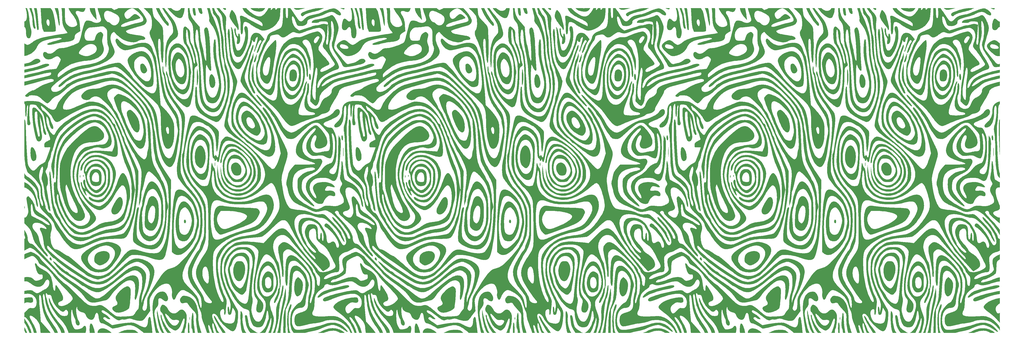
<source format=gbr>
G04 #@! TF.GenerationSoftware,KiCad,Pcbnew,7.0.1*
G04 #@! TF.CreationDate,2023-04-13T23:04:03-07:00*
G04 #@! TF.ProjectId,trashtruck.b,74726173-6874-4727-9563-6b2e622e6b69,rev?*
G04 #@! TF.SameCoordinates,Original*
G04 #@! TF.FileFunction,Legend,Bot*
G04 #@! TF.FilePolarity,Positive*
%FSLAX46Y46*%
G04 Gerber Fmt 4.6, Leading zero omitted, Abs format (unit mm)*
G04 Created by KiCad (PCBNEW 7.0.1) date 2023-04-13 23:04:03*
%MOMM*%
%LPD*%
G01*
G04 APERTURE LIST*
%ADD10C,0.000000*%
G04 APERTURE END LIST*
D10*
G36*
X305444131Y-272137448D02*
G01*
X305381924Y-272293191D01*
X305313000Y-272472409D01*
X305244296Y-272657941D01*
X305176279Y-272848829D01*
X305097877Y-273064614D01*
X305015350Y-273275280D01*
X304929015Y-273480315D01*
X304839186Y-273679206D01*
X304746181Y-273871441D01*
X304650315Y-274056507D01*
X304551903Y-274233892D01*
X304451262Y-274403082D01*
X304348707Y-274563565D01*
X304244554Y-274714829D01*
X304139119Y-274856361D01*
X304032718Y-274987648D01*
X303925667Y-275108178D01*
X303818281Y-275217439D01*
X303710877Y-275314916D01*
X303603769Y-275400099D01*
X303444548Y-275516954D01*
X303302696Y-275618363D01*
X303175380Y-275704420D01*
X303116289Y-275741720D01*
X303059769Y-275775217D01*
X303005468Y-275804922D01*
X302953030Y-275830846D01*
X302902101Y-275853002D01*
X302852329Y-275871402D01*
X302803358Y-275886056D01*
X302754834Y-275896976D01*
X302706404Y-275904174D01*
X302657713Y-275907661D01*
X302608407Y-275907450D01*
X302558133Y-275903551D01*
X302506536Y-275895977D01*
X302453261Y-275884739D01*
X302397956Y-275869848D01*
X302340265Y-275851316D01*
X302279835Y-275829155D01*
X302216312Y-275803376D01*
X302078569Y-275741013D01*
X301924204Y-275664318D01*
X301750385Y-275573384D01*
X301554278Y-275468306D01*
X301242068Y-275293370D01*
X300951682Y-275115723D01*
X300681443Y-274933159D01*
X300429674Y-274743476D01*
X300194698Y-274544471D01*
X299974839Y-274333939D01*
X299768418Y-274109678D01*
X299573760Y-273869483D01*
X299389188Y-273611152D01*
X299213024Y-273332480D01*
X299043592Y-273031265D01*
X298879215Y-272705303D01*
X298718216Y-272352390D01*
X298558918Y-271970324D01*
X298399644Y-271556900D01*
X298238718Y-271109915D01*
X298069087Y-270646771D01*
X297890586Y-270199866D01*
X297708563Y-269780042D01*
X297528369Y-269398144D01*
X297443464Y-269234665D01*
X298508449Y-269234665D01*
X298510929Y-269302223D01*
X298519920Y-269377280D01*
X298535230Y-269459459D01*
X298556670Y-269548383D01*
X298617181Y-269744953D01*
X298699932Y-269963970D01*
X298803405Y-270202414D01*
X298926079Y-270457265D01*
X299066436Y-270725502D01*
X299222955Y-271004105D01*
X299394118Y-271290053D01*
X299578406Y-271580327D01*
X299774297Y-271871906D01*
X299980275Y-272161770D01*
X300194817Y-272446899D01*
X300416407Y-272724272D01*
X300643980Y-272986644D01*
X300756322Y-273105761D01*
X300867725Y-273216833D01*
X300978207Y-273319864D01*
X301087787Y-273414854D01*
X301196483Y-273501806D01*
X301304313Y-273580721D01*
X301411296Y-273651601D01*
X301517451Y-273714448D01*
X301622795Y-273769264D01*
X301727346Y-273816050D01*
X301831124Y-273854809D01*
X301934147Y-273885542D01*
X302036432Y-273908252D01*
X302137999Y-273922939D01*
X302238865Y-273929606D01*
X302339049Y-273928255D01*
X302438569Y-273918887D01*
X302537444Y-273901505D01*
X302635692Y-273876110D01*
X302733332Y-273842703D01*
X302830381Y-273801288D01*
X302926858Y-273751865D01*
X303022781Y-273694436D01*
X303118169Y-273629004D01*
X303213041Y-273555569D01*
X303307413Y-273474135D01*
X303401305Y-273384703D01*
X303494736Y-273287273D01*
X303587723Y-273181850D01*
X303680285Y-273068434D01*
X303758600Y-272965836D01*
X303829339Y-272866808D01*
X303892507Y-272771357D01*
X303948110Y-272679490D01*
X303996155Y-272591216D01*
X304036648Y-272506542D01*
X304069595Y-272425476D01*
X304095003Y-272348026D01*
X304112877Y-272274199D01*
X304123224Y-272204004D01*
X304126051Y-272137448D01*
X304121363Y-272074538D01*
X304109166Y-272015283D01*
X304089468Y-271959690D01*
X304062274Y-271907767D01*
X304027590Y-271859522D01*
X303985423Y-271814962D01*
X303935779Y-271774096D01*
X303878664Y-271736931D01*
X303814085Y-271703474D01*
X303742047Y-271673734D01*
X303662558Y-271647719D01*
X303575622Y-271625435D01*
X303481248Y-271606891D01*
X303379440Y-271592095D01*
X303270204Y-271581055D01*
X303153549Y-271573777D01*
X303029478Y-271570270D01*
X302898000Y-271570542D01*
X302759119Y-271574600D01*
X302612843Y-271582452D01*
X302459177Y-271594107D01*
X302264495Y-271608660D01*
X302086634Y-271616307D01*
X301923182Y-271615735D01*
X301846108Y-271611957D01*
X301771732Y-271605632D01*
X301699754Y-271596595D01*
X301629873Y-271584683D01*
X301561788Y-271569732D01*
X301495197Y-271551576D01*
X301429798Y-271530053D01*
X301365292Y-271504998D01*
X301301376Y-271476247D01*
X301237750Y-271443636D01*
X301174112Y-271407000D01*
X301110162Y-271366176D01*
X301045597Y-271320999D01*
X300980117Y-271271305D01*
X300913420Y-271216930D01*
X300845206Y-271157711D01*
X300703020Y-271024079D01*
X300551149Y-270869098D01*
X300387183Y-270691453D01*
X300208714Y-270489832D01*
X300013331Y-270262922D01*
X299903075Y-270135534D01*
X299793730Y-270012924D01*
X299685791Y-269895510D01*
X299579755Y-269783708D01*
X299476119Y-269677938D01*
X299375380Y-269578616D01*
X299278036Y-269486161D01*
X299184583Y-269400989D01*
X299095518Y-269323520D01*
X299011337Y-269254171D01*
X298932539Y-269193360D01*
X298859619Y-269141503D01*
X298793075Y-269099020D01*
X298733404Y-269066328D01*
X298681102Y-269043845D01*
X298636667Y-269031988D01*
X298636667Y-269032003D01*
X298630992Y-269031204D01*
X298625492Y-269030629D01*
X298620167Y-269030281D01*
X298615019Y-269030160D01*
X298610049Y-269030268D01*
X298605258Y-269030607D01*
X298600647Y-269031178D01*
X298596217Y-269031981D01*
X298591969Y-269033020D01*
X298587905Y-269034294D01*
X298584024Y-269035807D01*
X298580329Y-269037558D01*
X298576820Y-269039549D01*
X298573499Y-269041782D01*
X298570366Y-269044259D01*
X298567423Y-269046980D01*
X298541965Y-269080764D01*
X298523777Y-269123558D01*
X298512668Y-269174984D01*
X298508449Y-269234665D01*
X297443464Y-269234665D01*
X297355352Y-269065013D01*
X297273207Y-268920125D01*
X297194861Y-268791495D01*
X297120985Y-268680478D01*
X297052246Y-268588431D01*
X296989314Y-268516708D01*
X296932856Y-268466665D01*
X296874832Y-268420463D01*
X296820390Y-268369495D01*
X296769536Y-268314008D01*
X296722276Y-268254246D01*
X296678614Y-268190456D01*
X296638555Y-268122882D01*
X296602104Y-268051771D01*
X296569267Y-267977368D01*
X296540049Y-267899919D01*
X296514454Y-267819669D01*
X296492489Y-267736863D01*
X296474158Y-267651748D01*
X296459466Y-267564568D01*
X296448418Y-267475570D01*
X296441020Y-267384998D01*
X296437276Y-267293099D01*
X296437192Y-267200118D01*
X296440773Y-267106301D01*
X296448024Y-267011892D01*
X296458951Y-266917138D01*
X296473557Y-266822285D01*
X296491849Y-266727577D01*
X296513832Y-266633260D01*
X296539510Y-266539581D01*
X296568889Y-266446783D01*
X296601974Y-266355114D01*
X296638770Y-266264818D01*
X296679282Y-266176141D01*
X296723515Y-266089329D01*
X296771476Y-266004626D01*
X296823167Y-265922280D01*
X296878595Y-265842535D01*
X296923997Y-265781514D01*
X296967756Y-265725094D01*
X297010148Y-265673225D01*
X297051446Y-265625859D01*
X297091926Y-265582947D01*
X297131862Y-265544439D01*
X297171530Y-265510288D01*
X297211203Y-265480444D01*
X297251156Y-265454858D01*
X297271324Y-265443647D01*
X297291665Y-265433482D01*
X297312213Y-265424357D01*
X297333003Y-265416266D01*
X297354069Y-265409202D01*
X297375446Y-265403161D01*
X297397167Y-265398136D01*
X297419268Y-265394120D01*
X297441781Y-265391107D01*
X297464743Y-265389092D01*
X297488187Y-265388068D01*
X297512147Y-265388029D01*
X297561754Y-265390882D01*
X297561800Y-265390882D01*
X297592738Y-265394452D01*
X297624632Y-265399401D01*
X297657539Y-265405719D01*
X297691519Y-265413396D01*
X297726629Y-265422422D01*
X297762928Y-265432788D01*
X297800474Y-265444483D01*
X297839325Y-265457497D01*
X297879540Y-265471822D01*
X297921178Y-265487445D01*
X298008952Y-265522552D01*
X298103115Y-265562738D01*
X298204134Y-265607923D01*
X298295107Y-265653971D01*
X298389022Y-265710250D01*
X298485157Y-265775978D01*
X298582792Y-265850371D01*
X298681208Y-265932646D01*
X298779683Y-266022020D01*
X298877497Y-266117710D01*
X298973929Y-266218933D01*
X299068261Y-266324906D01*
X299159770Y-266434846D01*
X299247736Y-266547969D01*
X299331440Y-266663493D01*
X299410160Y-266780634D01*
X299483177Y-266898610D01*
X299549769Y-267016637D01*
X299609217Y-267133932D01*
X299697867Y-267309725D01*
X299791918Y-267476978D01*
X299891080Y-267635620D01*
X299995065Y-267785576D01*
X300103586Y-267926776D01*
X300216354Y-268059146D01*
X300333080Y-268182614D01*
X300453477Y-268297106D01*
X300577257Y-268402552D01*
X300704131Y-268498877D01*
X300833810Y-268586010D01*
X300966007Y-268663878D01*
X301100433Y-268732409D01*
X301236801Y-268791529D01*
X301374821Y-268841166D01*
X301514206Y-268881248D01*
X301654668Y-268911703D01*
X301795917Y-268932457D01*
X301937667Y-268943438D01*
X302079628Y-268944573D01*
X302221513Y-268935791D01*
X302363033Y-268917017D01*
X302503899Y-268888181D01*
X302643825Y-268849209D01*
X302782521Y-268800029D01*
X302919700Y-268740567D01*
X303055072Y-268670753D01*
X303188351Y-268590512D01*
X303319247Y-268499773D01*
X303447472Y-268398463D01*
X303572738Y-268286509D01*
X303694758Y-268163839D01*
X303796934Y-268058701D01*
X303899012Y-267960883D01*
X304000949Y-267870382D01*
X304102700Y-267787192D01*
X304204219Y-267711312D01*
X304305463Y-267642736D01*
X304406388Y-267581463D01*
X304506949Y-267527487D01*
X304607101Y-267480805D01*
X304706800Y-267441414D01*
X304806001Y-267409309D01*
X304904661Y-267384488D01*
X305002734Y-267366946D01*
X305100176Y-267356680D01*
X305196943Y-267353687D01*
X305292991Y-267357962D01*
X305388274Y-267369501D01*
X305482749Y-267388302D01*
X305576371Y-267414361D01*
X305669095Y-267447673D01*
X305760877Y-267488235D01*
X305851673Y-267536044D01*
X305941438Y-267591096D01*
X306030128Y-267653387D01*
X306117698Y-267722914D01*
X306204104Y-267799672D01*
X306289302Y-267883659D01*
X306373246Y-267974870D01*
X306455893Y-268073302D01*
X306537198Y-268178951D01*
X306617117Y-268291814D01*
X306695604Y-268411886D01*
X306800298Y-268583225D01*
X306892921Y-268746830D01*
X306973898Y-268906107D01*
X307043658Y-269064463D01*
X307074465Y-269144359D01*
X307102628Y-269225303D01*
X307128200Y-269307719D01*
X307151234Y-269392033D01*
X307171784Y-269478671D01*
X307189903Y-269568059D01*
X307205645Y-269660623D01*
X307219062Y-269756787D01*
X307239138Y-269961623D01*
X307250558Y-270185973D01*
X307253749Y-270433242D01*
X307249138Y-270706837D01*
X307237152Y-271010163D01*
X307218218Y-271346626D01*
X307192762Y-271719633D01*
X307161211Y-272132589D01*
X307112794Y-272670494D01*
X307055586Y-273184709D01*
X306991701Y-273663093D01*
X306923248Y-274093505D01*
X306852340Y-274463804D01*
X306781089Y-274761850D01*
X306745993Y-274879984D01*
X306711604Y-274975502D01*
X306678184Y-275046886D01*
X306645998Y-275092619D01*
X306630349Y-275110575D01*
X306614898Y-275131968D01*
X306584667Y-275184622D01*
X306555463Y-275249695D01*
X306527443Y-275326299D01*
X306500762Y-275413547D01*
X306475579Y-275510554D01*
X306452049Y-275616432D01*
X306430330Y-275730295D01*
X306410579Y-275851256D01*
X306392953Y-275978427D01*
X306377608Y-276110923D01*
X306364701Y-276247857D01*
X306354389Y-276388341D01*
X306346829Y-276531490D01*
X306342179Y-276676416D01*
X306340594Y-276822233D01*
X306340536Y-276827294D01*
X306340382Y-276832530D01*
X306339896Y-276843311D01*
X306339361Y-276854147D01*
X306339144Y-276859451D01*
X306338999Y-276864607D01*
X304949938Y-276864607D01*
X305131696Y-276514469D01*
X305309981Y-276116756D01*
X305482373Y-275681150D01*
X305646451Y-275217333D01*
X305799794Y-274734986D01*
X305939981Y-274243790D01*
X306064593Y-273753426D01*
X306171209Y-273273577D01*
X306257407Y-272813922D01*
X306320767Y-272384144D01*
X306358870Y-271993924D01*
X306369293Y-271652944D01*
X306349617Y-271370884D01*
X306327736Y-271254975D01*
X306297421Y-271157426D01*
X306258372Y-271079448D01*
X306210285Y-271022252D01*
X306152857Y-270987046D01*
X306085787Y-270975042D01*
X306071871Y-270977492D01*
X306056436Y-270984763D01*
X306039541Y-270996733D01*
X306021244Y-271013284D01*
X306001603Y-271034295D01*
X305980676Y-271059646D01*
X305935198Y-271122888D01*
X305885278Y-271202049D01*
X305831381Y-271296169D01*
X305773974Y-271404288D01*
X305713522Y-271525446D01*
X305650493Y-271658681D01*
X305585352Y-271803033D01*
X305518566Y-271957543D01*
X305450601Y-272121249D01*
X305444131Y-272137448D01*
G37*
G36*
X122562931Y-144673013D02*
G01*
X122596018Y-144781299D01*
X122627210Y-144888317D01*
X122656365Y-144993820D01*
X122683341Y-145097557D01*
X122707997Y-145199282D01*
X122730191Y-145298745D01*
X122749779Y-145395699D01*
X122899342Y-146309598D01*
X123029225Y-147344634D01*
X123134741Y-148423065D01*
X123211200Y-149467148D01*
X123253915Y-150399144D01*
X123258196Y-151141309D01*
X123244459Y-151416910D01*
X123219356Y-151615902D01*
X123182300Y-151728565D01*
X123159107Y-151749486D01*
X123132706Y-151745181D01*
X123120368Y-151734735D01*
X123107108Y-151718173D01*
X123077989Y-151667352D01*
X123045680Y-151594030D01*
X123010512Y-151499518D01*
X122972818Y-151385127D01*
X122932928Y-151252168D01*
X122891174Y-151101953D01*
X122847888Y-150935791D01*
X122758047Y-150560876D01*
X122666054Y-150137910D01*
X122574565Y-149677383D01*
X122486229Y-149189782D01*
X122357793Y-148479381D01*
X122225317Y-147818930D01*
X122086340Y-147202333D01*
X121938400Y-146623490D01*
X121779034Y-146076305D01*
X121605779Y-145554678D01*
X121416174Y-145052511D01*
X121207756Y-144563708D01*
X122528092Y-144563708D01*
X122562931Y-144673013D01*
G37*
G36*
X417007737Y-275608292D02*
G01*
X417285500Y-275617227D01*
X417535081Y-275632406D01*
X417760585Y-275655369D01*
X417966116Y-275687658D01*
X418155779Y-275730813D01*
X418333678Y-275786373D01*
X418503919Y-275855881D01*
X418670607Y-275940875D01*
X418837845Y-276042898D01*
X419009739Y-276163489D01*
X419190394Y-276304189D01*
X419383913Y-276466538D01*
X419594403Y-276652077D01*
X419825968Y-276862347D01*
X411741190Y-276862347D01*
X412013501Y-276729683D01*
X412151556Y-276661563D01*
X412292055Y-276591046D01*
X412575858Y-276449747D01*
X412844580Y-276321749D01*
X413100591Y-276206474D01*
X413346263Y-276103345D01*
X413583969Y-276011784D01*
X413816080Y-275931214D01*
X414044968Y-275861058D01*
X414273004Y-275800737D01*
X414502560Y-275749676D01*
X414736008Y-275707296D01*
X414975720Y-275673020D01*
X415224067Y-275646271D01*
X415483421Y-275626471D01*
X415756154Y-275613043D01*
X416044638Y-275605409D01*
X416351244Y-275602993D01*
X417007737Y-275608292D01*
G37*
G36*
X307292903Y-170115039D02*
G01*
X307304528Y-170394321D01*
X307293585Y-171329712D01*
X307230414Y-172221058D01*
X307113660Y-173048248D01*
X306941972Y-173791168D01*
X306835103Y-174124743D01*
X306713994Y-174429708D01*
X306578474Y-174703549D01*
X306428374Y-174943753D01*
X306263525Y-175147805D01*
X306083757Y-175313192D01*
X306026934Y-175354401D01*
X305967802Y-175391767D01*
X305906463Y-175425311D01*
X305843022Y-175455052D01*
X305777583Y-175481012D01*
X305710249Y-175503212D01*
X305641123Y-175521670D01*
X305570309Y-175536409D01*
X305497911Y-175547448D01*
X305424033Y-175554809D01*
X305348777Y-175558510D01*
X305272248Y-175558574D01*
X305194549Y-175555020D01*
X305115784Y-175547870D01*
X305036056Y-175537143D01*
X304955469Y-175522859D01*
X304874127Y-175505040D01*
X304792133Y-175483707D01*
X304626603Y-175430576D01*
X304459708Y-175363631D01*
X304292278Y-175283036D01*
X304125141Y-175188955D01*
X303959126Y-175081552D01*
X303795061Y-174960990D01*
X303633776Y-174827434D01*
X303470306Y-174667139D01*
X303306731Y-174473654D01*
X303143735Y-174248685D01*
X302982002Y-173993938D01*
X302822217Y-173711118D01*
X302665065Y-173401931D01*
X302511230Y-173068081D01*
X302361397Y-172711274D01*
X302216251Y-172333215D01*
X302076475Y-171935610D01*
X301942756Y-171520165D01*
X301815777Y-171088583D01*
X301696223Y-170642572D01*
X301584778Y-170183836D01*
X301482128Y-169714080D01*
X301388956Y-169235010D01*
X301266026Y-168529798D01*
X301252211Y-168440715D01*
X302684101Y-168440715D01*
X302702255Y-168910142D01*
X302746443Y-169379757D01*
X302816184Y-169842322D01*
X302910999Y-170290598D01*
X303030407Y-170717346D01*
X303173927Y-171115329D01*
X303341080Y-171477307D01*
X303433369Y-171642532D01*
X303531386Y-171796042D01*
X303635071Y-171936931D01*
X303744364Y-172064295D01*
X303895998Y-172219045D01*
X303970135Y-172288540D01*
X304043207Y-172352779D01*
X304115257Y-172411762D01*
X304186325Y-172465487D01*
X304256453Y-172513955D01*
X304325683Y-172557162D01*
X304394056Y-172595110D01*
X304461615Y-172627796D01*
X304528399Y-172655219D01*
X304594452Y-172677379D01*
X304659815Y-172694275D01*
X304724530Y-172705905D01*
X304788637Y-172712268D01*
X304852179Y-172713363D01*
X304915197Y-172709190D01*
X304977732Y-172699748D01*
X305039827Y-172685034D01*
X305101524Y-172665049D01*
X305162862Y-172639791D01*
X305223885Y-172609259D01*
X305284633Y-172573452D01*
X305345149Y-172532369D01*
X305405474Y-172486010D01*
X305465649Y-172434372D01*
X305525717Y-172377456D01*
X305585718Y-172315259D01*
X305645694Y-172247782D01*
X305705688Y-172175022D01*
X305765740Y-172096980D01*
X305825892Y-172013653D01*
X305916199Y-171870693D01*
X305996334Y-171714954D01*
X306066470Y-171547320D01*
X306126784Y-171368675D01*
X306177449Y-171179901D01*
X306218639Y-170981883D01*
X306273296Y-170561648D01*
X306292151Y-170115039D01*
X306276601Y-169649124D01*
X306228042Y-169170972D01*
X306147871Y-168687652D01*
X306037485Y-168206233D01*
X305898279Y-167733784D01*
X305731650Y-167277372D01*
X305538996Y-166844068D01*
X305321713Y-166440941D01*
X305081196Y-166075057D01*
X304952662Y-165908292D01*
X304818843Y-165753488D01*
X304679915Y-165611530D01*
X304536051Y-165483301D01*
X304464696Y-165425199D01*
X304398128Y-165373339D01*
X304366476Y-165349787D01*
X304335824Y-165327842D01*
X304306107Y-165307519D01*
X304277259Y-165288832D01*
X304249215Y-165271798D01*
X304221911Y-165256432D01*
X304195279Y-165242748D01*
X304169255Y-165230764D01*
X304143773Y-165220492D01*
X304118767Y-165211950D01*
X304094174Y-165205153D01*
X304069926Y-165200115D01*
X304049939Y-165197273D01*
X304030115Y-165195671D01*
X304010416Y-165195319D01*
X303990806Y-165196226D01*
X303971246Y-165198400D01*
X303951700Y-165201851D01*
X303932130Y-165206586D01*
X303912499Y-165212614D01*
X303892771Y-165219945D01*
X303872906Y-165228587D01*
X303852870Y-165238548D01*
X303832623Y-165249837D01*
X303812130Y-165262464D01*
X303791352Y-165276437D01*
X303770253Y-165291764D01*
X303748795Y-165308455D01*
X303704654Y-165345961D01*
X303658631Y-165389025D01*
X303610429Y-165437717D01*
X303559750Y-165492107D01*
X303506296Y-165552264D01*
X303449768Y-165618259D01*
X303389870Y-165690161D01*
X303326304Y-165768040D01*
X303233835Y-165893944D01*
X303148776Y-166033468D01*
X303071065Y-166185707D01*
X303000644Y-166349755D01*
X302881426Y-166709662D01*
X302790643Y-167105950D01*
X302727815Y-167531381D01*
X302692461Y-167978715D01*
X302684101Y-168440715D01*
X301252211Y-168440715D01*
X301218534Y-168223564D01*
X301180494Y-167943403D01*
X301152009Y-167685685D01*
X301133180Y-167446779D01*
X301124111Y-167223055D01*
X301124902Y-167010881D01*
X301135657Y-166806628D01*
X301156477Y-166606664D01*
X301187466Y-166407360D01*
X301228724Y-166205084D01*
X301280355Y-165996205D01*
X301342461Y-165777094D01*
X301498507Y-165293650D01*
X301613557Y-164967947D01*
X301729697Y-164663250D01*
X301847124Y-164379457D01*
X301966035Y-164116462D01*
X302086628Y-163874162D01*
X302209099Y-163652452D01*
X302333647Y-163451230D01*
X302460468Y-163270390D01*
X302589760Y-163109829D01*
X302721720Y-162969443D01*
X302856545Y-162849128D01*
X302994433Y-162748780D01*
X303135580Y-162668295D01*
X303280184Y-162607570D01*
X303428443Y-162566499D01*
X303580553Y-162544979D01*
X303673751Y-162541405D01*
X303768452Y-162544803D01*
X303864698Y-162555151D01*
X303962533Y-162572428D01*
X304061998Y-162596613D01*
X304163138Y-162627683D01*
X304265995Y-162665617D01*
X304370612Y-162710395D01*
X304477032Y-162761993D01*
X304585298Y-162820392D01*
X304695452Y-162885569D01*
X304807538Y-162957502D01*
X304921599Y-163036171D01*
X305037677Y-163121554D01*
X305155815Y-163213628D01*
X305276056Y-163312374D01*
X305480081Y-163507360D01*
X305674263Y-163739102D01*
X305858434Y-164005085D01*
X306032423Y-164302797D01*
X306349182Y-164983348D01*
X306623187Y-165760642D01*
X306853085Y-166614567D01*
X307037521Y-167525009D01*
X307175143Y-168471858D01*
X307264596Y-169434999D01*
X307292903Y-170115039D01*
G37*
G36*
X331384799Y-151916157D02*
G01*
X331443778Y-151927003D01*
X331500510Y-151945151D01*
X331555008Y-151970659D01*
X331607286Y-152003585D01*
X331657356Y-152043986D01*
X331705232Y-152091922D01*
X331750927Y-152147449D01*
X331794453Y-152210627D01*
X331835825Y-152281513D01*
X331875056Y-152360165D01*
X331912157Y-152446641D01*
X331947143Y-152541000D01*
X331980027Y-152643300D01*
X332010821Y-152753597D01*
X332039539Y-152871952D01*
X332066194Y-152998421D01*
X332090799Y-153133062D01*
X332113368Y-153275935D01*
X332133912Y-153427096D01*
X332152447Y-153586604D01*
X332168983Y-153754517D01*
X332183536Y-153930893D01*
X332196117Y-154115790D01*
X332215419Y-154511380D01*
X332226993Y-154941751D01*
X332230946Y-155407367D01*
X332227381Y-155908693D01*
X332209748Y-156400544D01*
X332170955Y-156899888D01*
X332111636Y-157404748D01*
X332032427Y-157913148D01*
X331933963Y-158423113D01*
X331816882Y-158932665D01*
X331681817Y-159439829D01*
X331529406Y-159942628D01*
X331360283Y-160439087D01*
X331175084Y-160927229D01*
X330974445Y-161405078D01*
X330759002Y-161870657D01*
X330529391Y-162321991D01*
X330286246Y-162757103D01*
X330030204Y-163174017D01*
X329761900Y-163570757D01*
X329679105Y-163682434D01*
X329594706Y-163786608D01*
X329508631Y-163883320D01*
X329420810Y-163972612D01*
X329331171Y-164054524D01*
X329239644Y-164129098D01*
X329146157Y-164196374D01*
X329050640Y-164256394D01*
X328953022Y-164309199D01*
X328853231Y-164354830D01*
X328751197Y-164393328D01*
X328646848Y-164424734D01*
X328540114Y-164449090D01*
X328430923Y-164466435D01*
X328319206Y-164476813D01*
X328204889Y-164480263D01*
X328063958Y-164474465D01*
X327927763Y-164456944D01*
X327796235Y-164427510D01*
X327669306Y-164385972D01*
X327546906Y-164332139D01*
X327428967Y-164265821D01*
X327315420Y-164186827D01*
X327206197Y-164094967D01*
X327101229Y-163990050D01*
X327000447Y-163871886D01*
X326903782Y-163740284D01*
X326811166Y-163595053D01*
X326722530Y-163436003D01*
X326637805Y-163262943D01*
X326556922Y-163075683D01*
X326479814Y-162874032D01*
X326406410Y-162657799D01*
X326336643Y-162426795D01*
X326270443Y-162180828D01*
X326207742Y-161919708D01*
X326148471Y-161643244D01*
X326092562Y-161351246D01*
X326039946Y-161043523D01*
X325990553Y-160719884D01*
X325944316Y-160380139D01*
X325901165Y-160024098D01*
X325861032Y-159651570D01*
X325823849Y-159262364D01*
X325758053Y-158433156D01*
X325703230Y-157534950D01*
X325603575Y-155877558D01*
X325494427Y-154420929D01*
X325389041Y-153322417D01*
X325341902Y-152956628D01*
X325300673Y-152739377D01*
X325276541Y-152649137D01*
X325256978Y-152569172D01*
X325242083Y-152499355D01*
X325231953Y-152439558D01*
X325226685Y-152389655D01*
X325225906Y-152368373D01*
X325226379Y-152349517D01*
X325228117Y-152333070D01*
X325231132Y-152319017D01*
X325235436Y-152307342D01*
X325241041Y-152298028D01*
X325247960Y-152291061D01*
X325256205Y-152286423D01*
X325265788Y-152284099D01*
X325276722Y-152284074D01*
X325289018Y-152286331D01*
X325302689Y-152290853D01*
X325317747Y-152297627D01*
X325334205Y-152306634D01*
X325371368Y-152331289D01*
X325414275Y-152364691D01*
X325463024Y-152406711D01*
X325517714Y-152457224D01*
X325538587Y-152479197D01*
X325559933Y-152505905D01*
X325603872Y-152572926D01*
X325649179Y-152657101D01*
X325695503Y-152757244D01*
X325742493Y-152872166D01*
X325789799Y-153000682D01*
X325837068Y-153141603D01*
X325883949Y-153293744D01*
X325930093Y-153455917D01*
X325975148Y-153626936D01*
X326018762Y-153805612D01*
X326060585Y-153990760D01*
X326100266Y-154181193D01*
X326137453Y-154375723D01*
X326171796Y-154573164D01*
X326202944Y-154772328D01*
X326521055Y-156890273D01*
X326787072Y-158541978D01*
X327016803Y-159784109D01*
X327123000Y-160269292D01*
X327226053Y-160673331D01*
X327327939Y-161003309D01*
X327430631Y-161266309D01*
X327536108Y-161469414D01*
X327646344Y-161619708D01*
X327763315Y-161724273D01*
X327888997Y-161790193D01*
X328025366Y-161824550D01*
X328174399Y-161834429D01*
X328328976Y-161818497D01*
X328484448Y-161771763D01*
X328640275Y-161695813D01*
X328795911Y-161592238D01*
X328950817Y-161462626D01*
X329104448Y-161308565D01*
X329256262Y-161131645D01*
X329405718Y-160933453D01*
X329552271Y-160715580D01*
X329695381Y-160479614D01*
X329969098Y-159959755D01*
X330222530Y-159386589D01*
X330451336Y-158772825D01*
X330651177Y-158131172D01*
X330817712Y-157474341D01*
X330946603Y-156815043D01*
X331033509Y-156165987D01*
X331059861Y-155849271D01*
X331074090Y-155539883D01*
X331075653Y-155239410D01*
X331064008Y-154949441D01*
X331038611Y-154671565D01*
X330998921Y-154407372D01*
X330944395Y-154158449D01*
X330874491Y-153926385D01*
X330805558Y-153712478D01*
X330750384Y-153506582D01*
X330708793Y-153309496D01*
X330680607Y-153122019D01*
X330665649Y-152944950D01*
X330663742Y-152779087D01*
X330674710Y-152625230D01*
X330698375Y-152484177D01*
X330734561Y-152356726D01*
X330757293Y-152298352D01*
X330783089Y-152243678D01*
X330811927Y-152192803D01*
X330843785Y-152145829D01*
X330878639Y-152102855D01*
X330916469Y-152063981D01*
X330957252Y-152029306D01*
X331000966Y-151998930D01*
X331047589Y-151972954D01*
X331097098Y-151951476D01*
X331149472Y-151934598D01*
X331204689Y-151922418D01*
X331262726Y-151915037D01*
X331323561Y-151912555D01*
X331384799Y-151916157D01*
G37*
G36*
X474831926Y-256632915D02*
G01*
X474830346Y-256865940D01*
X474810897Y-257555171D01*
X474794901Y-257849891D01*
X474774133Y-258114799D01*
X474748147Y-258352480D01*
X474716499Y-258565523D01*
X474678743Y-258756515D01*
X474634436Y-258928043D01*
X474583132Y-259082695D01*
X474524387Y-259223057D01*
X474457757Y-259351718D01*
X474382796Y-259471264D01*
X474299060Y-259584284D01*
X474206104Y-259693363D01*
X474145602Y-259756419D01*
X474080848Y-259816745D01*
X474012114Y-259874297D01*
X473939673Y-259929031D01*
X473863795Y-259980901D01*
X473784753Y-260029864D01*
X473618263Y-260118889D01*
X473442379Y-260195748D01*
X473259275Y-260260084D01*
X473071126Y-260311542D01*
X472880107Y-260349763D01*
X472688393Y-260374392D01*
X472498159Y-260385071D01*
X472311580Y-260381444D01*
X472130831Y-260363155D01*
X472043322Y-260348400D01*
X471958086Y-260329846D01*
X471875395Y-260307448D01*
X471795521Y-260281161D01*
X471718736Y-260250940D01*
X471645311Y-260216742D01*
X471575518Y-260178522D01*
X471509630Y-260136234D01*
X471361884Y-260025199D01*
X471221670Y-259902827D01*
X471089040Y-259769619D01*
X470964050Y-259626070D01*
X470846752Y-259472682D01*
X470737202Y-259309950D01*
X470635452Y-259138374D01*
X470541557Y-258958451D01*
X470455571Y-258770681D01*
X470377547Y-258575560D01*
X470307539Y-258373588D01*
X470245602Y-258165262D01*
X470191789Y-257951081D01*
X470146154Y-257731542D01*
X470108751Y-257507145D01*
X470079633Y-257278387D01*
X470058856Y-257045767D01*
X470046472Y-256809782D01*
X470047100Y-256329712D01*
X470059583Y-256155075D01*
X471375585Y-256155075D01*
X471377061Y-256429784D01*
X471389780Y-256704441D01*
X471413808Y-256974488D01*
X471449216Y-257235367D01*
X471496070Y-257482520D01*
X471554440Y-257711391D01*
X471624393Y-257917420D01*
X471663736Y-258010445D01*
X471705999Y-258096050D01*
X471724382Y-258128842D01*
X471744183Y-258161219D01*
X471765340Y-258193138D01*
X471787788Y-258224560D01*
X471836311Y-258285746D01*
X471889251Y-258344449D01*
X471946106Y-258400341D01*
X472006373Y-258453093D01*
X472069551Y-258502379D01*
X472135138Y-258547869D01*
X472202631Y-258589236D01*
X472271529Y-258626151D01*
X472341329Y-258658288D01*
X472411531Y-258685317D01*
X472446625Y-258696813D01*
X472481631Y-258706910D01*
X472516486Y-258715566D01*
X472551128Y-258722740D01*
X472585493Y-258728391D01*
X472619520Y-258732479D01*
X472653144Y-258734961D01*
X472686304Y-258735798D01*
X472793752Y-258730085D01*
X472897320Y-258713205D01*
X472996905Y-258685550D01*
X473092402Y-258647511D01*
X473183708Y-258599478D01*
X473270721Y-258541844D01*
X473353335Y-258474999D01*
X473431449Y-258399333D01*
X473504958Y-258315239D01*
X473573758Y-258223107D01*
X473637748Y-258123328D01*
X473696822Y-258016294D01*
X473750877Y-257902395D01*
X473799810Y-257782022D01*
X473843518Y-257655566D01*
X473881897Y-257523419D01*
X473914843Y-257385972D01*
X473942253Y-257243615D01*
X473964024Y-257096740D01*
X473980052Y-256945738D01*
X473990233Y-256790999D01*
X473994464Y-256632915D01*
X473992642Y-256471877D01*
X473984662Y-256308275D01*
X473970422Y-256142502D01*
X473949819Y-255974948D01*
X473922748Y-255806004D01*
X473889105Y-255636061D01*
X473848789Y-255465510D01*
X473801695Y-255294742D01*
X473747719Y-255124149D01*
X473686758Y-254954121D01*
X473665989Y-254901993D01*
X473643944Y-254851450D01*
X473620661Y-254802498D01*
X473596175Y-254755146D01*
X473570523Y-254709404D01*
X473543744Y-254665280D01*
X473515872Y-254622783D01*
X473486946Y-254581921D01*
X473457002Y-254542703D01*
X473426077Y-254505137D01*
X473394207Y-254469233D01*
X473361431Y-254434999D01*
X473327783Y-254402444D01*
X473293302Y-254371576D01*
X473258024Y-254342404D01*
X473221987Y-254314937D01*
X473185226Y-254289183D01*
X473147779Y-254265151D01*
X473109682Y-254242850D01*
X473070973Y-254222288D01*
X473031688Y-254203475D01*
X472991864Y-254186418D01*
X472951539Y-254171126D01*
X472910748Y-254157609D01*
X472869528Y-254145874D01*
X472827918Y-254135931D01*
X472785952Y-254127788D01*
X472743669Y-254121453D01*
X472701105Y-254116936D01*
X472658297Y-254114245D01*
X472615282Y-254113389D01*
X472572096Y-254114376D01*
X472520101Y-254118009D01*
X472467976Y-254124322D01*
X472415786Y-254133328D01*
X472363594Y-254145043D01*
X472311464Y-254159483D01*
X472259458Y-254176663D01*
X472207642Y-254196597D01*
X472156077Y-254219301D01*
X472104828Y-254244790D01*
X472053958Y-254273080D01*
X472003531Y-254304184D01*
X471953610Y-254338120D01*
X471904259Y-254374900D01*
X471855541Y-254414542D01*
X471807520Y-254457060D01*
X471760260Y-254502468D01*
X471715931Y-254553154D01*
X471674267Y-254613512D01*
X471635276Y-254682973D01*
X471598968Y-254760967D01*
X471534431Y-254940274D01*
X471480726Y-255146876D01*
X471437920Y-255376215D01*
X471406082Y-255623733D01*
X471385281Y-255884872D01*
X471375585Y-256155075D01*
X470059583Y-256155075D01*
X470081950Y-255842164D01*
X470112343Y-255596830D01*
X470151452Y-255351122D01*
X470199333Y-255105537D01*
X470256038Y-254860573D01*
X470321622Y-254616728D01*
X470396139Y-254374502D01*
X470479642Y-254134391D01*
X470572185Y-253896894D01*
X470673823Y-253662510D01*
X470784609Y-253431736D01*
X470887359Y-253236347D01*
X470992189Y-253053554D01*
X471099085Y-252883362D01*
X471208034Y-252725776D01*
X471319020Y-252580798D01*
X471432029Y-252448434D01*
X471547047Y-252328687D01*
X471664061Y-252221562D01*
X471783055Y-252127062D01*
X471904015Y-252045192D01*
X472026928Y-251975956D01*
X472151779Y-251919359D01*
X472278554Y-251875403D01*
X472407238Y-251844094D01*
X472537818Y-251825435D01*
X472670279Y-251819431D01*
X472750653Y-251821908D01*
X472831696Y-251828940D01*
X472913407Y-251840529D01*
X472995781Y-251856677D01*
X473078816Y-251877385D01*
X473162510Y-251902653D01*
X473246859Y-251932484D01*
X473331862Y-251966878D01*
X473417514Y-252005837D01*
X473503814Y-252049363D01*
X473590759Y-252097455D01*
X473678345Y-252150117D01*
X473766571Y-252207348D01*
X473855433Y-252269151D01*
X473944928Y-252335526D01*
X474035055Y-252406475D01*
X474166012Y-252515733D01*
X474225804Y-252568799D01*
X474281956Y-252621504D01*
X474334581Y-252674359D01*
X474383793Y-252727876D01*
X474429705Y-252782566D01*
X474472429Y-252838941D01*
X474512080Y-252897511D01*
X474548770Y-252958787D01*
X474582613Y-253023282D01*
X474613721Y-253091505D01*
X474642208Y-253163970D01*
X474668188Y-253241185D01*
X474691773Y-253323664D01*
X474713076Y-253411917D01*
X474732211Y-253506455D01*
X474749292Y-253607790D01*
X474764430Y-253716432D01*
X474777740Y-253832894D01*
X474789335Y-253957686D01*
X474799327Y-254091319D01*
X474807831Y-254234305D01*
X474814958Y-254387156D01*
X474825539Y-254724493D01*
X474831976Y-255107421D01*
X474835174Y-255540030D01*
X474836039Y-256026409D01*
X474831926Y-256632915D01*
G37*
G36*
X355241628Y-144607358D02*
G01*
X355178332Y-144624429D01*
X355123142Y-144640130D01*
X354211769Y-144899973D01*
X353812866Y-145002259D01*
X353448283Y-145085896D01*
X353115368Y-145150712D01*
X352811469Y-145196539D01*
X352533934Y-145223206D01*
X352280110Y-145230543D01*
X352047346Y-145218380D01*
X351832990Y-145186546D01*
X351634390Y-145134873D01*
X351448893Y-145063189D01*
X351273849Y-144971325D01*
X351106604Y-144859111D01*
X350944508Y-144726376D01*
X350784907Y-144572951D01*
X355369639Y-144572951D01*
X355241628Y-144607358D01*
G37*
G36*
X467931555Y-164408240D02*
G01*
X467914397Y-164555444D01*
X467893327Y-164703818D01*
X467868642Y-164852365D01*
X467840639Y-165000091D01*
X467775866Y-165289099D01*
X467739689Y-165428392D01*
X467701381Y-165562885D01*
X467661239Y-165691582D01*
X467619559Y-165813488D01*
X467576639Y-165927610D01*
X467532774Y-166032952D01*
X467488262Y-166128519D01*
X467443400Y-166213316D01*
X467398484Y-166286349D01*
X467353811Y-166346623D01*
X467289347Y-166421835D01*
X467229158Y-166487079D01*
X467173239Y-166542515D01*
X467121587Y-166588303D01*
X467074198Y-166624604D01*
X467031070Y-166651579D01*
X466992197Y-166669389D01*
X466974356Y-166674907D01*
X466957577Y-166678194D01*
X466941861Y-166679271D01*
X466927206Y-166678156D01*
X466913613Y-166674871D01*
X466901080Y-166669435D01*
X466889608Y-166661868D01*
X466879196Y-166652191D01*
X466869844Y-166640424D01*
X466861550Y-166626586D01*
X466848139Y-166592780D01*
X466838959Y-166550935D01*
X466834006Y-166501210D01*
X466833276Y-166443767D01*
X466836767Y-166378766D01*
X466844474Y-166306369D01*
X466856394Y-166226735D01*
X466872524Y-166140026D01*
X466892858Y-166046403D01*
X466917395Y-165946025D01*
X466946131Y-165839055D01*
X466979061Y-165725652D01*
X467016183Y-165605978D01*
X467057492Y-165480193D01*
X467102985Y-165348458D01*
X467152658Y-165210933D01*
X467206508Y-165067781D01*
X467264532Y-164919160D01*
X467326725Y-164765233D01*
X467393084Y-164606159D01*
X468077799Y-162989721D01*
X467931555Y-164408240D01*
G37*
G36*
X186272094Y-145051502D02*
G01*
X186480141Y-145525581D01*
X186699670Y-145978179D01*
X186812900Y-146193998D01*
X186927993Y-146401535D01*
X187044613Y-146599820D01*
X187162425Y-146787883D01*
X187281093Y-146964753D01*
X187400281Y-147129459D01*
X187519653Y-147281032D01*
X187638874Y-147418500D01*
X187757608Y-147540893D01*
X187875519Y-147647241D01*
X187922183Y-147688199D01*
X187967257Y-147731967D01*
X188010808Y-147778799D01*
X188052903Y-147828951D01*
X188093607Y-147882677D01*
X188132987Y-147940233D01*
X188171111Y-148001872D01*
X188208043Y-148067852D01*
X188243852Y-148138425D01*
X188278602Y-148213847D01*
X188312362Y-148294374D01*
X188345196Y-148380259D01*
X188377173Y-148471759D01*
X188408357Y-148569128D01*
X188468617Y-148782491D01*
X188526507Y-149022390D01*
X188582561Y-149290863D01*
X188637308Y-149589951D01*
X188691282Y-149921693D01*
X188745014Y-150288128D01*
X188799037Y-150691297D01*
X188853882Y-151133237D01*
X188910080Y-151615991D01*
X188994509Y-152316578D01*
X189085698Y-152992855D01*
X189180765Y-153628390D01*
X189276827Y-154206753D01*
X189371004Y-154711514D01*
X189460412Y-155126242D01*
X189542170Y-155434508D01*
X189579280Y-155543583D01*
X189613396Y-155619881D01*
X189645501Y-155692914D01*
X189676708Y-155792416D01*
X189706853Y-155916656D01*
X189735777Y-156063905D01*
X189763316Y-156232433D01*
X189789309Y-156420509D01*
X189836011Y-156848389D01*
X189874587Y-157333707D01*
X189903745Y-157862624D01*
X189922188Y-158421302D01*
X189928624Y-158995901D01*
X189952332Y-160259755D01*
X190020075Y-161569129D01*
X190126777Y-162883448D01*
X190267364Y-164162135D01*
X190436760Y-165364613D01*
X190629890Y-166450308D01*
X190841681Y-167378642D01*
X190952987Y-167771119D01*
X191067055Y-168109039D01*
X191427232Y-169144567D01*
X191734169Y-170179403D01*
X191987752Y-171216593D01*
X192187863Y-172259180D01*
X192334390Y-173310209D01*
X192427217Y-174372721D01*
X192466228Y-175449762D01*
X192451309Y-176544376D01*
X192382344Y-177659605D01*
X192259220Y-178798494D01*
X192081819Y-179964088D01*
X191850029Y-181159428D01*
X191563732Y-182387560D01*
X191222815Y-183651528D01*
X190827163Y-184954374D01*
X190376660Y-186299143D01*
X190173284Y-186861025D01*
X189968937Y-187386299D01*
X189763576Y-187875019D01*
X189557159Y-188327243D01*
X189349645Y-188743027D01*
X189140992Y-189122428D01*
X188931157Y-189465502D01*
X188720098Y-189772306D01*
X188507774Y-190042897D01*
X188294143Y-190277330D01*
X188079162Y-190475664D01*
X187862791Y-190637953D01*
X187644986Y-190764254D01*
X187425705Y-190854625D01*
X187204908Y-190909122D01*
X186982552Y-190927801D01*
X186891811Y-190921042D01*
X186781057Y-190900665D01*
X186504662Y-190821854D01*
X186163667Y-190696965D01*
X185768374Y-190531595D01*
X185329083Y-190331340D01*
X184856095Y-190101796D01*
X183850229Y-189577229D01*
X182833182Y-189002667D01*
X182346218Y-188710628D01*
X181887361Y-188422880D01*
X181466912Y-188145018D01*
X181095171Y-187882641D01*
X180782439Y-187641343D01*
X180539017Y-187426721D01*
X180213860Y-187100819D01*
X179921364Y-186783998D01*
X179659918Y-186471074D01*
X179540335Y-186314452D01*
X179427910Y-186156861D01*
X179322441Y-185997650D01*
X179223727Y-185836173D01*
X179131566Y-185671781D01*
X179045757Y-185503825D01*
X178966099Y-185331658D01*
X178892389Y-185154632D01*
X178824426Y-184972098D01*
X178762009Y-184783407D01*
X178704936Y-184587913D01*
X178653005Y-184384966D01*
X178606016Y-184173918D01*
X178563767Y-183954121D01*
X178492680Y-183485689D01*
X178438134Y-182974483D01*
X178398515Y-182415318D01*
X178372212Y-181803008D01*
X178357612Y-181132367D01*
X178353104Y-180398210D01*
X178359597Y-179640874D01*
X178378319Y-178935734D01*
X178408133Y-178296033D01*
X178447903Y-177735014D01*
X178496494Y-177265921D01*
X178552770Y-176901997D01*
X178583434Y-176763613D01*
X178615594Y-176656487D01*
X178649107Y-176582275D01*
X178683831Y-176542633D01*
X178700810Y-176532938D01*
X178717626Y-176524914D01*
X178734256Y-176518536D01*
X178750677Y-176513779D01*
X178766868Y-176510618D01*
X178782805Y-176509027D01*
X178798467Y-176508982D01*
X178813830Y-176510457D01*
X178828873Y-176513428D01*
X178843572Y-176517867D01*
X178857907Y-176523752D01*
X178871853Y-176531056D01*
X178885388Y-176539754D01*
X178898491Y-176549821D01*
X178911138Y-176561232D01*
X178923308Y-176573962D01*
X178934977Y-176587985D01*
X178946124Y-176603276D01*
X178956725Y-176619810D01*
X178966759Y-176637563D01*
X178976202Y-176656507D01*
X178985033Y-176676620D01*
X178993229Y-176697874D01*
X179000768Y-176720245D01*
X179007627Y-176743709D01*
X179013783Y-176768239D01*
X179019215Y-176793810D01*
X179023899Y-176820398D01*
X179027813Y-176847976D01*
X179030936Y-176876521D01*
X179033244Y-176906006D01*
X179034714Y-176936407D01*
X179119032Y-178932165D01*
X179171502Y-179792571D01*
X179233276Y-180570928D01*
X179306178Y-181274436D01*
X179392029Y-181910295D01*
X179492653Y-182485706D01*
X179609872Y-183007868D01*
X179745509Y-183483982D01*
X179901386Y-183921247D01*
X180079327Y-184326864D01*
X180281153Y-184708033D01*
X180508689Y-185071954D01*
X180763755Y-185425826D01*
X181048176Y-185776850D01*
X181363774Y-186132227D01*
X181732757Y-186513532D01*
X182108825Y-186865113D01*
X182490755Y-187186512D01*
X182877323Y-187477268D01*
X183267307Y-187736923D01*
X183659482Y-187965018D01*
X184052626Y-188161092D01*
X184445514Y-188324688D01*
X184836925Y-188455345D01*
X185225634Y-188552604D01*
X185610418Y-188616007D01*
X185800956Y-188634868D01*
X185990054Y-188645093D01*
X186177560Y-188646624D01*
X186363319Y-188639404D01*
X186547180Y-188623375D01*
X186728989Y-188598480D01*
X186908594Y-188564661D01*
X187085841Y-188521861D01*
X187260578Y-188470024D01*
X187432652Y-188409090D01*
X187529348Y-188365979D01*
X187628327Y-188310150D01*
X187729411Y-188241930D01*
X187832419Y-188161642D01*
X187937175Y-188069612D01*
X188043498Y-187966165D01*
X188151210Y-187851626D01*
X188260132Y-187726320D01*
X188480892Y-187444708D01*
X188704347Y-187123929D01*
X188929068Y-186766582D01*
X189153624Y-186375269D01*
X189376584Y-185952590D01*
X189596519Y-185501145D01*
X189811998Y-185023534D01*
X190021591Y-184522358D01*
X190223868Y-184000217D01*
X190417399Y-183459712D01*
X190600753Y-182903443D01*
X190772500Y-182334009D01*
X191040348Y-181376604D01*
X191150352Y-180954088D01*
X191245432Y-180559088D01*
X191326355Y-180184149D01*
X191393889Y-179821818D01*
X191448802Y-179464638D01*
X191491860Y-179105155D01*
X191523831Y-178735913D01*
X191545483Y-178349458D01*
X191557582Y-177938334D01*
X191560896Y-177495086D01*
X191544240Y-176482399D01*
X191501652Y-175251757D01*
X191456164Y-174289526D01*
X191398923Y-173417229D01*
X191329810Y-172633964D01*
X191248704Y-171938829D01*
X191155486Y-171330925D01*
X191050036Y-170809350D01*
X190932233Y-170373203D01*
X190868661Y-170186884D01*
X190801957Y-170021583D01*
X190746716Y-169890322D01*
X190693017Y-169750964D01*
X190641139Y-169604733D01*
X190591360Y-169452853D01*
X190499216Y-169137040D01*
X190418819Y-168813317D01*
X190352402Y-168491477D01*
X190325134Y-168334323D01*
X190302197Y-168181311D01*
X190283872Y-168033665D01*
X190270437Y-167892610D01*
X190262171Y-167759369D01*
X190259354Y-167635166D01*
X190256902Y-167509996D01*
X190249706Y-167373915D01*
X190222052Y-167074297D01*
X190178330Y-166746862D01*
X190120478Y-166402160D01*
X190050433Y-166050741D01*
X189970133Y-165703155D01*
X189881514Y-165369952D01*
X189786515Y-165061682D01*
X189737462Y-164895868D01*
X189688067Y-164692613D01*
X189589566Y-164185168D01*
X189493642Y-163562123D01*
X189402924Y-162846255D01*
X189320041Y-162060340D01*
X189247621Y-161227155D01*
X189188295Y-160369477D01*
X189144692Y-159510082D01*
X189090384Y-158478818D01*
X189012970Y-157457742D01*
X188913801Y-156452530D01*
X188794232Y-155468858D01*
X188655614Y-154512404D01*
X188499302Y-153588842D01*
X188326648Y-152703849D01*
X188139005Y-151863101D01*
X187937727Y-151072274D01*
X187724165Y-150337045D01*
X187499675Y-149663089D01*
X187265607Y-149056083D01*
X187023316Y-148521703D01*
X186774155Y-148065625D01*
X186519476Y-147693525D01*
X186260632Y-147411079D01*
X186196327Y-147350336D01*
X186133819Y-147286292D01*
X186073434Y-147219492D01*
X186015496Y-147150481D01*
X185960328Y-147079802D01*
X185908256Y-147008002D01*
X185859604Y-146935623D01*
X185814695Y-146863212D01*
X185773856Y-146791313D01*
X185737409Y-146720470D01*
X185705679Y-146651228D01*
X185678991Y-146584131D01*
X185657669Y-146519725D01*
X185642038Y-146458554D01*
X185632421Y-146401162D01*
X185629143Y-146348095D01*
X185627280Y-146280417D01*
X185621793Y-146204949D01*
X185612832Y-146122107D01*
X185600550Y-146032307D01*
X185566629Y-145833503D01*
X185521244Y-145611870D01*
X185465606Y-145370740D01*
X185400931Y-145113448D01*
X185328432Y-144843326D01*
X185249322Y-144563708D01*
X186078213Y-144563708D01*
X186272094Y-145051502D01*
G37*
G36*
X503786023Y-148840726D02*
G01*
X503839837Y-148847449D01*
X503895424Y-148858804D01*
X503952750Y-148874775D01*
X504011781Y-148895350D01*
X504072483Y-148920514D01*
X504134822Y-148950254D01*
X504198764Y-148984557D01*
X504264275Y-149023407D01*
X504331321Y-149066792D01*
X504399868Y-149114698D01*
X504469882Y-149167111D01*
X504541329Y-149224017D01*
X504614175Y-149285403D01*
X504688385Y-149351254D01*
X504763927Y-149421557D01*
X504851419Y-149503946D01*
X504933874Y-149579607D01*
X505011653Y-149648649D01*
X505085114Y-149711183D01*
X505154616Y-149767316D01*
X505220521Y-149817159D01*
X505283187Y-149860820D01*
X505342973Y-149898409D01*
X505400240Y-149930034D01*
X505455346Y-149955806D01*
X505508653Y-149975833D01*
X505560518Y-149990224D01*
X505611302Y-149999089D01*
X505661365Y-150002536D01*
X505711065Y-150000675D01*
X505760763Y-149993616D01*
X505760763Y-152257560D01*
X505737586Y-152253409D01*
X505714105Y-152250684D01*
X505690324Y-152249389D01*
X505666250Y-152249530D01*
X505641886Y-152251113D01*
X505617238Y-152254143D01*
X505592310Y-152258626D01*
X505567107Y-152264567D01*
X505541635Y-152271972D01*
X505515898Y-152280847D01*
X505489901Y-152291196D01*
X505463649Y-152303027D01*
X505437147Y-152316343D01*
X505410400Y-152331150D01*
X505383412Y-152347455D01*
X505356189Y-152365263D01*
X505328735Y-152384579D01*
X505301056Y-152405408D01*
X505245040Y-152451631D01*
X505188181Y-152503975D01*
X505130517Y-152562485D01*
X505072088Y-152627206D01*
X505012933Y-152698181D01*
X504953091Y-152775456D01*
X504892601Y-152859074D01*
X504833921Y-152938682D01*
X504772969Y-153013366D01*
X504709929Y-153083120D01*
X504644985Y-153147938D01*
X504578319Y-153207812D01*
X504510116Y-153262737D01*
X504440559Y-153312706D01*
X504369832Y-153357712D01*
X504298118Y-153397750D01*
X504225601Y-153432813D01*
X504152464Y-153462893D01*
X504078892Y-153487986D01*
X504005068Y-153508085D01*
X503931175Y-153523182D01*
X503857396Y-153533272D01*
X503783917Y-153538348D01*
X503710920Y-153538404D01*
X503638588Y-153533434D01*
X503567106Y-153523430D01*
X503496657Y-153508387D01*
X503427424Y-153488298D01*
X503359592Y-153463157D01*
X503293343Y-153432957D01*
X503228862Y-153397692D01*
X503166332Y-153357355D01*
X503105936Y-153311941D01*
X503047859Y-153261442D01*
X502992284Y-153205852D01*
X502939394Y-153145164D01*
X502889373Y-153079373D01*
X502842404Y-153008472D01*
X502798672Y-152932454D01*
X502761556Y-152852273D01*
X502729641Y-152760884D01*
X502680850Y-152547785D01*
X502651166Y-152299769D01*
X502639457Y-152023449D01*
X502644589Y-151725434D01*
X502665430Y-151412336D01*
X502700846Y-151090768D01*
X502749705Y-150767340D01*
X502810873Y-150448664D01*
X502883218Y-150141351D01*
X502965607Y-149852013D01*
X503056906Y-149587261D01*
X503155983Y-149353707D01*
X503261705Y-149157961D01*
X503316704Y-149076333D01*
X503372939Y-149006636D01*
X503430269Y-148949698D01*
X503488552Y-148906344D01*
X503502277Y-148898192D01*
X503516221Y-148890567D01*
X503530384Y-148883467D01*
X503544765Y-148876891D01*
X503559363Y-148870840D01*
X503574178Y-148865311D01*
X503589207Y-148860305D01*
X503604451Y-148855821D01*
X503619909Y-148851858D01*
X503635579Y-148848415D01*
X503651461Y-148845492D01*
X503667554Y-148843088D01*
X503683857Y-148841202D01*
X503700368Y-148839834D01*
X503717088Y-148838983D01*
X503734016Y-148838648D01*
X503786023Y-148840726D01*
G37*
G36*
X218341811Y-169500144D02*
G01*
X218423825Y-169507106D01*
X218505628Y-169518776D01*
X218586994Y-169535196D01*
X218667695Y-169556410D01*
X218747507Y-169582461D01*
X218826201Y-169613393D01*
X218903551Y-169649249D01*
X218979330Y-169690072D01*
X219053311Y-169735905D01*
X219125269Y-169786791D01*
X219194975Y-169842775D01*
X219262204Y-169903898D01*
X219326728Y-169970205D01*
X219388321Y-170041738D01*
X219443652Y-170117102D01*
X219495030Y-170201257D01*
X219542472Y-170293632D01*
X219585994Y-170393656D01*
X219661342Y-170614365D01*
X219721203Y-170858812D01*
X219765706Y-171122424D01*
X219794977Y-171400629D01*
X219809147Y-171688856D01*
X219808342Y-171982532D01*
X219792692Y-172277086D01*
X219762325Y-172567945D01*
X219717369Y-172850538D01*
X219657953Y-173120292D01*
X219584204Y-173372636D01*
X219496252Y-173602997D01*
X219446990Y-173708505D01*
X219394225Y-173806803D01*
X219337973Y-173897319D01*
X219278250Y-173979483D01*
X219230892Y-174033196D01*
X219177089Y-174083004D01*
X219117316Y-174128927D01*
X219052047Y-174170989D01*
X218981757Y-174209210D01*
X218906919Y-174243612D01*
X218828007Y-174274219D01*
X218745497Y-174301051D01*
X218659863Y-174324131D01*
X218571578Y-174343481D01*
X218388954Y-174371077D01*
X218201420Y-174384017D01*
X218012770Y-174382475D01*
X217826799Y-174366628D01*
X217647300Y-174336651D01*
X217478067Y-174292721D01*
X217398487Y-174265579D01*
X217322896Y-174235014D01*
X217251769Y-174201049D01*
X217185580Y-174163705D01*
X217124803Y-174123005D01*
X217069913Y-174078970D01*
X217021384Y-174031624D01*
X216979689Y-173980986D01*
X216945305Y-173927081D01*
X216918703Y-173869928D01*
X216873840Y-173733047D01*
X216835053Y-173573861D01*
X216802339Y-173395047D01*
X216775691Y-173199285D01*
X216755102Y-172989253D01*
X216740569Y-172767631D01*
X216732084Y-172537095D01*
X216729642Y-172300327D01*
X216733237Y-172060003D01*
X216742864Y-171818803D01*
X216758516Y-171579405D01*
X216780189Y-171344489D01*
X216807875Y-171116732D01*
X216841569Y-170898814D01*
X216881267Y-170693413D01*
X216926960Y-170503208D01*
X216943503Y-170446157D01*
X216962101Y-170390653D01*
X216982697Y-170336707D01*
X217005229Y-170284331D01*
X217029637Y-170233535D01*
X217055862Y-170184331D01*
X217083842Y-170136729D01*
X217113519Y-170090742D01*
X217144831Y-170046379D01*
X217177718Y-170003653D01*
X217212121Y-169962574D01*
X217247978Y-169923154D01*
X217285231Y-169885403D01*
X217323819Y-169849333D01*
X217363681Y-169814955D01*
X217404758Y-169782280D01*
X217446989Y-169751319D01*
X217490314Y-169722083D01*
X217534672Y-169694584D01*
X217580005Y-169668832D01*
X217626251Y-169644839D01*
X217673351Y-169622615D01*
X217769870Y-169583523D01*
X217869080Y-169551643D01*
X217970500Y-169527064D01*
X218073649Y-169509877D01*
X218178046Y-169500170D01*
X218178059Y-169500170D01*
X218259813Y-169497847D01*
X218341811Y-169500144D01*
G37*
G36*
X464019403Y-210522724D02*
G01*
X464039570Y-210802099D01*
X464055154Y-211071747D01*
X464064071Y-211316672D01*
X464065539Y-211539940D01*
X464058776Y-211744619D01*
X464043000Y-211933776D01*
X464017431Y-212110480D01*
X463981286Y-212277799D01*
X463933784Y-212438799D01*
X463874144Y-212596549D01*
X463801584Y-212754116D01*
X463715323Y-212914568D01*
X463614578Y-213080973D01*
X463498569Y-213256398D01*
X463366513Y-213443911D01*
X463217630Y-213646580D01*
X463020933Y-213906183D01*
X462824312Y-214157944D01*
X462633009Y-214395672D01*
X462452263Y-214613174D01*
X462287316Y-214804258D01*
X462143408Y-214962732D01*
X462025780Y-215082406D01*
X461978459Y-215125757D01*
X461939673Y-215157086D01*
X461897814Y-215181866D01*
X461841479Y-215206006D01*
X461771627Y-215229377D01*
X461689218Y-215251852D01*
X461595209Y-215273302D01*
X461490562Y-215293601D01*
X461376236Y-215312621D01*
X461253189Y-215330233D01*
X461122381Y-215346310D01*
X460984772Y-215360724D01*
X460841321Y-215373347D01*
X460692988Y-215384052D01*
X460540731Y-215392711D01*
X460385511Y-215399196D01*
X460228286Y-215403379D01*
X460070017Y-215405132D01*
X459827989Y-215404077D01*
X459608071Y-215398487D01*
X459407823Y-215387241D01*
X459224808Y-215369217D01*
X459056587Y-215343294D01*
X458900721Y-215308351D01*
X458754773Y-215263265D01*
X458684755Y-215236569D01*
X458616303Y-215206916D01*
X458482873Y-215138182D01*
X458352045Y-215055941D01*
X458221380Y-214959072D01*
X458088441Y-214846453D01*
X457950787Y-214716963D01*
X457805982Y-214569481D01*
X457651587Y-214402885D01*
X457485163Y-214216053D01*
X457237043Y-213927127D01*
X457013893Y-213652444D01*
X456814476Y-213388298D01*
X456637555Y-213130982D01*
X456481894Y-212876789D01*
X456346257Y-212622012D01*
X456229406Y-212362946D01*
X456177640Y-212230645D01*
X456130106Y-212095883D01*
X456047119Y-211817116D01*
X455979209Y-211522939D01*
X455925139Y-211209646D01*
X455883674Y-210873529D01*
X455853575Y-210510883D01*
X455833607Y-210117999D01*
X455822533Y-209691173D01*
X455819135Y-209229188D01*
X456485698Y-209229188D01*
X456488902Y-209705488D01*
X456526718Y-210179302D01*
X456598417Y-210646811D01*
X456703269Y-211104192D01*
X456840545Y-211547625D01*
X457009514Y-211973289D01*
X457209448Y-212377364D01*
X457439616Y-212756027D01*
X457699290Y-213105459D01*
X457839963Y-213268019D01*
X457987740Y-213421838D01*
X458142527Y-213566439D01*
X458304235Y-213701344D01*
X458400714Y-213774313D01*
X458501602Y-213845104D01*
X458606074Y-213913354D01*
X458713306Y-213978704D01*
X458822473Y-214040791D01*
X458932749Y-214099255D01*
X459043309Y-214153734D01*
X459153328Y-214203868D01*
X459261981Y-214249295D01*
X459368442Y-214289656D01*
X459471888Y-214324587D01*
X459571491Y-214353729D01*
X459666428Y-214376720D01*
X459755873Y-214393199D01*
X459839001Y-214402806D01*
X459914988Y-214405178D01*
X460084990Y-214396620D01*
X460253976Y-214377611D01*
X460421656Y-214348469D01*
X460587745Y-214309511D01*
X460751954Y-214261054D01*
X460913998Y-214203417D01*
X461073587Y-214136916D01*
X461230436Y-214061870D01*
X461384258Y-213978596D01*
X461534764Y-213887411D01*
X461681667Y-213788633D01*
X461824682Y-213682580D01*
X461963519Y-213569569D01*
X462097893Y-213449918D01*
X462227516Y-213323943D01*
X462352100Y-213191964D01*
X462471359Y-213054297D01*
X462585005Y-212911261D01*
X462692751Y-212763171D01*
X462794310Y-212610347D01*
X462889395Y-212453105D01*
X462977718Y-212291764D01*
X463058993Y-212126640D01*
X463132932Y-211958052D01*
X463199248Y-211786316D01*
X463257653Y-211611751D01*
X463307861Y-211434675D01*
X463349584Y-211255403D01*
X463382535Y-211074255D01*
X463406428Y-210891547D01*
X463420974Y-210707598D01*
X463425886Y-210522724D01*
X463420941Y-210419037D01*
X463406410Y-210305727D01*
X463350403Y-210053231D01*
X463261500Y-209771220D01*
X463143334Y-209465678D01*
X462999539Y-209142591D01*
X462833749Y-208807942D01*
X462649599Y-208467716D01*
X462450721Y-208127897D01*
X462240750Y-207794470D01*
X462023319Y-207473418D01*
X461802062Y-207170726D01*
X461580614Y-206892378D01*
X461362608Y-206644359D01*
X461151678Y-206432653D01*
X460951458Y-206263244D01*
X460856499Y-206196271D01*
X460765581Y-206142117D01*
X460697334Y-206109221D01*
X460617694Y-206077246D01*
X460527640Y-206046358D01*
X460428152Y-206016723D01*
X460320211Y-205988506D01*
X460204795Y-205961873D01*
X460082885Y-205936991D01*
X459955460Y-205914024D01*
X459823500Y-205893138D01*
X459687985Y-205874500D01*
X459549894Y-205858274D01*
X459410208Y-205844627D01*
X459269907Y-205833724D01*
X459129969Y-205825731D01*
X458991375Y-205820814D01*
X458855105Y-205819138D01*
X458855105Y-205819145D01*
X458648260Y-205820799D01*
X458462034Y-205826490D01*
X458294629Y-205837315D01*
X458144252Y-205854371D01*
X458009106Y-205878754D01*
X457946684Y-205894035D01*
X457887397Y-205911560D01*
X457831020Y-205931465D01*
X457777329Y-205953887D01*
X457726100Y-205978962D01*
X457677108Y-206006829D01*
X457630129Y-206037625D01*
X457584938Y-206071485D01*
X457541312Y-206108548D01*
X457499025Y-206148951D01*
X457457853Y-206192829D01*
X457417572Y-206240322D01*
X457338785Y-206346695D01*
X457260868Y-206469167D01*
X457182027Y-206608835D01*
X457100467Y-206766794D01*
X457014391Y-206944141D01*
X456833592Y-207375554D01*
X456691053Y-207823586D01*
X456586043Y-208284416D01*
X456517835Y-208754224D01*
X456485698Y-209229188D01*
X455819135Y-209229188D01*
X455819117Y-209226696D01*
X455835918Y-208662012D01*
X455885347Y-208125995D01*
X455965940Y-207619790D01*
X456076235Y-207144546D01*
X456214766Y-206701409D01*
X456380072Y-206291527D01*
X456570688Y-205916046D01*
X456785152Y-205576113D01*
X456900869Y-205419835D01*
X457022000Y-205272875D01*
X457148360Y-205135376D01*
X457279768Y-205007480D01*
X457416041Y-204889332D01*
X457556994Y-204781074D01*
X457702447Y-204682851D01*
X457852214Y-204594804D01*
X458006115Y-204517079D01*
X458163965Y-204449818D01*
X458325582Y-204393165D01*
X458490783Y-204347262D01*
X458659385Y-204312254D01*
X458831205Y-204288283D01*
X459006060Y-204275494D01*
X459183767Y-204274029D01*
X459183767Y-204274021D01*
X459303729Y-204279404D01*
X459424816Y-204289925D01*
X459546974Y-204305627D01*
X459670152Y-204326553D01*
X459794295Y-204352744D01*
X459919350Y-204384244D01*
X460045266Y-204421095D01*
X460171988Y-204463340D01*
X460299464Y-204511022D01*
X460427641Y-204564182D01*
X460556465Y-204622865D01*
X460685884Y-204687111D01*
X460815845Y-204756964D01*
X460946295Y-204832467D01*
X461077180Y-204913662D01*
X461208448Y-205000591D01*
X461329291Y-205088242D01*
X461450401Y-205186033D01*
X461692465Y-205410162D01*
X461932720Y-205669217D01*
X462169248Y-205959439D01*
X462400128Y-206277069D01*
X462623441Y-206618347D01*
X462837268Y-206979513D01*
X463039689Y-207356808D01*
X463228784Y-207746472D01*
X463402635Y-208144746D01*
X463559321Y-208547870D01*
X463696923Y-208952085D01*
X463813521Y-209353631D01*
X463907196Y-209748748D01*
X463976029Y-210133677D01*
X464018099Y-210504658D01*
X464019403Y-210522724D01*
G37*
G36*
X448778624Y-204510511D02*
G01*
X448746679Y-205488415D01*
X448653132Y-207578792D01*
X448524236Y-209351917D01*
X448445185Y-210125600D01*
X448355679Y-210827278D01*
X448255179Y-211459386D01*
X448143145Y-212024360D01*
X448019039Y-212524636D01*
X447882320Y-212962651D01*
X447732450Y-213340839D01*
X447568890Y-213661637D01*
X447391099Y-213927480D01*
X447198539Y-214140806D01*
X446990671Y-214304048D01*
X446766954Y-214419644D01*
X446622373Y-214471335D01*
X446476281Y-214511633D01*
X446328817Y-214540637D01*
X446180117Y-214558452D01*
X446030319Y-214565177D01*
X445879558Y-214560915D01*
X445727972Y-214545769D01*
X445575698Y-214519839D01*
X445422873Y-214483227D01*
X445269634Y-214436036D01*
X445116117Y-214378368D01*
X444962459Y-214310323D01*
X444808797Y-214232005D01*
X444655269Y-214143514D01*
X444502011Y-214044953D01*
X444349160Y-213936423D01*
X444196853Y-213818027D01*
X444045227Y-213689866D01*
X443894418Y-213552043D01*
X443744564Y-213404658D01*
X443595801Y-213247814D01*
X443448267Y-213081612D01*
X443302098Y-212906155D01*
X443157431Y-212721545D01*
X442873151Y-212325270D01*
X442596523Y-211893602D01*
X442328641Y-211427357D01*
X442070601Y-210927349D01*
X441880016Y-210505342D01*
X441708759Y-210059708D01*
X441423051Y-209106035D01*
X441211133Y-208083283D01*
X441070664Y-207008400D01*
X440999299Y-205898338D01*
X440996278Y-205157688D01*
X441851492Y-205157688D01*
X441855952Y-205628988D01*
X441871992Y-206079103D01*
X441900118Y-206509772D01*
X441940836Y-206922733D01*
X441994654Y-207319724D01*
X442062078Y-207702485D01*
X442143615Y-208072755D01*
X442239770Y-208432271D01*
X442351052Y-208782772D01*
X442477965Y-209125998D01*
X442621017Y-209463687D01*
X442780715Y-209797577D01*
X442957564Y-210129407D01*
X443152072Y-210460916D01*
X443364745Y-210793842D01*
X443596090Y-211129925D01*
X443714302Y-211285887D01*
X443836694Y-211428060D01*
X443962876Y-211556566D01*
X444092458Y-211671530D01*
X444225053Y-211773073D01*
X444360270Y-211861318D01*
X444497720Y-211936389D01*
X444637015Y-211998408D01*
X444777764Y-212047498D01*
X444919580Y-212083781D01*
X445062072Y-212107382D01*
X445204851Y-212118421D01*
X445347529Y-212117024D01*
X445489715Y-212103311D01*
X445631022Y-212077407D01*
X445771059Y-212039434D01*
X445909438Y-211989514D01*
X446045768Y-211927771D01*
X446179662Y-211854328D01*
X446310729Y-211769307D01*
X446438581Y-211672831D01*
X446562829Y-211565023D01*
X446683083Y-211446007D01*
X446798954Y-211315904D01*
X446910052Y-211174838D01*
X447015990Y-211022931D01*
X447116376Y-210860307D01*
X447210823Y-210687088D01*
X447298941Y-210503396D01*
X447380341Y-210309356D01*
X447454633Y-210105090D01*
X447521429Y-209890720D01*
X447582741Y-209639340D01*
X447649255Y-209299656D01*
X447718849Y-208886620D01*
X447789400Y-208415183D01*
X447858784Y-207900295D01*
X447924880Y-207356907D01*
X447985564Y-206799970D01*
X448038713Y-206244434D01*
X448099472Y-205357366D01*
X448122121Y-204510511D01*
X448107924Y-203706227D01*
X448058142Y-202946870D01*
X447974035Y-202234798D01*
X447856867Y-201572368D01*
X447707898Y-200961935D01*
X447528389Y-200405859D01*
X447319604Y-199906494D01*
X447082803Y-199466199D01*
X446819248Y-199087329D01*
X446530200Y-198772243D01*
X446376511Y-198639355D01*
X446216921Y-198523296D01*
X446051590Y-198424362D01*
X445880673Y-198342846D01*
X445704330Y-198279044D01*
X445522718Y-198233250D01*
X445335994Y-198205759D01*
X445144316Y-198196865D01*
X445144316Y-198196873D01*
X445072099Y-198198371D01*
X444999236Y-198202480D01*
X444925732Y-198209213D01*
X444851597Y-198218585D01*
X444776837Y-198230610D01*
X444701461Y-198245303D01*
X444625475Y-198262677D01*
X444548888Y-198282746D01*
X444471707Y-198305526D01*
X444393940Y-198331031D01*
X444315594Y-198359274D01*
X444236677Y-198390271D01*
X444157196Y-198424035D01*
X444077159Y-198460580D01*
X443996575Y-198499921D01*
X443915449Y-198542072D01*
X443818183Y-198602015D01*
X443721213Y-198677251D01*
X443624722Y-198767198D01*
X443528890Y-198871274D01*
X443433899Y-198988896D01*
X443339932Y-199119482D01*
X443155796Y-199417218D01*
X442977933Y-199759824D01*
X442807800Y-200142641D01*
X442646850Y-200561012D01*
X442496537Y-201010279D01*
X442358316Y-201485783D01*
X442233641Y-201982867D01*
X442123966Y-202496872D01*
X442030746Y-203023140D01*
X441955434Y-203557014D01*
X441899485Y-204093836D01*
X441864353Y-204628946D01*
X441851492Y-205157688D01*
X440996278Y-205157688D01*
X440994697Y-204770046D01*
X441054512Y-203640474D01*
X441176404Y-202526572D01*
X441358028Y-201445292D01*
X441597042Y-200413582D01*
X441891103Y-199448394D01*
X442237867Y-198566677D01*
X442634992Y-197785381D01*
X442851708Y-197437688D01*
X443080135Y-197121457D01*
X443319980Y-196838806D01*
X443570952Y-196591854D01*
X443832756Y-196382721D01*
X444105101Y-196213524D01*
X444241125Y-196142712D01*
X444305216Y-196111123D01*
X444367022Y-196082108D01*
X444426790Y-196055690D01*
X444484766Y-196031891D01*
X444541197Y-196010731D01*
X444596331Y-195992234D01*
X444650413Y-195976422D01*
X444703691Y-195963315D01*
X444756412Y-195952937D01*
X444808822Y-195945308D01*
X444861168Y-195940452D01*
X444913698Y-195938391D01*
X444966657Y-195939145D01*
X445020292Y-195942738D01*
X445020292Y-195942745D01*
X445074852Y-195949200D01*
X445130584Y-195958546D01*
X445187737Y-195970805D01*
X445246558Y-195986000D01*
X445307295Y-196004155D01*
X445370195Y-196025292D01*
X445435507Y-196049435D01*
X445503477Y-196076606D01*
X445574354Y-196106829D01*
X445648385Y-196140126D01*
X445725817Y-196176521D01*
X445806899Y-196216037D01*
X445981002Y-196304522D01*
X446172674Y-196405766D01*
X446316511Y-196487345D01*
X446459017Y-196577239D01*
X446599917Y-196675153D01*
X446738934Y-196780790D01*
X446875791Y-196893854D01*
X447010213Y-197014050D01*
X447141922Y-197141081D01*
X447270642Y-197274651D01*
X447396098Y-197414464D01*
X447518011Y-197560225D01*
X447636106Y-197711637D01*
X447750107Y-197868404D01*
X447859737Y-198030231D01*
X447964719Y-198196821D01*
X448064777Y-198367878D01*
X448159636Y-198543106D01*
X448291229Y-198799826D01*
X448406586Y-199037779D01*
X448506473Y-199266055D01*
X448550855Y-199379404D01*
X448591658Y-199493742D01*
X448628978Y-199610205D01*
X448662910Y-199729929D01*
X448693551Y-199854050D01*
X448720996Y-199983705D01*
X448745342Y-200120029D01*
X448766685Y-200264159D01*
X448785120Y-200417230D01*
X448800743Y-200580380D01*
X448813651Y-200754743D01*
X448823939Y-200941456D01*
X448837042Y-201356477D01*
X448840817Y-201834531D01*
X448836035Y-202384707D01*
X448823462Y-203016095D01*
X448803867Y-203737783D01*
X448778624Y-204510511D01*
G37*
G36*
X240360910Y-257438005D02*
G01*
X240432060Y-257440985D01*
X240498378Y-257446340D01*
X240560075Y-257454042D01*
X240617358Y-257464066D01*
X240670437Y-257476387D01*
X240719520Y-257490976D01*
X240764817Y-257507810D01*
X240806537Y-257526860D01*
X240844887Y-257548101D01*
X240880077Y-257571507D01*
X240912317Y-257597052D01*
X240941814Y-257624710D01*
X240968778Y-257654453D01*
X240993418Y-257686257D01*
X241015942Y-257720095D01*
X241039473Y-257765103D01*
X241054450Y-257810150D01*
X241060865Y-257855239D01*
X241058710Y-257900373D01*
X241047979Y-257945556D01*
X241028664Y-257990789D01*
X241000756Y-258036078D01*
X240964249Y-258081424D01*
X240919135Y-258126832D01*
X240865406Y-258172303D01*
X240803054Y-258217843D01*
X240732073Y-258263453D01*
X240652454Y-258309137D01*
X240564191Y-258354898D01*
X240467274Y-258400740D01*
X240361698Y-258446665D01*
X240247454Y-258492677D01*
X240124534Y-258538779D01*
X239992932Y-258584974D01*
X239852639Y-258631266D01*
X239703648Y-258677657D01*
X239545951Y-258724151D01*
X239204411Y-258817461D01*
X238827957Y-258911222D01*
X238416530Y-259005457D01*
X237970068Y-259100195D01*
X237488511Y-259195459D01*
X236294974Y-259445977D01*
X235123617Y-259734347D01*
X233994441Y-260053702D01*
X232927445Y-260397174D01*
X231942627Y-260757895D01*
X231059987Y-261128998D01*
X230663233Y-261316297D01*
X230299523Y-261503616D01*
X229971358Y-261690096D01*
X229681236Y-261874880D01*
X229407983Y-262052709D01*
X229159419Y-262198974D01*
X228936569Y-262314361D01*
X228835106Y-262360689D01*
X228740455Y-262399553D01*
X228652744Y-262431040D01*
X228572102Y-262455235D01*
X228498655Y-262472223D01*
X228432532Y-262482090D01*
X228373861Y-262484922D01*
X228322770Y-262480804D01*
X228279386Y-262469821D01*
X228243838Y-262452060D01*
X228216254Y-262427605D01*
X228196760Y-262396542D01*
X228185487Y-262358957D01*
X228182561Y-262314936D01*
X228188110Y-262264563D01*
X228202262Y-262207924D01*
X228225146Y-262145106D01*
X228256888Y-262076192D01*
X228297618Y-262001270D01*
X228347463Y-261920424D01*
X228406551Y-261833740D01*
X228475009Y-261741304D01*
X228640551Y-261539516D01*
X228845111Y-261315744D01*
X229080432Y-261077588D01*
X229315004Y-260858087D01*
X229554433Y-260654846D01*
X229677723Y-260558573D01*
X229804330Y-260465467D01*
X229934955Y-260375227D01*
X230070300Y-260287554D01*
X230211066Y-260202148D01*
X230357952Y-260118709D01*
X230511662Y-260036938D01*
X230672895Y-259956536D01*
X231020735Y-259798637D01*
X231407080Y-259642616D01*
X231837539Y-259486077D01*
X232317719Y-259326620D01*
X232853229Y-259161851D01*
X233449675Y-258989372D01*
X234112667Y-258806786D01*
X234847811Y-258611696D01*
X235660716Y-258401705D01*
X237382491Y-257971181D01*
X238082629Y-257805739D01*
X238685898Y-257672201D01*
X239200019Y-257569583D01*
X239632715Y-257496903D01*
X239991709Y-257453178D01*
X240284722Y-257437425D01*
X240360910Y-257438005D01*
G37*
G36*
X138702251Y-204408037D02*
G01*
X138965830Y-204418493D01*
X139214844Y-204435033D01*
X139451708Y-204458371D01*
X139678834Y-204489226D01*
X139898638Y-204528312D01*
X140113534Y-204576346D01*
X140325936Y-204634045D01*
X140538258Y-204702124D01*
X140752915Y-204781299D01*
X140972320Y-204872288D01*
X141198888Y-204975806D01*
X141435033Y-205092569D01*
X141683170Y-205223294D01*
X141945713Y-205368697D01*
X142225075Y-205529493D01*
X142515703Y-205702211D01*
X142780918Y-205866479D01*
X143023186Y-206024993D01*
X143244973Y-206180449D01*
X143448747Y-206335544D01*
X143636974Y-206492972D01*
X143812121Y-206655431D01*
X143976654Y-206825615D01*
X144133039Y-207006222D01*
X144283744Y-207199946D01*
X144431235Y-207409483D01*
X144577979Y-207637531D01*
X144726441Y-207886784D01*
X144879090Y-208159939D01*
X145038391Y-208459691D01*
X145206810Y-208788736D01*
X145428944Y-209245140D01*
X145620867Y-209677949D01*
X145782479Y-210093436D01*
X145913679Y-210497872D01*
X146014369Y-210897530D01*
X146053242Y-211097527D01*
X146084449Y-211298681D01*
X146107978Y-211501777D01*
X146123818Y-211707599D01*
X146131954Y-211916930D01*
X146132376Y-212130554D01*
X146110024Y-212573820D01*
X146056662Y-213043668D01*
X145972190Y-213546371D01*
X145856508Y-214088200D01*
X145709516Y-214675428D01*
X145531114Y-215314327D01*
X145321203Y-216011169D01*
X145079682Y-216772226D01*
X144922938Y-217239850D01*
X144761339Y-217688256D01*
X144594054Y-218118833D01*
X144420253Y-218532969D01*
X144239107Y-218932054D01*
X144049785Y-219317477D01*
X143851459Y-219690626D01*
X143643297Y-220052892D01*
X143424470Y-220405662D01*
X143194148Y-220750326D01*
X142951501Y-221088273D01*
X142695699Y-221420892D01*
X142425913Y-221749573D01*
X142141312Y-222075703D01*
X141841066Y-222400672D01*
X141524346Y-222725870D01*
X141385072Y-222861798D01*
X141250949Y-222984818D01*
X141120515Y-223095501D01*
X140992304Y-223194418D01*
X140864850Y-223282141D01*
X140736690Y-223359239D01*
X140671888Y-223393983D01*
X140606359Y-223426285D01*
X140539922Y-223456217D01*
X140472393Y-223483849D01*
X140403588Y-223509254D01*
X140333325Y-223532503D01*
X140187692Y-223572817D01*
X140034030Y-223605362D01*
X139870872Y-223630709D01*
X139696756Y-223649430D01*
X139510215Y-223662094D01*
X139309785Y-223669275D01*
X139094002Y-223671541D01*
X138780179Y-223662677D01*
X138463003Y-223636823D01*
X138145226Y-223595084D01*
X137829599Y-223538568D01*
X137518873Y-223468380D01*
X137215798Y-223385628D01*
X136923124Y-223291416D01*
X136643604Y-223186851D01*
X136379987Y-223073041D01*
X136135024Y-222951090D01*
X135911467Y-222822106D01*
X135712066Y-222687194D01*
X135539572Y-222547461D01*
X135396735Y-222404014D01*
X135286306Y-222257957D01*
X135244105Y-222184297D01*
X135211037Y-222110399D01*
X135183055Y-222034609D01*
X135159054Y-221963450D01*
X135139036Y-221896924D01*
X135123002Y-221835029D01*
X135110956Y-221777766D01*
X135102899Y-221725134D01*
X135098832Y-221677133D01*
X135098758Y-221633763D01*
X135102679Y-221595024D01*
X135110596Y-221560916D01*
X135122512Y-221531438D01*
X135138428Y-221506591D01*
X135158347Y-221486374D01*
X135182270Y-221470786D01*
X135210200Y-221459829D01*
X135242137Y-221453501D01*
X135278086Y-221451802D01*
X135318046Y-221454733D01*
X135362020Y-221462292D01*
X135410011Y-221474481D01*
X135462019Y-221491298D01*
X135518048Y-221512744D01*
X135578098Y-221538818D01*
X135642172Y-221569520D01*
X135710272Y-221604850D01*
X135782400Y-221644808D01*
X135858558Y-221689394D01*
X135938747Y-221738607D01*
X136111228Y-221850914D01*
X136299859Y-221981729D01*
X136451040Y-222083348D01*
X136607285Y-222176735D01*
X136768174Y-222261939D01*
X136933290Y-222339006D01*
X137102213Y-222407984D01*
X137274524Y-222468920D01*
X137449804Y-222521862D01*
X137627635Y-222566855D01*
X137989274Y-222633190D01*
X138356090Y-222668302D01*
X138724733Y-222672569D01*
X139091852Y-222646371D01*
X139454096Y-222590084D01*
X139808116Y-222504088D01*
X140150560Y-222388759D01*
X140316394Y-222320214D01*
X140478078Y-222244478D01*
X140635193Y-222161597D01*
X140787320Y-222071620D01*
X140934041Y-221974594D01*
X141074936Y-221870566D01*
X141209587Y-221759583D01*
X141337574Y-221641692D01*
X141458480Y-221516942D01*
X141571885Y-221385378D01*
X142000595Y-220834684D01*
X142399613Y-220276595D01*
X142768993Y-219712274D01*
X143108791Y-219142881D01*
X143419061Y-218569578D01*
X143699858Y-217993527D01*
X143951238Y-217415890D01*
X144173255Y-216837827D01*
X144365965Y-216260500D01*
X144529423Y-215685070D01*
X144663683Y-215112700D01*
X144768801Y-214544551D01*
X144844831Y-213981783D01*
X144891829Y-213425560D01*
X144909850Y-212877041D01*
X144898949Y-212337389D01*
X144859181Y-211807766D01*
X144790600Y-211289332D01*
X144693262Y-210783249D01*
X144567223Y-210290679D01*
X144412536Y-209812783D01*
X144229257Y-209350723D01*
X144017441Y-208905659D01*
X143777143Y-208478755D01*
X143508419Y-208071171D01*
X143211322Y-207684068D01*
X142885908Y-207318608D01*
X142532233Y-206975954D01*
X142150351Y-206657265D01*
X141740317Y-206363704D01*
X141302187Y-206096432D01*
X140836014Y-205856611D01*
X140496339Y-205707782D01*
X140154949Y-205579396D01*
X139812530Y-205471140D01*
X139469766Y-205382698D01*
X139127343Y-205313756D01*
X138785946Y-205263999D01*
X138446260Y-205233114D01*
X138108970Y-205220786D01*
X137774763Y-205226700D01*
X137444322Y-205250542D01*
X137118334Y-205291998D01*
X136797483Y-205350752D01*
X136482454Y-205426492D01*
X136173933Y-205518902D01*
X135872606Y-205627668D01*
X135579156Y-205752475D01*
X135294271Y-205893010D01*
X135018633Y-206048957D01*
X134752930Y-206220002D01*
X134497846Y-206405831D01*
X134254067Y-206606130D01*
X134022277Y-206820583D01*
X133803162Y-207048877D01*
X133597407Y-207290698D01*
X133405697Y-207545730D01*
X133228718Y-207813659D01*
X133067155Y-208094171D01*
X132921693Y-208386952D01*
X132793016Y-208691686D01*
X132681812Y-209008061D01*
X132588764Y-209335760D01*
X132514557Y-209674471D01*
X132469104Y-209885945D01*
X132416780Y-210076693D01*
X132358937Y-210245935D01*
X132296929Y-210392888D01*
X132264785Y-210457762D01*
X132232107Y-210516771D01*
X132199064Y-210569817D01*
X132165826Y-210616802D01*
X132132560Y-210657629D01*
X132099436Y-210692201D01*
X132066624Y-210720418D01*
X132034292Y-210742185D01*
X132002609Y-210757402D01*
X131971745Y-210765973D01*
X131941869Y-210767799D01*
X131913149Y-210762783D01*
X131885756Y-210750828D01*
X131859857Y-210731835D01*
X131835622Y-210705707D01*
X131813221Y-210672346D01*
X131792821Y-210631655D01*
X131774593Y-210583535D01*
X131758706Y-210527890D01*
X131745328Y-210464621D01*
X131734628Y-210393631D01*
X131726776Y-210314822D01*
X131721941Y-210228096D01*
X131720292Y-210133356D01*
X131726765Y-209935790D01*
X131746211Y-209735965D01*
X131778664Y-209533804D01*
X131824161Y-209329234D01*
X131882739Y-209122179D01*
X131954434Y-208912565D01*
X132039282Y-208700315D01*
X132137320Y-208485357D01*
X132248584Y-208267613D01*
X132373110Y-208047011D01*
X132510935Y-207823473D01*
X132662095Y-207596927D01*
X132826626Y-207367296D01*
X133004565Y-207134505D01*
X133195947Y-206898481D01*
X133400811Y-206659147D01*
X133678500Y-206353442D01*
X133953003Y-206073292D01*
X134226032Y-205817926D01*
X134499304Y-205586574D01*
X134774533Y-205378465D01*
X135053434Y-205192829D01*
X135337722Y-205028896D01*
X135629112Y-204885894D01*
X135929319Y-204763053D01*
X136240057Y-204659603D01*
X136563042Y-204574773D01*
X136899989Y-204507792D01*
X137252613Y-204457891D01*
X137622628Y-204424298D01*
X138011750Y-204406243D01*
X138421692Y-204402956D01*
X138421692Y-204402948D01*
X138702251Y-204408037D01*
G37*
G36*
X370436968Y-196372177D02*
G01*
X370441159Y-196372647D01*
X370445369Y-196373267D01*
X370449598Y-196374038D01*
X370453848Y-196374963D01*
X370458119Y-196376041D01*
X370462411Y-196377276D01*
X370466724Y-196378667D01*
X370471059Y-196380218D01*
X370475415Y-196381928D01*
X370479795Y-196383801D01*
X370484197Y-196385836D01*
X370488623Y-196388036D01*
X370493072Y-196390402D01*
X370497546Y-196392936D01*
X370502043Y-196395639D01*
X370518996Y-196407415D01*
X370535734Y-196421612D01*
X370552236Y-196438153D01*
X370568480Y-196456961D01*
X370584446Y-196477960D01*
X370600112Y-196501072D01*
X370630459Y-196553332D01*
X370659354Y-196613126D01*
X370686625Y-196679841D01*
X370712104Y-196752861D01*
X370735621Y-196831572D01*
X370757006Y-196915362D01*
X370776090Y-197003614D01*
X370792703Y-197095716D01*
X370806676Y-197191053D01*
X370817839Y-197289010D01*
X370826022Y-197388975D01*
X370831057Y-197490331D01*
X370832772Y-197592466D01*
X370831172Y-197697744D01*
X370826453Y-197796916D01*
X370818740Y-197889689D01*
X370808154Y-197975769D01*
X370794820Y-198054864D01*
X370778862Y-198126680D01*
X370760402Y-198190924D01*
X370739563Y-198247303D01*
X370716470Y-198295524D01*
X370691245Y-198335293D01*
X370677872Y-198351917D01*
X370664012Y-198366318D01*
X370649681Y-198378460D01*
X370634894Y-198388306D01*
X370619667Y-198395818D01*
X370604015Y-198400962D01*
X370587954Y-198403699D01*
X370571498Y-198403994D01*
X370554664Y-198401810D01*
X370537466Y-198397109D01*
X370519921Y-198389857D01*
X370502043Y-198380014D01*
X370485091Y-198368240D01*
X370468353Y-198354048D01*
X370451851Y-198337515D01*
X370435607Y-198318716D01*
X370419641Y-198297729D01*
X370403975Y-198274631D01*
X370373627Y-198222404D01*
X370344733Y-198162649D01*
X370317462Y-198095979D01*
X370291983Y-198023006D01*
X370268466Y-197944342D01*
X370247081Y-197860601D01*
X370227997Y-197772395D01*
X370211384Y-197680337D01*
X370197411Y-197585039D01*
X370186248Y-197487115D01*
X370178064Y-197387176D01*
X370173030Y-197285835D01*
X370171314Y-197183706D01*
X370172544Y-197091257D01*
X370176177Y-197003449D01*
X370182130Y-196920480D01*
X370190320Y-196842547D01*
X370200665Y-196769847D01*
X370213079Y-196702576D01*
X370227482Y-196640932D01*
X370243788Y-196585113D01*
X370261915Y-196535314D01*
X370281780Y-196491733D01*
X370303299Y-196454568D01*
X370326389Y-196424015D01*
X370350967Y-196400272D01*
X370363788Y-196391016D01*
X370376950Y-196383535D01*
X370390442Y-196377856D01*
X370404254Y-196374002D01*
X370418376Y-196371999D01*
X370432797Y-196371870D01*
X370432797Y-196371855D01*
X370436968Y-196372177D01*
G37*
G36*
X455401044Y-144622438D02*
G01*
X455423416Y-144670691D01*
X455442712Y-144715259D01*
X455458799Y-144755948D01*
X455471543Y-144792569D01*
X455476620Y-144809293D01*
X455480811Y-144824928D01*
X455484100Y-144839450D01*
X455486470Y-144852835D01*
X455487904Y-144865060D01*
X455488386Y-144876099D01*
X455486675Y-144931926D01*
X455481608Y-144983522D01*
X455473287Y-145030906D01*
X455461814Y-145074096D01*
X455447289Y-145113111D01*
X455429814Y-145147969D01*
X455409490Y-145178688D01*
X455386419Y-145205288D01*
X455360702Y-145227785D01*
X455332440Y-145246199D01*
X455301735Y-145260548D01*
X455268687Y-145270850D01*
X455233399Y-145277124D01*
X455195971Y-145279389D01*
X455156505Y-145277662D01*
X455115102Y-145271962D01*
X455071864Y-145262307D01*
X455026891Y-145248716D01*
X454980286Y-145231207D01*
X454932149Y-145209799D01*
X454882581Y-145184509D01*
X454831685Y-145155358D01*
X454779561Y-145122361D01*
X454726311Y-145085539D01*
X454672036Y-145044910D01*
X454616837Y-145000491D01*
X454560816Y-144952302D01*
X454504074Y-144900361D01*
X454446712Y-144844686D01*
X454388832Y-144785295D01*
X454330534Y-144722207D01*
X454271921Y-144655441D01*
X454265031Y-144646998D01*
X454257417Y-144637065D01*
X454240860Y-144614480D01*
X454223945Y-144591188D01*
X454215880Y-144580371D01*
X454208361Y-144570691D01*
X455375731Y-144570691D01*
X455401044Y-144622438D01*
G37*
G36*
X373837271Y-215622932D02*
G01*
X374187365Y-215803214D01*
X374520093Y-215992149D01*
X374836159Y-216190437D01*
X375136267Y-216398777D01*
X375421117Y-216617871D01*
X375691414Y-216848418D01*
X375947861Y-217091118D01*
X376191159Y-217346671D01*
X376422012Y-217615777D01*
X376641123Y-217899137D01*
X376849194Y-218197450D01*
X377046928Y-218511416D01*
X377235028Y-218841735D01*
X377414198Y-219189108D01*
X377585138Y-219554234D01*
X377775564Y-220008189D01*
X377959536Y-220498599D01*
X378135049Y-221015191D01*
X378300098Y-221547692D01*
X378590780Y-222619336D01*
X378815537Y-223631355D01*
X378898180Y-224089326D01*
X378958325Y-224501574D01*
X378993965Y-224857828D01*
X379003097Y-225147815D01*
X378983713Y-225361265D01*
X378962701Y-225436078D01*
X378933809Y-225487904D01*
X378896784Y-225515459D01*
X378851378Y-225517461D01*
X378797338Y-225492623D01*
X378734415Y-225439663D01*
X378715801Y-225419410D01*
X378696923Y-225395674D01*
X378658521Y-225338209D01*
X378619491Y-225268194D01*
X378580114Y-225186552D01*
X378540671Y-225094206D01*
X378501445Y-224992081D01*
X378462717Y-224881099D01*
X378424768Y-224762185D01*
X378387881Y-224636262D01*
X378352336Y-224504255D01*
X378318415Y-224367086D01*
X378286400Y-224225679D01*
X378256573Y-224080959D01*
X378229215Y-223933848D01*
X378204607Y-223785271D01*
X378183031Y-223636151D01*
X378142276Y-223376493D01*
X378089810Y-223116644D01*
X377951684Y-222598311D01*
X377772521Y-222085030D01*
X377556189Y-221580683D01*
X377306556Y-221089147D01*
X377027491Y-220614305D01*
X376722863Y-220160035D01*
X376396539Y-219730217D01*
X376052388Y-219328732D01*
X375694278Y-218959459D01*
X375326077Y-218626278D01*
X374951655Y-218333069D01*
X374574879Y-218083713D01*
X374199617Y-217882088D01*
X374013763Y-217800388D01*
X373829738Y-217732075D01*
X373648026Y-217677636D01*
X373469111Y-217637554D01*
X373469111Y-215450604D01*
X373837271Y-215622932D01*
G37*
G36*
X346451353Y-257427577D02*
G01*
X346482457Y-257463916D01*
X346508618Y-257522725D01*
X346529999Y-257602567D01*
X346559060Y-257819597D01*
X346570929Y-258103508D01*
X346566892Y-258442801D01*
X346548238Y-258825975D01*
X346516254Y-259241533D01*
X346472227Y-259677975D01*
X346417447Y-260123801D01*
X346353199Y-260567514D01*
X346280772Y-260997614D01*
X346201453Y-261402602D01*
X346116531Y-261770978D01*
X346027292Y-262091244D01*
X345935025Y-262351900D01*
X345888158Y-262456282D01*
X345841017Y-262541448D01*
X345748551Y-262721970D01*
X345653339Y-262970275D01*
X345556583Y-263279041D01*
X345459485Y-263640945D01*
X345363246Y-264048664D01*
X345269070Y-264494875D01*
X345091711Y-265473481D01*
X344937026Y-266518179D01*
X344814630Y-267570386D01*
X344768546Y-268080997D01*
X344734141Y-268571516D01*
X344712616Y-269034621D01*
X344705174Y-269462988D01*
X344701262Y-269744700D01*
X344689368Y-270034068D01*
X344669252Y-270332370D01*
X344640672Y-270640887D01*
X344603390Y-270960895D01*
X344557164Y-271293676D01*
X344501755Y-271640506D01*
X344436923Y-272002665D01*
X344278028Y-272778087D01*
X344078557Y-273630172D01*
X343836590Y-274569150D01*
X343550205Y-275605253D01*
X343496777Y-275799360D01*
X343449788Y-275982688D01*
X343409047Y-276155386D01*
X343374362Y-276317602D01*
X343345540Y-276469484D01*
X343322391Y-276611180D01*
X343304721Y-276742838D01*
X343292339Y-276864607D01*
X342235041Y-276864607D01*
X342267696Y-276806661D01*
X342300304Y-276747122D01*
X342332828Y-276685866D01*
X342365231Y-276622765D01*
X342397477Y-276557693D01*
X342429530Y-276490524D01*
X342461352Y-276421133D01*
X342492907Y-276349394D01*
X342662171Y-275943541D01*
X342816385Y-275546267D01*
X342955973Y-275154996D01*
X343081359Y-274767152D01*
X343192969Y-274380160D01*
X343291227Y-273991443D01*
X343376558Y-273598428D01*
X343449386Y-273198537D01*
X343510137Y-272789195D01*
X343559234Y-272367827D01*
X343597103Y-271931857D01*
X343624168Y-271478709D01*
X343640855Y-271005808D01*
X343647587Y-270510579D01*
X343644789Y-269990445D01*
X343632887Y-269442831D01*
X343613159Y-268536407D01*
X343611862Y-268144483D01*
X343617700Y-267785530D01*
X343631739Y-267453631D01*
X343655049Y-267142872D01*
X343688695Y-266847335D01*
X343733746Y-266561106D01*
X343791269Y-266278267D01*
X343862332Y-265992903D01*
X343948002Y-265699099D01*
X344049347Y-265390938D01*
X344167435Y-265062504D01*
X344303332Y-264707881D01*
X344632826Y-263896406D01*
X344854954Y-263331827D01*
X345070146Y-262728840D01*
X345273125Y-262106097D01*
X345458612Y-261482250D01*
X345621330Y-260875952D01*
X345756001Y-260305855D01*
X345857345Y-259790612D01*
X345893871Y-259559389D01*
X345920086Y-259348875D01*
X345966663Y-258960477D01*
X346021680Y-258598114D01*
X346083104Y-258269723D01*
X346148901Y-257983240D01*
X346182803Y-257858195D01*
X346217037Y-257746604D01*
X346251347Y-257649458D01*
X346285479Y-257567751D01*
X346319179Y-257502473D01*
X346352193Y-257454618D01*
X346384267Y-257425178D01*
X346399872Y-257417673D01*
X346415146Y-257415144D01*
X346451353Y-257427577D01*
G37*
G36*
X280155786Y-221523287D02*
G01*
X280215566Y-221531324D01*
X280274236Y-221544165D01*
X280331732Y-221561779D01*
X280387988Y-221584135D01*
X280442942Y-221611203D01*
X280496528Y-221642951D01*
X280548682Y-221679347D01*
X280599340Y-221720362D01*
X280648438Y-221765964D01*
X280695911Y-221816122D01*
X280741695Y-221870806D01*
X280785726Y-221929983D01*
X280827940Y-221993623D01*
X280868271Y-222061696D01*
X280906656Y-222134170D01*
X280943031Y-222211014D01*
X280977331Y-222292197D01*
X281009492Y-222377688D01*
X281039450Y-222467456D01*
X281067140Y-222561470D01*
X281092498Y-222659700D01*
X281115460Y-222762113D01*
X281135961Y-222868680D01*
X281153937Y-222979369D01*
X281169324Y-223094149D01*
X281182058Y-223212989D01*
X281192074Y-223335858D01*
X281199308Y-223462726D01*
X281203695Y-223593560D01*
X281205172Y-223728331D01*
X281199110Y-224009773D01*
X281180862Y-224285969D01*
X281150333Y-224557153D01*
X281107428Y-224823557D01*
X281052053Y-225085413D01*
X280984114Y-225342954D01*
X280903515Y-225596412D01*
X280810163Y-225846022D01*
X280703962Y-226092013D01*
X280584819Y-226334621D01*
X280452638Y-226574077D01*
X280307326Y-226810614D01*
X280148787Y-227044464D01*
X279976927Y-227275860D01*
X279791652Y-227505035D01*
X279592867Y-227732222D01*
X279468964Y-227862074D01*
X279343114Y-227981361D01*
X279215702Y-228090168D01*
X279087114Y-228188580D01*
X278957736Y-228276681D01*
X278827953Y-228354557D01*
X278698152Y-228422292D01*
X278568717Y-228479971D01*
X278440034Y-228527679D01*
X278312489Y-228565501D01*
X278186468Y-228593522D01*
X278062356Y-228611826D01*
X277940539Y-228620499D01*
X277821403Y-228619625D01*
X277705333Y-228609289D01*
X277592714Y-228589577D01*
X277483934Y-228560572D01*
X277379376Y-228522360D01*
X277279427Y-228475026D01*
X277184473Y-228418655D01*
X277094899Y-228353331D01*
X277011091Y-228279139D01*
X276933434Y-228196165D01*
X276862314Y-228104493D01*
X276798117Y-228004207D01*
X276741228Y-227895394D01*
X276692033Y-227778137D01*
X276650918Y-227652522D01*
X276618269Y-227518633D01*
X276594470Y-227376556D01*
X276579908Y-227226374D01*
X276574968Y-227068174D01*
X276585304Y-226920614D01*
X276615813Y-226747754D01*
X276665752Y-226551147D01*
X276734376Y-226332344D01*
X276820941Y-226092898D01*
X276924703Y-225834359D01*
X277044916Y-225558280D01*
X277180837Y-225266212D01*
X277331721Y-224959708D01*
X277496823Y-224640318D01*
X277675400Y-224309595D01*
X277866706Y-223969090D01*
X278069998Y-223620355D01*
X278284531Y-223264942D01*
X278509560Y-222904403D01*
X278744341Y-222540289D01*
X278826213Y-222419597D01*
X278908424Y-222306755D01*
X278990862Y-222201710D01*
X279073419Y-222104411D01*
X279155983Y-222014804D01*
X279238444Y-221932836D01*
X279320692Y-221858455D01*
X279402617Y-221791609D01*
X279484108Y-221732244D01*
X279565056Y-221680308D01*
X279645350Y-221635748D01*
X279724879Y-221598512D01*
X279803535Y-221568546D01*
X279881205Y-221545799D01*
X279957781Y-221530218D01*
X280033152Y-221521749D01*
X280094960Y-221520085D01*
X280155786Y-221523287D01*
G37*
G36*
X504928485Y-257444988D02*
G01*
X504999635Y-257447968D01*
X505065953Y-257453323D01*
X505127650Y-257461025D01*
X505184933Y-257471049D01*
X505238012Y-257483370D01*
X505287095Y-257497959D01*
X505332392Y-257514793D01*
X505374112Y-257533843D01*
X505412462Y-257555084D01*
X505447652Y-257578490D01*
X505479892Y-257604035D01*
X505509389Y-257631693D01*
X505536353Y-257661436D01*
X505560993Y-257693240D01*
X505583517Y-257727078D01*
X505607048Y-257772086D01*
X505622025Y-257817133D01*
X505628440Y-257862222D01*
X505626285Y-257907356D01*
X505615554Y-257952539D01*
X505596239Y-257997772D01*
X505568331Y-258043061D01*
X505531824Y-258088407D01*
X505486710Y-258133815D01*
X505432981Y-258179286D01*
X505370629Y-258224826D01*
X505299648Y-258270436D01*
X505220029Y-258316120D01*
X505131766Y-258361881D01*
X505034849Y-258407723D01*
X504929273Y-258453648D01*
X504815029Y-258499660D01*
X504692109Y-258545762D01*
X504560507Y-258591957D01*
X504420214Y-258638249D01*
X504271223Y-258684640D01*
X504113526Y-258731134D01*
X503771986Y-258824444D01*
X503395532Y-258918205D01*
X502984105Y-259012440D01*
X502537643Y-259107178D01*
X502056086Y-259202442D01*
X500862549Y-259452960D01*
X499691192Y-259741330D01*
X498562016Y-260060685D01*
X497495020Y-260404157D01*
X496510202Y-260764878D01*
X495627562Y-261135981D01*
X495230808Y-261323280D01*
X494867098Y-261510599D01*
X494538933Y-261697079D01*
X494248811Y-261881863D01*
X493975558Y-262059692D01*
X493726994Y-262205957D01*
X493504144Y-262321344D01*
X493402681Y-262367672D01*
X493308030Y-262406536D01*
X493220319Y-262438023D01*
X493139677Y-262462218D01*
X493066230Y-262479206D01*
X493000107Y-262489073D01*
X492941436Y-262491905D01*
X492890345Y-262487787D01*
X492846961Y-262476804D01*
X492811413Y-262459043D01*
X492783829Y-262434588D01*
X492764335Y-262403525D01*
X492753062Y-262365940D01*
X492750136Y-262321919D01*
X492755685Y-262271546D01*
X492769837Y-262214907D01*
X492792721Y-262152089D01*
X492824463Y-262083175D01*
X492865193Y-262008253D01*
X492915038Y-261927407D01*
X492974126Y-261840723D01*
X493042584Y-261748287D01*
X493208126Y-261546499D01*
X493412686Y-261322727D01*
X493648007Y-261084571D01*
X493882579Y-260865070D01*
X494122008Y-260661829D01*
X494245298Y-260565556D01*
X494371905Y-260472450D01*
X494502530Y-260382210D01*
X494637875Y-260294537D01*
X494778641Y-260209131D01*
X494925527Y-260125692D01*
X495079237Y-260043921D01*
X495240470Y-259963519D01*
X495588310Y-259805620D01*
X495974655Y-259649599D01*
X496405114Y-259493060D01*
X496885294Y-259333603D01*
X497420804Y-259168834D01*
X498017250Y-258996355D01*
X498680242Y-258813769D01*
X499415386Y-258618679D01*
X500228291Y-258408688D01*
X501950066Y-257978164D01*
X502650204Y-257812722D01*
X503253473Y-257679184D01*
X503767594Y-257576566D01*
X504200290Y-257503886D01*
X504559284Y-257460161D01*
X504852297Y-257444408D01*
X504928485Y-257444988D01*
G37*
G36*
X199371827Y-144751423D02*
G01*
X199552239Y-144943811D01*
X199745318Y-145139553D01*
X199949567Y-145337333D01*
X200163493Y-145535832D01*
X200385600Y-145733733D01*
X200614395Y-145929717D01*
X200848381Y-146122467D01*
X201086066Y-146310665D01*
X201325954Y-146492993D01*
X201566550Y-146668133D01*
X201806359Y-146834768D01*
X202043888Y-146991579D01*
X202277641Y-147137248D01*
X202506123Y-147270459D01*
X202727841Y-147389892D01*
X203099258Y-147569147D01*
X203277765Y-147645836D01*
X203451798Y-147713785D01*
X203621602Y-147772908D01*
X203787421Y-147823120D01*
X203949500Y-147864334D01*
X204108085Y-147896465D01*
X204263419Y-147919428D01*
X204415748Y-147933136D01*
X204565317Y-147937503D01*
X204712370Y-147932445D01*
X204857152Y-147917874D01*
X204999909Y-147893706D01*
X205140885Y-147859854D01*
X205280324Y-147816234D01*
X205418472Y-147762758D01*
X205555574Y-147699342D01*
X205691873Y-147625899D01*
X205827617Y-147542344D01*
X205963048Y-147448591D01*
X206098412Y-147344554D01*
X206233953Y-147230147D01*
X206369918Y-147105286D01*
X206506549Y-146969883D01*
X206644093Y-146823854D01*
X206922897Y-146499571D01*
X207208288Y-146131752D01*
X207502224Y-145719710D01*
X207590044Y-145588748D01*
X207676351Y-145453475D01*
X207761121Y-145314111D01*
X207844330Y-145170880D01*
X207925956Y-145024002D01*
X208005975Y-144873700D01*
X208084364Y-144720194D01*
X208161099Y-144563708D01*
X209259739Y-144563708D01*
X209232626Y-144657042D01*
X209210109Y-144743565D01*
X209192041Y-144823357D01*
X209178278Y-144896496D01*
X209168673Y-144963062D01*
X209163081Y-145023132D01*
X209161355Y-145076786D01*
X209163349Y-145124104D01*
X209168918Y-145165163D01*
X209177916Y-145200043D01*
X209190197Y-145228822D01*
X209205615Y-145251580D01*
X209224024Y-145268395D01*
X209245279Y-145279346D01*
X209269232Y-145284513D01*
X209295739Y-145283974D01*
X209324654Y-145277807D01*
X209355830Y-145266092D01*
X209389122Y-145248909D01*
X209424384Y-145226334D01*
X209461470Y-145198448D01*
X209500234Y-145165330D01*
X209540530Y-145127058D01*
X209582213Y-145083711D01*
X209625135Y-145035368D01*
X209669153Y-144982108D01*
X209714119Y-144924010D01*
X209759887Y-144861152D01*
X209806313Y-144793615D01*
X209853249Y-144721475D01*
X209900550Y-144644814D01*
X209948071Y-144563708D01*
X211005370Y-144563708D01*
X210998195Y-144679640D01*
X210997076Y-144783870D01*
X210998783Y-144831537D01*
X211002000Y-144876206D01*
X211006725Y-144917855D01*
X211012955Y-144956459D01*
X211020689Y-144991993D01*
X211029926Y-145024436D01*
X211040665Y-145053761D01*
X211052902Y-145079946D01*
X211066637Y-145102967D01*
X211081868Y-145122799D01*
X211098594Y-145139419D01*
X211116812Y-145152803D01*
X211136522Y-145162928D01*
X211157721Y-145169768D01*
X211180408Y-145173301D01*
X211204581Y-145173502D01*
X211230238Y-145170347D01*
X211257379Y-145163814D01*
X211286001Y-145153877D01*
X211316102Y-145140512D01*
X211347681Y-145123697D01*
X211380737Y-145103407D01*
X211415268Y-145079618D01*
X211451271Y-145052307D01*
X211488746Y-145021449D01*
X211527691Y-144987020D01*
X211609984Y-144907356D01*
X211622309Y-144894202D01*
X211634660Y-144879864D01*
X211647037Y-144864358D01*
X211659437Y-144847700D01*
X211671862Y-144829906D01*
X211684311Y-144810991D01*
X211696782Y-144790971D01*
X211709276Y-144769863D01*
X211721792Y-144747682D01*
X211734329Y-144724444D01*
X211746887Y-144700165D01*
X211759465Y-144674860D01*
X211772063Y-144648547D01*
X211784681Y-144621239D01*
X211797317Y-144592955D01*
X211809971Y-144563708D01*
X213107571Y-144563708D01*
X213043067Y-145874394D01*
X212977121Y-146912077D01*
X212900206Y-147726075D01*
X212854659Y-148064605D01*
X212802798Y-148365709D01*
X212743432Y-148635551D01*
X212675370Y-148880297D01*
X212597422Y-149106111D01*
X212508398Y-149319159D01*
X212407105Y-149525605D01*
X212292355Y-149731615D01*
X212017716Y-150166983D01*
X211796459Y-150486598D01*
X211566562Y-150790887D01*
X211327895Y-151079945D01*
X211080324Y-151353865D01*
X210823718Y-151612742D01*
X210557943Y-151856670D01*
X210282868Y-152085743D01*
X209998360Y-152300054D01*
X209704287Y-152499698D01*
X209400517Y-152684770D01*
X209086917Y-152855362D01*
X208763354Y-153011569D01*
X208429697Y-153153485D01*
X208085814Y-153281205D01*
X207731571Y-153394821D01*
X207366837Y-153494429D01*
X207101004Y-153559699D01*
X206861219Y-153614620D01*
X206642998Y-153658415D01*
X206441860Y-153690301D01*
X206253320Y-153709501D01*
X206162373Y-153714099D01*
X206072896Y-153715233D01*
X205984327Y-153712806D01*
X205896105Y-153706720D01*
X205807672Y-153696877D01*
X205718465Y-153683180D01*
X205627926Y-153665531D01*
X205535493Y-153643834D01*
X205342705Y-153587903D01*
X205135618Y-153514607D01*
X204909751Y-153423165D01*
X204660620Y-153312800D01*
X204383742Y-153182730D01*
X203728814Y-152860359D01*
X203301652Y-152641352D01*
X202877045Y-152413224D01*
X202466154Y-152182671D01*
X202080139Y-151956390D01*
X201730161Y-151741076D01*
X201427379Y-151543426D01*
X201182955Y-151370135D01*
X201086115Y-151294717D01*
X201008049Y-151227900D01*
X200817425Y-151062990D01*
X200620910Y-150910033D01*
X200420266Y-150769595D01*
X200217257Y-150642240D01*
X200013648Y-150528533D01*
X199811201Y-150429039D01*
X199611682Y-150344323D01*
X199416852Y-150274950D01*
X199228476Y-150221485D01*
X199048319Y-150184492D01*
X198878142Y-150164537D01*
X198719710Y-150162185D01*
X198645450Y-150167786D01*
X198574788Y-150178000D01*
X198507943Y-150192897D01*
X198445137Y-150212548D01*
X198386591Y-150237023D01*
X198332523Y-150266392D01*
X198283156Y-150300728D01*
X198238709Y-150340099D01*
X198219604Y-150361461D01*
X198200743Y-150387021D01*
X198163844Y-150450196D01*
X198128203Y-150528549D01*
X198094011Y-150621003D01*
X198061458Y-150726483D01*
X198030735Y-150843911D01*
X198002034Y-150972213D01*
X197975544Y-151110312D01*
X197951456Y-151257133D01*
X197929961Y-151411598D01*
X197911250Y-151572632D01*
X197895513Y-151739160D01*
X197882941Y-151910104D01*
X197873725Y-152084390D01*
X197868056Y-152260940D01*
X197866124Y-152438679D01*
X197862037Y-152796037D01*
X197850321Y-153150061D01*
X197831795Y-153491527D01*
X197807275Y-153811211D01*
X197777580Y-154099888D01*
X197743527Y-154348335D01*
X197705934Y-154547326D01*
X197686066Y-154625393D01*
X197665619Y-154687637D01*
X197621688Y-154797072D01*
X197578698Y-154894071D01*
X197536676Y-154978720D01*
X197495655Y-155051103D01*
X197455662Y-155111304D01*
X197416729Y-155159408D01*
X197378885Y-155195500D01*
X197342160Y-155219663D01*
X197324226Y-155227298D01*
X197306583Y-155231983D01*
X197289235Y-155233728D01*
X197272185Y-155232543D01*
X197255437Y-155228440D01*
X197238995Y-155221429D01*
X197222863Y-155211520D01*
X197207043Y-155198724D01*
X197176360Y-155164514D01*
X197146974Y-155118882D01*
X197118915Y-155061913D01*
X197092214Y-154993692D01*
X197066900Y-154914303D01*
X197043003Y-154823830D01*
X197020553Y-154722358D01*
X196999580Y-154609972D01*
X196980114Y-154486756D01*
X196962183Y-154352794D01*
X196945819Y-154208170D01*
X196931050Y-154052971D01*
X196906421Y-153711179D01*
X196888533Y-153328093D01*
X196877625Y-152904391D01*
X196873936Y-152440746D01*
X196869717Y-151863246D01*
X196857626Y-151283711D01*
X196838510Y-150717741D01*
X196813216Y-150180936D01*
X196782594Y-149688896D01*
X196747490Y-149257220D01*
X196708752Y-148901508D01*
X196667229Y-148637361D01*
X196643964Y-148511412D01*
X196626323Y-148393719D01*
X196614498Y-148284287D01*
X196608677Y-148183123D01*
X196609051Y-148090232D01*
X196615809Y-148005619D01*
X196629140Y-147929290D01*
X196649234Y-147861252D01*
X196676281Y-147801510D01*
X196710471Y-147750070D01*
X196730304Y-147727465D01*
X196751994Y-147706937D01*
X196775563Y-147688488D01*
X196801038Y-147672118D01*
X196857793Y-147645617D01*
X196922450Y-147627442D01*
X196995198Y-147617596D01*
X197076227Y-147616087D01*
X197165726Y-147622921D01*
X197263884Y-147638101D01*
X197370892Y-147661636D01*
X197486940Y-147693530D01*
X197612216Y-147733789D01*
X197746911Y-147782418D01*
X197891215Y-147839425D01*
X198045316Y-147904814D01*
X198209405Y-147978590D01*
X198383671Y-148060761D01*
X198568304Y-148151331D01*
X198763493Y-148250307D01*
X199186301Y-148473497D01*
X199653611Y-148730379D01*
X201508877Y-149745183D01*
X203453957Y-150778209D01*
X205013500Y-151580552D01*
X205500148Y-151817436D01*
X205712155Y-151903312D01*
X205716860Y-151902513D01*
X205721503Y-151900145D01*
X205726079Y-151896245D01*
X205730582Y-151890853D01*
X205735006Y-151884008D01*
X205739345Y-151875749D01*
X205743595Y-151866116D01*
X205747748Y-151855147D01*
X205755743Y-151829359D01*
X205763285Y-151798699D01*
X205770327Y-151763480D01*
X205776824Y-151724015D01*
X205782728Y-151680616D01*
X205787996Y-151633598D01*
X205792579Y-151583274D01*
X205796432Y-151529956D01*
X205799509Y-151473958D01*
X205801764Y-151415592D01*
X205803151Y-151355173D01*
X205803624Y-151293013D01*
X205801371Y-151216424D01*
X205794487Y-151141034D01*
X205782783Y-151066694D01*
X205766069Y-150993255D01*
X205744156Y-150920569D01*
X205716856Y-150848489D01*
X205683978Y-150776865D01*
X205645335Y-150705548D01*
X205600736Y-150634391D01*
X205549993Y-150563246D01*
X205492916Y-150491962D01*
X205429317Y-150420393D01*
X205359006Y-150348390D01*
X205281795Y-150275804D01*
X205197493Y-150202487D01*
X205105912Y-150128291D01*
X205006863Y-150053066D01*
X204900157Y-149976665D01*
X204785604Y-149898939D01*
X204663015Y-149819740D01*
X204532202Y-149738919D01*
X204392975Y-149656329D01*
X204088522Y-149485243D01*
X203748144Y-149305295D01*
X203370329Y-149115298D01*
X202953562Y-148914064D01*
X202496331Y-148700406D01*
X202007264Y-148470083D01*
X201546499Y-148242270D01*
X201113211Y-148015624D01*
X200706575Y-147788801D01*
X200325767Y-147560455D01*
X199969962Y-147329244D01*
X199638335Y-147093821D01*
X199330062Y-146852844D01*
X199044319Y-146604967D01*
X198780281Y-146348845D01*
X198537123Y-146083136D01*
X198314020Y-145806494D01*
X198110149Y-145517574D01*
X197924684Y-145215033D01*
X197756801Y-144897526D01*
X197605675Y-144563708D01*
X199205575Y-144563708D01*
X199371827Y-144751423D01*
G37*
G36*
X469257859Y-192516180D02*
G01*
X469288944Y-192600981D01*
X469397755Y-192939839D01*
X469486882Y-193268462D01*
X469555101Y-193584962D01*
X469601186Y-193887452D01*
X469623916Y-194174044D01*
X469622064Y-194442849D01*
X469594409Y-194691981D01*
X469539724Y-194919552D01*
X469516343Y-194987658D01*
X469488547Y-195058919D01*
X469456694Y-195132750D01*
X469421146Y-195208566D01*
X469382262Y-195285784D01*
X469340404Y-195363819D01*
X469295931Y-195442088D01*
X469249203Y-195520004D01*
X469200580Y-195596985D01*
X469150424Y-195672446D01*
X469099094Y-195745803D01*
X469046950Y-195816471D01*
X468994353Y-195883866D01*
X468941662Y-195947403D01*
X468889239Y-196006500D01*
X468837442Y-196060570D01*
X468728864Y-196166456D01*
X468627382Y-196258595D01*
X468578676Y-196299540D01*
X468530994Y-196337087D01*
X468484086Y-196371246D01*
X468437701Y-196402032D01*
X468391590Y-196429457D01*
X468345503Y-196453532D01*
X468299188Y-196474271D01*
X468252397Y-196491687D01*
X468204879Y-196505791D01*
X468156385Y-196516597D01*
X468106663Y-196524116D01*
X468055465Y-196528362D01*
X468002539Y-196529347D01*
X467947637Y-196527083D01*
X467890507Y-196521584D01*
X467830899Y-196512861D01*
X467768565Y-196500927D01*
X467703253Y-196485796D01*
X467634714Y-196467478D01*
X467562697Y-196445988D01*
X467486952Y-196421337D01*
X467407230Y-196393538D01*
X467234852Y-196328546D01*
X467043563Y-196251113D01*
X466831362Y-196161339D01*
X466459904Y-195990048D01*
X466098193Y-195800027D01*
X465746775Y-195592423D01*
X465406196Y-195368379D01*
X465077005Y-195129042D01*
X464759747Y-194875558D01*
X464454970Y-194609071D01*
X464163221Y-194330729D01*
X463885046Y-194041675D01*
X463620993Y-193743055D01*
X463371608Y-193436016D01*
X463137439Y-193121703D01*
X462919032Y-192801261D01*
X462716934Y-192475835D01*
X462531692Y-192146572D01*
X462363854Y-191814617D01*
X462213966Y-191481115D01*
X462082575Y-191147212D01*
X461970227Y-190814054D01*
X461877471Y-190482786D01*
X461835070Y-190291132D01*
X463816945Y-190291132D01*
X463823748Y-190445539D01*
X463838638Y-190603836D01*
X463861481Y-190765210D01*
X463892142Y-190928843D01*
X463930487Y-191093919D01*
X463976382Y-191259622D01*
X464029692Y-191425136D01*
X464090283Y-191589645D01*
X464158021Y-191752334D01*
X464232771Y-191912385D01*
X464314399Y-192068982D01*
X464402770Y-192221310D01*
X464497751Y-192368553D01*
X464599206Y-192509894D01*
X464707002Y-192644517D01*
X464821004Y-192771607D01*
X464941078Y-192890346D01*
X465067090Y-192999919D01*
X465198904Y-193099510D01*
X465358893Y-193207577D01*
X465509983Y-193301099D01*
X465652849Y-193380069D01*
X465788170Y-193444478D01*
X465853213Y-193471220D01*
X465916624Y-193494319D01*
X465978487Y-193513774D01*
X466038887Y-193529584D01*
X466097909Y-193541749D01*
X466155637Y-193550266D01*
X466212157Y-193555135D01*
X466267552Y-193556356D01*
X466321908Y-193553927D01*
X466375310Y-193547847D01*
X466427841Y-193538115D01*
X466479587Y-193524731D01*
X466530633Y-193507692D01*
X466581062Y-193486999D01*
X466630960Y-193462651D01*
X466680411Y-193434645D01*
X466729501Y-193402982D01*
X466778313Y-193367661D01*
X466826933Y-193328680D01*
X466875445Y-193286038D01*
X466972484Y-193189769D01*
X467070108Y-193078846D01*
X467100957Y-193040557D01*
X467129612Y-193002565D01*
X467156058Y-192964724D01*
X467180282Y-192926884D01*
X467202270Y-192888900D01*
X467222007Y-192850623D01*
X467239480Y-192811906D01*
X467254675Y-192772601D01*
X467267578Y-192732562D01*
X467278174Y-192691640D01*
X467286451Y-192649689D01*
X467292393Y-192606560D01*
X467295987Y-192562106D01*
X467297220Y-192516180D01*
X467296076Y-192468635D01*
X467292542Y-192419322D01*
X467286605Y-192368095D01*
X467278250Y-192314805D01*
X467267462Y-192259306D01*
X467254229Y-192201450D01*
X467238537Y-192141090D01*
X467220370Y-192078077D01*
X467176560Y-191943507D01*
X467122687Y-191796559D01*
X467058640Y-191636054D01*
X466984307Y-191460812D01*
X466899576Y-191269653D01*
X466771404Y-190996489D01*
X466640748Y-190739765D01*
X466507831Y-190499695D01*
X466372877Y-190276493D01*
X466236109Y-190070373D01*
X466097751Y-189881551D01*
X465958027Y-189710239D01*
X465817161Y-189556652D01*
X465675375Y-189421005D01*
X465532895Y-189303510D01*
X465389943Y-189204383D01*
X465246743Y-189123838D01*
X465103519Y-189062089D01*
X464960495Y-189019349D01*
X464889127Y-189005175D01*
X464817894Y-188995834D01*
X464746822Y-188991352D01*
X464675940Y-188991757D01*
X464675940Y-188991749D01*
X464657078Y-188992721D01*
X464638236Y-188994047D01*
X464619414Y-188995726D01*
X464600611Y-188997755D01*
X464581825Y-189000131D01*
X464563056Y-189002852D01*
X464544301Y-189005915D01*
X464525560Y-189009319D01*
X464415005Y-189038869D01*
X464314284Y-189082919D01*
X464223262Y-189140654D01*
X464141805Y-189211258D01*
X464069778Y-189293915D01*
X464007048Y-189387808D01*
X463953479Y-189492122D01*
X463908939Y-189606040D01*
X463873291Y-189728746D01*
X463846402Y-189859425D01*
X463828138Y-189997259D01*
X463818363Y-190141434D01*
X463816945Y-190291132D01*
X461835070Y-190291132D01*
X461804853Y-190154553D01*
X461752919Y-189830501D01*
X461722218Y-189511777D01*
X461713294Y-189199524D01*
X461726697Y-188894890D01*
X461762972Y-188599018D01*
X461822667Y-188313056D01*
X461906328Y-188038148D01*
X462014502Y-187775440D01*
X462147737Y-187526078D01*
X462306579Y-187291207D01*
X462491575Y-187071972D01*
X462568689Y-186993992D01*
X462651213Y-186918191D01*
X462738397Y-186844962D01*
X462829491Y-186774699D01*
X462923744Y-186707794D01*
X463020407Y-186644643D01*
X463118730Y-186585638D01*
X463217962Y-186531173D01*
X463317354Y-186481642D01*
X463416154Y-186437438D01*
X463513613Y-186398955D01*
X463608980Y-186366586D01*
X463701507Y-186340725D01*
X463790441Y-186321766D01*
X463875034Y-186310101D01*
X463954535Y-186306126D01*
X464168572Y-186324291D01*
X464392302Y-186377527D01*
X464624499Y-186463947D01*
X464863939Y-186581664D01*
X465109399Y-186728788D01*
X465359655Y-186903433D01*
X465613483Y-187103710D01*
X465869658Y-187327733D01*
X466126956Y-187573612D01*
X466384155Y-187839461D01*
X466893354Y-188423516D01*
X467387464Y-189064795D01*
X467856691Y-189748196D01*
X468291245Y-190458618D01*
X468681334Y-191180957D01*
X469017164Y-191900112D01*
X469161672Y-192253776D01*
X469257859Y-192516180D01*
G37*
G36*
X429818333Y-260061601D02*
G01*
X429953206Y-260070597D01*
X430079897Y-260086233D01*
X430199230Y-260109038D01*
X430312029Y-260139537D01*
X430366235Y-260157837D01*
X430419117Y-260178258D01*
X430470776Y-260200867D01*
X430521317Y-260225728D01*
X430570841Y-260252909D01*
X430619452Y-260282474D01*
X430667254Y-260314489D01*
X430714348Y-260349022D01*
X430760837Y-260386136D01*
X430806825Y-260425899D01*
X430897709Y-260513633D01*
X430987823Y-260612749D01*
X431077990Y-260723776D01*
X431169033Y-260847240D01*
X431261776Y-260983668D01*
X431357042Y-261133587D01*
X431471445Y-261329118D01*
X431571945Y-261521740D01*
X431658891Y-261710932D01*
X431732633Y-261896174D01*
X431793522Y-262076945D01*
X431841906Y-262252726D01*
X431878136Y-262422995D01*
X431902561Y-262587232D01*
X431915532Y-262744916D01*
X431917397Y-262895527D01*
X431908508Y-263038545D01*
X431889213Y-263173448D01*
X431859862Y-263299717D01*
X431820806Y-263416832D01*
X431772394Y-263524270D01*
X431714975Y-263621513D01*
X431648901Y-263708038D01*
X431574519Y-263783327D01*
X431492181Y-263846859D01*
X431402236Y-263898112D01*
X431305034Y-263936567D01*
X431200924Y-263961703D01*
X431090256Y-263973000D01*
X430973381Y-263969936D01*
X430850648Y-263951992D01*
X430722407Y-263918647D01*
X430589007Y-263869381D01*
X430450798Y-263803672D01*
X430308131Y-263721001D01*
X430161355Y-263620847D01*
X430010819Y-263502690D01*
X429856874Y-263366009D01*
X429775537Y-263293134D01*
X429690355Y-263223489D01*
X429602032Y-263157383D01*
X429511270Y-263095126D01*
X429418770Y-263037027D01*
X429325236Y-262983396D01*
X429231369Y-262934542D01*
X429137871Y-262890774D01*
X429045445Y-262852402D01*
X428954792Y-262819735D01*
X428866616Y-262793083D01*
X428781618Y-262772756D01*
X428700500Y-262759062D01*
X428623965Y-262752311D01*
X428552715Y-262752812D01*
X428519291Y-262755879D01*
X428487452Y-262760876D01*
X428443116Y-262770209D01*
X428401013Y-262780774D01*
X428361101Y-262792684D01*
X428323344Y-262806051D01*
X428287702Y-262820988D01*
X428254137Y-262837606D01*
X428222610Y-262856019D01*
X428193082Y-262876337D01*
X428165514Y-262898675D01*
X428139868Y-262923144D01*
X428116106Y-262949856D01*
X428094188Y-262978924D01*
X428074076Y-263010460D01*
X428055731Y-263044576D01*
X428039115Y-263081385D01*
X428024188Y-263120999D01*
X428010913Y-263163531D01*
X427999249Y-263209092D01*
X427989160Y-263257795D01*
X427980606Y-263309753D01*
X427973548Y-263365077D01*
X427967947Y-263423880D01*
X427963766Y-263486275D01*
X427960965Y-263552373D01*
X427959506Y-263622287D01*
X427959349Y-263696130D01*
X427962791Y-263856049D01*
X427970979Y-264033030D01*
X427983606Y-264227970D01*
X427995046Y-264420040D01*
X428000486Y-264600562D01*
X427999545Y-264770734D01*
X427991839Y-264931760D01*
X427976988Y-265084838D01*
X427954609Y-265231169D01*
X427924321Y-265371954D01*
X427885740Y-265508393D01*
X427838486Y-265641687D01*
X427782175Y-265773037D01*
X427716427Y-265903642D01*
X427640859Y-266034703D01*
X427555088Y-266167421D01*
X427458734Y-266302996D01*
X427351413Y-266442629D01*
X427232744Y-266587521D01*
X427070248Y-266791917D01*
X426925871Y-266998322D01*
X426860412Y-267102822D01*
X426799403Y-267208478D01*
X426742818Y-267315508D01*
X426690631Y-267424128D01*
X426642815Y-267534557D01*
X426599344Y-267647013D01*
X426560191Y-267761714D01*
X426525330Y-267878877D01*
X426494734Y-267998720D01*
X426468376Y-268121460D01*
X426446231Y-268247316D01*
X426428272Y-268376506D01*
X426414472Y-268509247D01*
X426404805Y-268645756D01*
X426397764Y-268930953D01*
X426406937Y-269233839D01*
X426432111Y-269556156D01*
X426473076Y-269899647D01*
X426529619Y-270266053D01*
X426601529Y-270657117D01*
X426688593Y-271074581D01*
X427013634Y-272605387D01*
X427368143Y-274338467D01*
X427393541Y-274455321D01*
X427424279Y-274579084D01*
X427460187Y-274709443D01*
X427501092Y-274846085D01*
X427597203Y-275136974D01*
X427711234Y-275449253D01*
X427841806Y-275780427D01*
X427987541Y-276127998D01*
X428147061Y-276489470D01*
X428318987Y-276862347D01*
X427037409Y-276862347D01*
X426981778Y-276698669D01*
X426930042Y-276537977D01*
X426905853Y-276458963D01*
X426882899Y-276380950D01*
X426861266Y-276304024D01*
X426841043Y-276228268D01*
X426745499Y-275822013D01*
X426637175Y-275295724D01*
X426519815Y-274671446D01*
X426397160Y-273971227D01*
X426272953Y-273217111D01*
X426150936Y-272431147D01*
X426034850Y-271635380D01*
X425928438Y-270851856D01*
X425780311Y-269557524D01*
X425683696Y-268344253D01*
X425638475Y-267212379D01*
X425644532Y-266162241D01*
X425701751Y-265194175D01*
X425810015Y-264308520D01*
X425969206Y-263505611D01*
X426179210Y-262785788D01*
X426439908Y-262149386D01*
X426751185Y-261596743D01*
X426925753Y-261351937D01*
X427112923Y-261128197D01*
X427312679Y-260925566D01*
X427525006Y-260744085D01*
X427749890Y-260583797D01*
X427987317Y-260444743D01*
X428237272Y-260326967D01*
X428499741Y-260230511D01*
X428774708Y-260155415D01*
X429062159Y-260101724D01*
X429362080Y-260069478D01*
X429674456Y-260058720D01*
X429818333Y-260061601D01*
G37*
G36*
X382792017Y-167207816D02*
G01*
X382885408Y-167214831D01*
X382973375Y-167226011D01*
X383055767Y-167241355D01*
X383132434Y-167260860D01*
X383203225Y-167284526D01*
X383267989Y-167312350D01*
X383326575Y-167344332D01*
X383353505Y-167361881D01*
X383378834Y-167380468D01*
X383402543Y-167400094D01*
X383424613Y-167420758D01*
X383445027Y-167442461D01*
X383463764Y-167465201D01*
X383480805Y-167488978D01*
X383496133Y-167513794D01*
X383509729Y-167539646D01*
X383521572Y-167566535D01*
X383531646Y-167594462D01*
X383539930Y-167623424D01*
X383546405Y-167653424D01*
X383551054Y-167684459D01*
X383553858Y-167716531D01*
X383554796Y-167749638D01*
X383540161Y-167808437D01*
X383496894Y-167872435D01*
X383425953Y-167941341D01*
X383328294Y-168014864D01*
X383056653Y-168174597D01*
X382689630Y-168349305D01*
X382234881Y-168536661D01*
X381700065Y-168734337D01*
X381092840Y-168940004D01*
X380420863Y-169151335D01*
X379691793Y-169366002D01*
X378913286Y-169581675D01*
X378093001Y-169796029D01*
X377238596Y-170006734D01*
X376357729Y-170211462D01*
X375458056Y-170407885D01*
X374547237Y-170593676D01*
X373632929Y-170766506D01*
X373469111Y-170798029D01*
X373469111Y-169651329D01*
X373632929Y-169616707D01*
X374843463Y-169366045D01*
X375897252Y-169135109D01*
X376822725Y-168916099D01*
X377648310Y-168701213D01*
X378402436Y-168482652D01*
X379113534Y-168252612D01*
X379810031Y-168003295D01*
X380520357Y-167726898D01*
X380842693Y-167603222D01*
X381152932Y-167496245D01*
X381449879Y-167405965D01*
X381732337Y-167332380D01*
X381999110Y-167275490D01*
X382126240Y-167253305D01*
X382249001Y-167235292D01*
X382367242Y-167221453D01*
X382480815Y-167211785D01*
X382589568Y-167206290D01*
X382693354Y-167204968D01*
X382792017Y-167207816D01*
G37*
G36*
X450839669Y-145058485D02*
G01*
X451047716Y-145532564D01*
X451267245Y-145985162D01*
X451380475Y-146200981D01*
X451495568Y-146408518D01*
X451612188Y-146606803D01*
X451730000Y-146794866D01*
X451848668Y-146971736D01*
X451967856Y-147136442D01*
X452087228Y-147288015D01*
X452206449Y-147425483D01*
X452325183Y-147547876D01*
X452443094Y-147654224D01*
X452489758Y-147695182D01*
X452534832Y-147738950D01*
X452578383Y-147785782D01*
X452620478Y-147835934D01*
X452661182Y-147889660D01*
X452700562Y-147947216D01*
X452738686Y-148008855D01*
X452775618Y-148074835D01*
X452811427Y-148145408D01*
X452846177Y-148220830D01*
X452879937Y-148301357D01*
X452912771Y-148387242D01*
X452944748Y-148478742D01*
X452975932Y-148576111D01*
X453036192Y-148789474D01*
X453094082Y-149029373D01*
X453150136Y-149297846D01*
X453204883Y-149596934D01*
X453258857Y-149928676D01*
X453312589Y-150295111D01*
X453366612Y-150698280D01*
X453421457Y-151140220D01*
X453477655Y-151622974D01*
X453562084Y-152323561D01*
X453653273Y-152999838D01*
X453748340Y-153635373D01*
X453844402Y-154213736D01*
X453938579Y-154718497D01*
X454027987Y-155133225D01*
X454109745Y-155441491D01*
X454146855Y-155550566D01*
X454180971Y-155626864D01*
X454213076Y-155699897D01*
X454244283Y-155799399D01*
X454274428Y-155923639D01*
X454303352Y-156070888D01*
X454330891Y-156239416D01*
X454356884Y-156427492D01*
X454403586Y-156855372D01*
X454442162Y-157340690D01*
X454471320Y-157869607D01*
X454489763Y-158428285D01*
X454496199Y-159002884D01*
X454519907Y-160266738D01*
X454587650Y-161576112D01*
X454694352Y-162890431D01*
X454834939Y-164169118D01*
X455004335Y-165371596D01*
X455197465Y-166457291D01*
X455409256Y-167385625D01*
X455520562Y-167778102D01*
X455634630Y-168116022D01*
X455994807Y-169151550D01*
X456301744Y-170186386D01*
X456555327Y-171223576D01*
X456755438Y-172266163D01*
X456901965Y-173317192D01*
X456994792Y-174379704D01*
X457033803Y-175456745D01*
X457018884Y-176551359D01*
X456949919Y-177666588D01*
X456826795Y-178805477D01*
X456649394Y-179971071D01*
X456417604Y-181166411D01*
X456131307Y-182394543D01*
X455790390Y-183658511D01*
X455394738Y-184961357D01*
X454944235Y-186306126D01*
X454740859Y-186868008D01*
X454536512Y-187393282D01*
X454331151Y-187882002D01*
X454124734Y-188334226D01*
X453917220Y-188750010D01*
X453708567Y-189129411D01*
X453498732Y-189472485D01*
X453287673Y-189779289D01*
X453075349Y-190049880D01*
X452861718Y-190284313D01*
X452646737Y-190482647D01*
X452430366Y-190644936D01*
X452212561Y-190771237D01*
X451993280Y-190861608D01*
X451772483Y-190916105D01*
X451550127Y-190934784D01*
X451459386Y-190928025D01*
X451348632Y-190907648D01*
X451072237Y-190828837D01*
X450731242Y-190703948D01*
X450335949Y-190538578D01*
X449896658Y-190338323D01*
X449423670Y-190108779D01*
X448417804Y-189584212D01*
X447400757Y-189009650D01*
X446913793Y-188717611D01*
X446454936Y-188429863D01*
X446034487Y-188152001D01*
X445662746Y-187889624D01*
X445350014Y-187648326D01*
X445106592Y-187433704D01*
X444781435Y-187107802D01*
X444488939Y-186790981D01*
X444227493Y-186478057D01*
X444107910Y-186321435D01*
X443995485Y-186163844D01*
X443890016Y-186004633D01*
X443791302Y-185843156D01*
X443699141Y-185678764D01*
X443613332Y-185510808D01*
X443533674Y-185338641D01*
X443459964Y-185161615D01*
X443392001Y-184979081D01*
X443329584Y-184790390D01*
X443272511Y-184594896D01*
X443220580Y-184391949D01*
X443173591Y-184180901D01*
X443131342Y-183961104D01*
X443060255Y-183492672D01*
X443005709Y-182981466D01*
X442966090Y-182422301D01*
X442939787Y-181809991D01*
X442925187Y-181139350D01*
X442920679Y-180405193D01*
X442927172Y-179647857D01*
X442945894Y-178942717D01*
X442975708Y-178303016D01*
X443015478Y-177741997D01*
X443064069Y-177272904D01*
X443120345Y-176908980D01*
X443151009Y-176770596D01*
X443183169Y-176663470D01*
X443216682Y-176589258D01*
X443251406Y-176549616D01*
X443268385Y-176539921D01*
X443285201Y-176531897D01*
X443301831Y-176525519D01*
X443318252Y-176520762D01*
X443334443Y-176517601D01*
X443350380Y-176516010D01*
X443366042Y-176515965D01*
X443381405Y-176517440D01*
X443396448Y-176520411D01*
X443411147Y-176524850D01*
X443425482Y-176530735D01*
X443439428Y-176538039D01*
X443452963Y-176546737D01*
X443466066Y-176556804D01*
X443478713Y-176568215D01*
X443490883Y-176580945D01*
X443502552Y-176594968D01*
X443513699Y-176610259D01*
X443524300Y-176626793D01*
X443534334Y-176644546D01*
X443543777Y-176663490D01*
X443552608Y-176683603D01*
X443560804Y-176704857D01*
X443568343Y-176727228D01*
X443575202Y-176750692D01*
X443581358Y-176775222D01*
X443586790Y-176800793D01*
X443591474Y-176827381D01*
X443595388Y-176854959D01*
X443598511Y-176883504D01*
X443600819Y-176912989D01*
X443602289Y-176943390D01*
X443686607Y-178939148D01*
X443739077Y-179799554D01*
X443800851Y-180577911D01*
X443873753Y-181281419D01*
X443959604Y-181917278D01*
X444060228Y-182492689D01*
X444177447Y-183014851D01*
X444313084Y-183490965D01*
X444468961Y-183928230D01*
X444646902Y-184333847D01*
X444848728Y-184715016D01*
X445076264Y-185078937D01*
X445331330Y-185432809D01*
X445615751Y-185783833D01*
X445931349Y-186139210D01*
X446300332Y-186520515D01*
X446676400Y-186872096D01*
X447058330Y-187193495D01*
X447444898Y-187484251D01*
X447834882Y-187743906D01*
X448227057Y-187972001D01*
X448620201Y-188168075D01*
X449013089Y-188331671D01*
X449404500Y-188462328D01*
X449793209Y-188559587D01*
X450177993Y-188622990D01*
X450368531Y-188641851D01*
X450557629Y-188652076D01*
X450745135Y-188653607D01*
X450930894Y-188646387D01*
X451114755Y-188630358D01*
X451296564Y-188605463D01*
X451476169Y-188571644D01*
X451653416Y-188528844D01*
X451828153Y-188477007D01*
X452000227Y-188416073D01*
X452096923Y-188372962D01*
X452195902Y-188317133D01*
X452296986Y-188248913D01*
X452399994Y-188168625D01*
X452504750Y-188076595D01*
X452611073Y-187973148D01*
X452718785Y-187858609D01*
X452827707Y-187733303D01*
X453048467Y-187451691D01*
X453271922Y-187130912D01*
X453496643Y-186773565D01*
X453721199Y-186382252D01*
X453944159Y-185959573D01*
X454164094Y-185508128D01*
X454379573Y-185030517D01*
X454589166Y-184529341D01*
X454791443Y-184007200D01*
X454984974Y-183466695D01*
X455168328Y-182910426D01*
X455340075Y-182340992D01*
X455607923Y-181383587D01*
X455717927Y-180961071D01*
X455813007Y-180566071D01*
X455893930Y-180191132D01*
X455961464Y-179828801D01*
X456016377Y-179471621D01*
X456059435Y-179112138D01*
X456091406Y-178742896D01*
X456113058Y-178356441D01*
X456125157Y-177945317D01*
X456128471Y-177502069D01*
X456111815Y-176489382D01*
X456069227Y-175258740D01*
X456023739Y-174296509D01*
X455966498Y-173424212D01*
X455897385Y-172640947D01*
X455816279Y-171945812D01*
X455723061Y-171337908D01*
X455617611Y-170816333D01*
X455499808Y-170380186D01*
X455436236Y-170193867D01*
X455369532Y-170028566D01*
X455314291Y-169897305D01*
X455260592Y-169757947D01*
X455208714Y-169611716D01*
X455158935Y-169459836D01*
X455066791Y-169144023D01*
X454986394Y-168820300D01*
X454919977Y-168498460D01*
X454892709Y-168341306D01*
X454869772Y-168188294D01*
X454851447Y-168040648D01*
X454838012Y-167899593D01*
X454829746Y-167766352D01*
X454826929Y-167642149D01*
X454824477Y-167516979D01*
X454817281Y-167380898D01*
X454789627Y-167081280D01*
X454745905Y-166753845D01*
X454688053Y-166409143D01*
X454618008Y-166057724D01*
X454537708Y-165710138D01*
X454449089Y-165376935D01*
X454354090Y-165068665D01*
X454305037Y-164902851D01*
X454255642Y-164699596D01*
X454157141Y-164192151D01*
X454061217Y-163569106D01*
X453970499Y-162853238D01*
X453887616Y-162067323D01*
X453815196Y-161234138D01*
X453755870Y-160376460D01*
X453712267Y-159517065D01*
X453657959Y-158485801D01*
X453580545Y-157464725D01*
X453481376Y-156459513D01*
X453361807Y-155475841D01*
X453223189Y-154519387D01*
X453066877Y-153595825D01*
X452894223Y-152710832D01*
X452706580Y-151870084D01*
X452505302Y-151079257D01*
X452291740Y-150344028D01*
X452067250Y-149670072D01*
X451833182Y-149063066D01*
X451590891Y-148528686D01*
X451341730Y-148072608D01*
X451087051Y-147700508D01*
X450828207Y-147418062D01*
X450763902Y-147357319D01*
X450701394Y-147293275D01*
X450641009Y-147226475D01*
X450583071Y-147157464D01*
X450527903Y-147086785D01*
X450475831Y-147014985D01*
X450427179Y-146942606D01*
X450382270Y-146870195D01*
X450341431Y-146798296D01*
X450304984Y-146727453D01*
X450273254Y-146658211D01*
X450246566Y-146591114D01*
X450225244Y-146526708D01*
X450209613Y-146465537D01*
X450199996Y-146408145D01*
X450196718Y-146355078D01*
X450194855Y-146287400D01*
X450189368Y-146211932D01*
X450180407Y-146129090D01*
X450168125Y-146039290D01*
X450134204Y-145840486D01*
X450088819Y-145618853D01*
X450033181Y-145377723D01*
X449968506Y-145120431D01*
X449896007Y-144850309D01*
X449816897Y-144570691D01*
X450645788Y-144570691D01*
X450839669Y-145058485D01*
G37*
G36*
X161457039Y-171174166D02*
G01*
X161470946Y-171482712D01*
X161485917Y-172533058D01*
X161479959Y-173365591D01*
X161460847Y-174064659D01*
X161426728Y-174643340D01*
X161403460Y-174891622D01*
X161375743Y-175114711D01*
X161343347Y-175314243D01*
X161306039Y-175491851D01*
X161263587Y-175649170D01*
X161215759Y-175787835D01*
X161162323Y-175909481D01*
X161103048Y-176015743D01*
X161037701Y-176108254D01*
X160966050Y-176188650D01*
X160907450Y-176241589D01*
X160839399Y-176293036D01*
X160762721Y-176342725D01*
X160678242Y-176390391D01*
X160586786Y-176435769D01*
X160489179Y-176478593D01*
X160386247Y-176518598D01*
X160278813Y-176555518D01*
X160167703Y-176589089D01*
X160053743Y-176619044D01*
X159937758Y-176645119D01*
X159820573Y-176667048D01*
X159703012Y-176684565D01*
X159585901Y-176697407D01*
X159470066Y-176705306D01*
X159356331Y-176707998D01*
X159186054Y-176703140D01*
X159103550Y-176696661D01*
X159022308Y-176687122D01*
X158941958Y-176674252D01*
X158862128Y-176657781D01*
X158782448Y-176637438D01*
X158702548Y-176612952D01*
X158622056Y-176584054D01*
X158540603Y-176550472D01*
X158457817Y-176511936D01*
X158373327Y-176468175D01*
X158286763Y-176418920D01*
X158197755Y-176363899D01*
X158105932Y-176302841D01*
X158010922Y-176235478D01*
X157912356Y-176161537D01*
X157809862Y-176080748D01*
X157591610Y-175897546D01*
X157353200Y-175683708D01*
X157091667Y-175437068D01*
X156804046Y-175155463D01*
X156487371Y-174836730D01*
X156138677Y-174478702D01*
X155754998Y-174079218D01*
X155259125Y-173543797D01*
X154777517Y-172991586D01*
X154312621Y-172426745D01*
X153866881Y-171853430D01*
X153442744Y-171275802D01*
X153042656Y-170698018D01*
X152669062Y-170124237D01*
X152324410Y-169558617D01*
X152011144Y-169005318D01*
X151731712Y-168468497D01*
X151488558Y-167952312D01*
X151350384Y-167620180D01*
X153548417Y-167620180D01*
X153556814Y-167995633D01*
X153582539Y-168357535D01*
X153626390Y-168707468D01*
X153689165Y-169047013D01*
X153771663Y-169377749D01*
X153874683Y-169701257D01*
X153999022Y-170019118D01*
X154145481Y-170332912D01*
X154314856Y-170644220D01*
X154507947Y-170954622D01*
X154725552Y-171265699D01*
X154968469Y-171579031D01*
X155237498Y-171896200D01*
X155533436Y-172218785D01*
X155857083Y-172548366D01*
X156209237Y-172886526D01*
X156541518Y-173187482D01*
X156858607Y-173454272D01*
X157160997Y-173686996D01*
X157449182Y-173885756D01*
X157723654Y-174050650D01*
X157855903Y-174120429D01*
X157984909Y-174181780D01*
X158110733Y-174234714D01*
X158233438Y-174279245D01*
X158353085Y-174315384D01*
X158469737Y-174343145D01*
X158583453Y-174362540D01*
X158694297Y-174373582D01*
X158802331Y-174376282D01*
X158907614Y-174370654D01*
X159010211Y-174356710D01*
X159110181Y-174334463D01*
X159207587Y-174303924D01*
X159302491Y-174265107D01*
X159394954Y-174218025D01*
X159485038Y-174162689D01*
X159572804Y-174099112D01*
X159658315Y-174027307D01*
X159741632Y-173947286D01*
X159822816Y-173859062D01*
X159901930Y-173762647D01*
X159979035Y-173658054D01*
X160040803Y-173561882D01*
X160098474Y-173455869D01*
X160201537Y-173216006D01*
X160288249Y-172941831D01*
X160358632Y-172636713D01*
X160412711Y-172304020D01*
X160450509Y-171947119D01*
X160472048Y-171569378D01*
X160477355Y-171174166D01*
X160466450Y-170764849D01*
X160439359Y-170344796D01*
X160396105Y-169917374D01*
X160336711Y-169485952D01*
X160261201Y-169053897D01*
X160169598Y-168624577D01*
X160061927Y-168201360D01*
X159938210Y-167787613D01*
X159792822Y-167367573D01*
X159636148Y-166971743D01*
X159468820Y-166600433D01*
X159291465Y-166253953D01*
X159104714Y-165932615D01*
X158909195Y-165636728D01*
X158705538Y-165366603D01*
X158494372Y-165122550D01*
X158276327Y-164904879D01*
X158052031Y-164713902D01*
X157822115Y-164549928D01*
X157587207Y-164413268D01*
X157347936Y-164304232D01*
X157104933Y-164223131D01*
X156858826Y-164170275D01*
X156734806Y-164154536D01*
X156610245Y-164145975D01*
X156479261Y-164144746D01*
X156347861Y-164151479D01*
X156216138Y-164166220D01*
X156084180Y-164189015D01*
X155952079Y-164219909D01*
X155819924Y-164258946D01*
X155687806Y-164306172D01*
X155555814Y-164361632D01*
X155424040Y-164425371D01*
X155292573Y-164497434D01*
X155161504Y-164577867D01*
X155030923Y-164666715D01*
X154900920Y-164764023D01*
X154771585Y-164869835D01*
X154643009Y-164984198D01*
X154515282Y-165107157D01*
X154373770Y-165252101D01*
X154246110Y-165390752D01*
X154131649Y-165524803D01*
X154029737Y-165655950D01*
X153939721Y-165785888D01*
X153898971Y-165850933D01*
X153860951Y-165916312D01*
X153825579Y-165982235D01*
X153792775Y-166048916D01*
X153762455Y-166116566D01*
X153734541Y-166185397D01*
X153708948Y-166255620D01*
X153685597Y-166327448D01*
X153664406Y-166401093D01*
X153645294Y-166476766D01*
X153612978Y-166635044D01*
X153587998Y-166803979D01*
X153569704Y-166985265D01*
X153557443Y-167180597D01*
X153550565Y-167391670D01*
X153548417Y-167620180D01*
X151350384Y-167620180D01*
X151284129Y-167460923D01*
X151120870Y-166998488D01*
X151001229Y-166569166D01*
X150927651Y-166177114D01*
X150902581Y-165826492D01*
X150911990Y-165662586D01*
X150939707Y-165497743D01*
X150984970Y-165332362D01*
X151047012Y-165166841D01*
X151125072Y-165001579D01*
X151218383Y-164836973D01*
X151326183Y-164673423D01*
X151447707Y-164511328D01*
X151582192Y-164351085D01*
X151728872Y-164193093D01*
X151886985Y-164037751D01*
X152055765Y-163885457D01*
X152234450Y-163736610D01*
X152422275Y-163591608D01*
X152618475Y-163450849D01*
X152822287Y-163314733D01*
X153032947Y-163183657D01*
X153249690Y-163058021D01*
X153471754Y-162938222D01*
X153698372Y-162824659D01*
X153928783Y-162717732D01*
X154162220Y-162617837D01*
X154397921Y-162525374D01*
X154635121Y-162440741D01*
X154873057Y-162364337D01*
X155110964Y-162296560D01*
X155348077Y-162237809D01*
X155583634Y-162188482D01*
X155816870Y-162148978D01*
X156047021Y-162119695D01*
X156273322Y-162101032D01*
X156495011Y-162093388D01*
X156655804Y-162095066D01*
X156734999Y-162098310D01*
X156813341Y-162103185D01*
X156890791Y-162109709D01*
X156967311Y-162117902D01*
X157042860Y-162127784D01*
X157117400Y-162139374D01*
X157190892Y-162152692D01*
X157263297Y-162167758D01*
X157334576Y-162184592D01*
X157404690Y-162203212D01*
X157473599Y-162223640D01*
X157541266Y-162245893D01*
X157607651Y-162269992D01*
X157672715Y-162295957D01*
X157906714Y-162402216D01*
X158133342Y-162522361D01*
X158352595Y-162656383D01*
X158564470Y-162804271D01*
X158768962Y-162966016D01*
X158966067Y-163141606D01*
X159155783Y-163331033D01*
X159338104Y-163534284D01*
X159513029Y-163751350D01*
X159680551Y-163982221D01*
X159840669Y-164226886D01*
X159993378Y-164485335D01*
X160138675Y-164757557D01*
X160276555Y-165043543D01*
X160407015Y-165343282D01*
X160530051Y-165656764D01*
X160645659Y-165983978D01*
X160753836Y-166324914D01*
X160854578Y-166679562D01*
X160947881Y-167047911D01*
X161033742Y-167429951D01*
X161112156Y-167825673D01*
X161183120Y-168235064D01*
X161246629Y-168658116D01*
X161302682Y-169094818D01*
X161351273Y-169545159D01*
X161426055Y-170486718D01*
X161457039Y-171174166D01*
G37*
G36*
X287511797Y-216814997D02*
G01*
X287498653Y-217164486D01*
X287444314Y-218185209D01*
X287375130Y-219206610D01*
X287293383Y-220198167D01*
X287201353Y-221129360D01*
X287101321Y-221969667D01*
X286995569Y-222688566D01*
X286203882Y-227484144D01*
X286014052Y-228500961D01*
X285761315Y-229629460D01*
X285460797Y-230817691D01*
X285127626Y-232013705D01*
X284776929Y-233165552D01*
X284423834Y-234221283D01*
X284083469Y-235128949D01*
X283922787Y-235511023D01*
X283770960Y-235836599D01*
X283534849Y-236307182D01*
X283319029Y-236720274D01*
X283115533Y-237079621D01*
X283015918Y-237240313D01*
X282916397Y-237388974D01*
X282815976Y-237526074D01*
X282713657Y-237652081D01*
X282608446Y-237767463D01*
X282499348Y-237872690D01*
X282385366Y-237968230D01*
X282265504Y-238054551D01*
X282138768Y-238132122D01*
X282004162Y-238201412D01*
X281860690Y-238262889D01*
X281707356Y-238317022D01*
X281543165Y-238364279D01*
X281367122Y-238405130D01*
X281178230Y-238440041D01*
X280975494Y-238469483D01*
X280757919Y-238493924D01*
X280524509Y-238513832D01*
X280006200Y-238541925D01*
X279412605Y-238557510D01*
X278735757Y-238564336D01*
X277967692Y-238566152D01*
X277168772Y-238571784D01*
X276426060Y-238588986D01*
X275731019Y-238619852D01*
X275075112Y-238666470D01*
X274449803Y-238730931D01*
X273846554Y-238815327D01*
X273256828Y-238921748D01*
X272672088Y-239052284D01*
X272083797Y-239209026D01*
X271483419Y-239394065D01*
X270862415Y-239609492D01*
X270212251Y-239857396D01*
X269524387Y-240139869D01*
X268790287Y-240459001D01*
X267149233Y-241215605D01*
X266510768Y-241511727D01*
X265913262Y-241775581D01*
X265354277Y-242007564D01*
X264831374Y-242208076D01*
X264342117Y-242377514D01*
X263884065Y-242516277D01*
X263454782Y-242624764D01*
X263051829Y-242703372D01*
X262672767Y-242752500D01*
X262315159Y-242772547D01*
X261976566Y-242763911D01*
X261654550Y-242726990D01*
X261346673Y-242662182D01*
X261050496Y-242569887D01*
X260763582Y-242450502D01*
X260483492Y-242304426D01*
X260253867Y-242156633D01*
X259995929Y-241962353D01*
X259714397Y-241726888D01*
X259413993Y-241455541D01*
X259099436Y-241153614D01*
X258775448Y-240826409D01*
X258446748Y-240479228D01*
X258118058Y-240117373D01*
X257794098Y-239746148D01*
X257479589Y-239370853D01*
X257179250Y-238996792D01*
X256897802Y-238629266D01*
X256639967Y-238273579D01*
X256410464Y-237935031D01*
X256214014Y-237618925D01*
X256055338Y-237330564D01*
X256003341Y-237231664D01*
X255943601Y-237124637D01*
X255803697Y-236890280D01*
X255641237Y-236635645D01*
X255461830Y-236368885D01*
X255271088Y-236098150D01*
X255074619Y-235831592D01*
X254878035Y-235577361D01*
X254686945Y-235343611D01*
X254592889Y-235227244D01*
X254497639Y-235099787D01*
X254401852Y-234962512D01*
X254306185Y-234816691D01*
X254211293Y-234663596D01*
X254117834Y-234504498D01*
X254026462Y-234340668D01*
X253937836Y-234173380D01*
X253852611Y-234003904D01*
X253771443Y-233833512D01*
X253694990Y-233663475D01*
X253623906Y-233495067D01*
X253558850Y-233329557D01*
X253500477Y-233168219D01*
X253449443Y-233012323D01*
X253406405Y-232863142D01*
X253346661Y-232659771D01*
X253275986Y-232458702D01*
X253192889Y-232257975D01*
X253095877Y-232055631D01*
X252983461Y-231849710D01*
X252854149Y-231638251D01*
X252706450Y-231419295D01*
X252538874Y-231190882D01*
X252349929Y-230951052D01*
X252138124Y-230697845D01*
X251901969Y-230429301D01*
X251639973Y-230143461D01*
X251350643Y-229838365D01*
X251032491Y-229512052D01*
X250684024Y-229162564D01*
X250303751Y-228787939D01*
X249439935Y-227937243D01*
X249085286Y-227579901D01*
X248777213Y-227260447D01*
X248512021Y-226973294D01*
X248286015Y-226712853D01*
X248095498Y-226473538D01*
X247936774Y-226249760D01*
X247806148Y-226035934D01*
X247699922Y-225826470D01*
X247614401Y-225615782D01*
X247545890Y-225398282D01*
X247490691Y-225168383D01*
X247445110Y-224920498D01*
X247405449Y-224649038D01*
X247368014Y-224348417D01*
X247318863Y-223985058D01*
X247259599Y-223632659D01*
X247192483Y-223299899D01*
X247119772Y-222995452D01*
X247043727Y-222727995D01*
X247005160Y-222610850D01*
X246966607Y-222506206D01*
X246928350Y-222415148D01*
X246890671Y-222338761D01*
X246853853Y-222278128D01*
X246818178Y-222234335D01*
X246800774Y-222215267D01*
X246783591Y-222193143D01*
X246749974Y-222140144D01*
X246717501Y-222076163D01*
X246686346Y-222002029D01*
X246656684Y-221918569D01*
X246628688Y-221826608D01*
X246602532Y-221726976D01*
X246578391Y-221620499D01*
X246556438Y-221508003D01*
X246536848Y-221390317D01*
X246519794Y-221268267D01*
X246505451Y-221142680D01*
X246493992Y-221014384D01*
X246485592Y-220884206D01*
X246480424Y-220752973D01*
X246478663Y-220621511D01*
X246470302Y-220277485D01*
X246443689Y-219950527D01*
X246422820Y-219792379D01*
X246396527Y-219637217D01*
X246364522Y-219484612D01*
X246326519Y-219334138D01*
X246282230Y-219185366D01*
X246231369Y-219037871D01*
X246173648Y-218891223D01*
X246108781Y-218744996D01*
X246036480Y-218598763D01*
X245956457Y-218452097D01*
X245868428Y-218304569D01*
X245772102Y-218155753D01*
X245667195Y-218005221D01*
X245553419Y-217852546D01*
X245298111Y-217539058D01*
X245003882Y-217211870D01*
X244668435Y-216867563D01*
X244289474Y-216502719D01*
X243864702Y-216113919D01*
X243391823Y-215697744D01*
X242868540Y-215250776D01*
X242341039Y-214802606D01*
X241891638Y-214412966D01*
X241510690Y-214071711D01*
X241342871Y-213916059D01*
X241188547Y-213768698D01*
X241188547Y-211733679D01*
X241245885Y-211862373D01*
X241305676Y-211985364D01*
X241368134Y-212102927D01*
X241433472Y-212215337D01*
X241501903Y-212322871D01*
X241573640Y-212425804D01*
X241648896Y-212524413D01*
X241727884Y-212618973D01*
X241810818Y-212709759D01*
X241897910Y-212797048D01*
X241989374Y-212881116D01*
X242085422Y-212962238D01*
X242186268Y-213040690D01*
X242292125Y-213116748D01*
X242403206Y-213190687D01*
X242519724Y-213262785D01*
X243038566Y-213591104D01*
X243531530Y-213940137D01*
X243997615Y-214308390D01*
X244435818Y-214694372D01*
X244845136Y-215096591D01*
X245224568Y-215513553D01*
X245573110Y-215943766D01*
X245889761Y-216385737D01*
X246173518Y-216837975D01*
X246423379Y-217298987D01*
X246638341Y-217767279D01*
X246817402Y-218241361D01*
X246893156Y-218480106D01*
X246959559Y-218719738D01*
X247016486Y-218960072D01*
X247063811Y-219200920D01*
X247101410Y-219442095D01*
X247129155Y-219683412D01*
X247146924Y-219924684D01*
X247154589Y-220165724D01*
X247165987Y-220472020D01*
X247192973Y-220819719D01*
X247233785Y-221196780D01*
X247286658Y-221591156D01*
X247349831Y-221990804D01*
X247421538Y-222383681D01*
X247500018Y-222757742D01*
X247583506Y-223100942D01*
X247683909Y-223460861D01*
X247786846Y-223791257D01*
X247891045Y-224090656D01*
X247995235Y-224357584D01*
X248098144Y-224590565D01*
X248198499Y-224788124D01*
X248295030Y-224948787D01*
X248386465Y-225071078D01*
X248429874Y-225117374D01*
X248471532Y-225153523D01*
X248511280Y-225179342D01*
X248548959Y-225194646D01*
X248584411Y-225199252D01*
X248617475Y-225192973D01*
X248647994Y-225175627D01*
X248675809Y-225147029D01*
X248700759Y-225106994D01*
X248722687Y-225055339D01*
X248741433Y-224991878D01*
X248756839Y-224916427D01*
X248776993Y-224728820D01*
X248781878Y-224491041D01*
X248778232Y-224387363D01*
X248769881Y-224278176D01*
X248757072Y-224164404D01*
X248740053Y-224046971D01*
X248719072Y-223926800D01*
X248694376Y-223804817D01*
X248666215Y-223681945D01*
X248634834Y-223559108D01*
X248600484Y-223437230D01*
X248563410Y-223317235D01*
X248523862Y-223200048D01*
X248482086Y-223086592D01*
X248438331Y-222977792D01*
X248392845Y-222874572D01*
X248345876Y-222777855D01*
X248297671Y-222688566D01*
X248245686Y-222586853D01*
X248195920Y-222467927D01*
X248148519Y-222332735D01*
X248103627Y-222182223D01*
X248061389Y-222017340D01*
X248021952Y-221839032D01*
X247985459Y-221648246D01*
X247952055Y-221445929D01*
X247921886Y-221233030D01*
X247895097Y-221010495D01*
X247871833Y-220779270D01*
X247852239Y-220540304D01*
X247836460Y-220294544D01*
X247824641Y-220042937D01*
X247816927Y-219786429D01*
X247813463Y-219525968D01*
X247804498Y-218773668D01*
X247793562Y-218456794D01*
X247775740Y-218172002D01*
X247749096Y-217913712D01*
X247711690Y-217676347D01*
X247661586Y-217454330D01*
X247596846Y-217242082D01*
X247515532Y-217034027D01*
X247415706Y-216824587D01*
X247295431Y-216608182D01*
X247152769Y-216379237D01*
X246985782Y-216132173D01*
X246792533Y-215861413D01*
X246319498Y-215226492D01*
X245998296Y-214815136D01*
X245653244Y-214398760D01*
X245295138Y-213988809D01*
X244934772Y-213596727D01*
X244582938Y-213233958D01*
X244363547Y-213021490D01*
X247147310Y-213021490D01*
X247151442Y-213154627D01*
X247162118Y-213298708D01*
X247178998Y-213452362D01*
X247201744Y-213614215D01*
X247230017Y-213782897D01*
X247263477Y-213957036D01*
X247301785Y-214135260D01*
X247344602Y-214316198D01*
X247442406Y-214680728D01*
X247496715Y-214861576D01*
X247554177Y-215039651D01*
X247614452Y-215213580D01*
X247677200Y-215381994D01*
X247742084Y-215543518D01*
X247808764Y-215696783D01*
X247884597Y-215872219D01*
X247956192Y-216054772D01*
X248023460Y-216243972D01*
X248086310Y-216439351D01*
X248144651Y-216640439D01*
X248198394Y-216846766D01*
X248247447Y-217057865D01*
X248291720Y-217273265D01*
X248331124Y-217492497D01*
X248365567Y-217715093D01*
X248394959Y-217940583D01*
X248419210Y-218168498D01*
X248438229Y-218398368D01*
X248451926Y-218629725D01*
X248460210Y-218862100D01*
X248462992Y-219095022D01*
X248466302Y-219309125D01*
X248476040Y-219534541D01*
X248513633Y-220012562D01*
X248573447Y-220515592D01*
X248653156Y-221030134D01*
X248750436Y-221542695D01*
X248862961Y-222039781D01*
X248988406Y-222507896D01*
X249055246Y-222726872D01*
X249124445Y-222933546D01*
X249257320Y-223326111D01*
X249381280Y-223720405D01*
X249493612Y-224105788D01*
X249591603Y-224471621D01*
X249672542Y-224807265D01*
X249733713Y-225102081D01*
X249772406Y-225345429D01*
X249782474Y-225444478D01*
X249785906Y-225526670D01*
X249789311Y-225606174D01*
X249799311Y-225689957D01*
X249815582Y-225777572D01*
X249837802Y-225868573D01*
X249898794Y-226058949D01*
X249979702Y-226257518D01*
X250077940Y-226460709D01*
X250190925Y-226664955D01*
X250316070Y-226866686D01*
X250450791Y-227062334D01*
X250592502Y-227248330D01*
X250738618Y-227421105D01*
X250886554Y-227577091D01*
X251033725Y-227712718D01*
X251177547Y-227824418D01*
X251247393Y-227870180D01*
X251315433Y-227908622D01*
X251381342Y-227939298D01*
X251444799Y-227961762D01*
X251505478Y-227975568D01*
X251563059Y-227980268D01*
X251584847Y-227982106D01*
X251608272Y-227987561D01*
X251633260Y-227996541D01*
X251659738Y-228008957D01*
X251687632Y-228024719D01*
X251716869Y-228043736D01*
X251747376Y-228065919D01*
X251779079Y-228091178D01*
X251845782Y-228150562D01*
X251916391Y-228221168D01*
X251990318Y-228302274D01*
X252066978Y-228393161D01*
X252145783Y-228493107D01*
X252226147Y-228601392D01*
X252307483Y-228717295D01*
X252389204Y-228840096D01*
X252470724Y-228969073D01*
X252551456Y-229103507D01*
X252630813Y-229242677D01*
X252708208Y-229385862D01*
X253099971Y-230081100D01*
X253646392Y-230980423D01*
X254310654Y-232028215D01*
X255055940Y-233168860D01*
X255845432Y-234346742D01*
X256642315Y-235506244D01*
X257409769Y-236591750D01*
X258110979Y-237547644D01*
X258230733Y-237701673D01*
X258362092Y-237860884D01*
X258503740Y-238024046D01*
X258654359Y-238189931D01*
X258812631Y-238357309D01*
X258977238Y-238524951D01*
X259146863Y-238691627D01*
X259320189Y-238856109D01*
X259495897Y-239017166D01*
X259672669Y-239173570D01*
X259849189Y-239324090D01*
X260024139Y-239467499D01*
X260196200Y-239602566D01*
X260364056Y-239728062D01*
X260526388Y-239842758D01*
X260681879Y-239945425D01*
X260986233Y-240125279D01*
X261301934Y-240286265D01*
X261627338Y-240428221D01*
X261960797Y-240550984D01*
X262300667Y-240654391D01*
X262645301Y-240738279D01*
X262993054Y-240802487D01*
X263342280Y-240846851D01*
X263691334Y-240871209D01*
X264038569Y-240875398D01*
X264382340Y-240859256D01*
X264721002Y-240822619D01*
X265052907Y-240765325D01*
X265376411Y-240687213D01*
X265689868Y-240588118D01*
X265991633Y-240467878D01*
X267304201Y-239879372D01*
X269298929Y-238979078D01*
X269958647Y-238693594D01*
X270279970Y-238564826D01*
X270597393Y-238444894D01*
X270912255Y-238333439D01*
X271225900Y-238230102D01*
X271539670Y-238134524D01*
X271854905Y-238046345D01*
X272172949Y-237965206D01*
X272495142Y-237890748D01*
X272822827Y-237822611D01*
X273157346Y-237760437D01*
X273500040Y-237703866D01*
X273852251Y-237652538D01*
X274590593Y-237564177D01*
X275767452Y-237433649D01*
X276877631Y-237294912D01*
X277904466Y-237150777D01*
X278831291Y-237004052D01*
X279641440Y-236857547D01*
X280318247Y-236714072D01*
X280845046Y-236576435D01*
X281046985Y-236510684D01*
X281205172Y-236447447D01*
X281285199Y-236405833D01*
X281370091Y-236352081D01*
X281459413Y-236286832D01*
X281552730Y-236210730D01*
X281749614Y-236028532D01*
X281957266Y-235810624D01*
X282172213Y-235562143D01*
X282390978Y-235288226D01*
X282610087Y-234994010D01*
X282826064Y-234684633D01*
X283035435Y-234365232D01*
X283234724Y-234040943D01*
X283420455Y-233716905D01*
X283589154Y-233398254D01*
X283737346Y-233090127D01*
X283861556Y-232797661D01*
X283958307Y-232525995D01*
X283995301Y-232399566D01*
X284024126Y-232280264D01*
X284085593Y-232020756D01*
X284166058Y-231726458D01*
X284262108Y-231407543D01*
X284370329Y-231074184D01*
X284487306Y-230736556D01*
X284609625Y-230404833D01*
X284733871Y-230089188D01*
X284856630Y-229799795D01*
X285131218Y-229048517D01*
X285384594Y-228099149D01*
X285615278Y-226980376D01*
X285821789Y-225720880D01*
X286002644Y-224349345D01*
X286156364Y-222894455D01*
X286376469Y-219849338D01*
X286470253Y-216814997D01*
X286466072Y-215373576D01*
X286425867Y-214020898D01*
X286348156Y-212785647D01*
X286231458Y-211696506D01*
X286074292Y-210782158D01*
X285875178Y-210071287D01*
X285154257Y-208177470D01*
X284333335Y-206125411D01*
X283511288Y-204156999D01*
X282786989Y-202514124D01*
X282627412Y-202149806D01*
X282435356Y-201683595D01*
X282218114Y-201134730D01*
X281982978Y-200522451D01*
X281488190Y-199184605D01*
X281243121Y-198497516D01*
X281009325Y-197823969D01*
X280768898Y-197140043D01*
X280504829Y-196423205D01*
X280225735Y-195694773D01*
X279940238Y-194976064D01*
X279656957Y-194288395D01*
X279384513Y-193653083D01*
X279131524Y-193091447D01*
X278906611Y-192624803D01*
X278704022Y-192216353D01*
X278515004Y-191821507D01*
X278343700Y-191449900D01*
X278194253Y-191111167D01*
X278070805Y-190814943D01*
X277977499Y-190570861D01*
X277918477Y-190388556D01*
X277903118Y-190323580D01*
X277897883Y-190277662D01*
X277896477Y-190258187D01*
X277892306Y-190235816D01*
X277875944Y-190182787D01*
X277849347Y-190119379D01*
X277813067Y-190046391D01*
X277767655Y-189964625D01*
X277713661Y-189874882D01*
X277651638Y-189777963D01*
X277582135Y-189674669D01*
X277505705Y-189565802D01*
X277422899Y-189452162D01*
X277334267Y-189334551D01*
X277240361Y-189213769D01*
X277141731Y-189090619D01*
X277038930Y-188965900D01*
X276932507Y-188840415D01*
X276823015Y-188714964D01*
X276316902Y-188157935D01*
X275819453Y-187640236D01*
X275329544Y-187161488D01*
X274846056Y-186721315D01*
X274367866Y-186319339D01*
X273893852Y-185955182D01*
X273422894Y-185628466D01*
X272953868Y-185338814D01*
X272485654Y-185085848D01*
X272017130Y-184869191D01*
X271547174Y-184688465D01*
X271074665Y-184543293D01*
X270598480Y-184433296D01*
X270117499Y-184358097D01*
X269630600Y-184317318D01*
X269136660Y-184310583D01*
X269136660Y-184310575D01*
X268941218Y-184317121D01*
X268744458Y-184328797D01*
X268546313Y-184345580D01*
X268346714Y-184367448D01*
X268145596Y-184394380D01*
X267942892Y-184426354D01*
X267738534Y-184463347D01*
X267532456Y-184505338D01*
X267324590Y-184552305D01*
X267114871Y-184604225D01*
X266689601Y-184722838D01*
X266256112Y-184861002D01*
X265813868Y-185018541D01*
X264824467Y-185421905D01*
X263669851Y-185947127D01*
X262411078Y-186561879D01*
X261109207Y-187233837D01*
X259825299Y-187930673D01*
X258620413Y-188620061D01*
X257555607Y-189269675D01*
X256691942Y-189847189D01*
X256281510Y-190132607D01*
X255905884Y-190375473D01*
X255561853Y-190575062D01*
X255400681Y-190658400D01*
X255246203Y-190730648D01*
X255098017Y-190791714D01*
X254955721Y-190841507D01*
X254818914Y-190879937D01*
X254687193Y-190906913D01*
X254560159Y-190922344D01*
X254437407Y-190926141D01*
X254318538Y-190918211D01*
X254203150Y-190898465D01*
X254090840Y-190866812D01*
X253981208Y-190823161D01*
X253873851Y-190767421D01*
X253768368Y-190699503D01*
X253664357Y-190619315D01*
X253561416Y-190526766D01*
X253459145Y-190421766D01*
X253357141Y-190304224D01*
X253255003Y-190174050D01*
X253152329Y-190031153D01*
X252943765Y-189706827D01*
X252728239Y-189330521D01*
X252502535Y-188901510D01*
X252355581Y-188652993D01*
X252146429Y-188356638D01*
X251884478Y-188021750D01*
X251579127Y-187657633D01*
X251239776Y-187273593D01*
X250875822Y-186878934D01*
X250496664Y-186482960D01*
X250111701Y-186094977D01*
X249730332Y-185724289D01*
X249361956Y-185380200D01*
X249015972Y-185072016D01*
X248701777Y-184809041D01*
X248428772Y-184600579D01*
X248206354Y-184455936D01*
X248117052Y-184410454D01*
X248043922Y-184384415D01*
X247988139Y-184378984D01*
X247950876Y-184395323D01*
X247933437Y-184419789D01*
X247921394Y-184452354D01*
X247914492Y-184492437D01*
X247912472Y-184539455D01*
X247915079Y-184592826D01*
X247922055Y-184651968D01*
X247948087Y-184785238D01*
X247988513Y-184934607D01*
X248041277Y-185095419D01*
X248104323Y-185263016D01*
X248175595Y-185432742D01*
X248253039Y-185599941D01*
X248334599Y-185759955D01*
X248418218Y-185908128D01*
X248501842Y-186039803D01*
X248583414Y-186150323D01*
X248660880Y-186235031D01*
X248697430Y-186266251D01*
X248732183Y-186289271D01*
X248764881Y-186303510D01*
X248795267Y-186308386D01*
X248847762Y-186316485D01*
X248911018Y-186340164D01*
X248984220Y-186378494D01*
X249066554Y-186430550D01*
X249255356Y-186572124D01*
X249470903Y-186757465D01*
X249706675Y-186979152D01*
X249956152Y-187229764D01*
X250212815Y-187501882D01*
X250470143Y-187788083D01*
X250721615Y-188080947D01*
X250960711Y-188373054D01*
X251180913Y-188656983D01*
X251375698Y-188925313D01*
X251538548Y-189170623D01*
X251662942Y-189385493D01*
X251708680Y-189479193D01*
X251742360Y-189562501D01*
X251763165Y-189634488D01*
X251770281Y-189694227D01*
X251773834Y-189763265D01*
X251784260Y-189844029D01*
X251801207Y-189935518D01*
X251824323Y-190036732D01*
X251853257Y-190146669D01*
X251887658Y-190264330D01*
X251927174Y-190388713D01*
X251971453Y-190518817D01*
X252020144Y-190653642D01*
X252072896Y-190792187D01*
X252129357Y-190933451D01*
X252189176Y-191076433D01*
X252252000Y-191220133D01*
X252317480Y-191363549D01*
X252385262Y-191505681D01*
X252454996Y-191645529D01*
X252523711Y-191784852D01*
X252588504Y-191925444D01*
X252649124Y-192066356D01*
X252705323Y-192206642D01*
X252756850Y-192345352D01*
X252803455Y-192481539D01*
X252844888Y-192614254D01*
X252880901Y-192742551D01*
X252911242Y-192865480D01*
X252935662Y-192982093D01*
X252953911Y-193091443D01*
X252965739Y-193192582D01*
X252970897Y-193284561D01*
X252969135Y-193366433D01*
X252960202Y-193437249D01*
X252943850Y-193496061D01*
X252907760Y-193578004D01*
X252867840Y-193646446D01*
X252824369Y-193701758D01*
X252777627Y-193744313D01*
X252753116Y-193760924D01*
X252727892Y-193774485D01*
X252701990Y-193785043D01*
X252675444Y-193792644D01*
X252648290Y-193797336D01*
X252620563Y-193799164D01*
X252563526Y-193794418D01*
X252504614Y-193778776D01*
X252444106Y-193752613D01*
X252382281Y-193716301D01*
X252319418Y-193670211D01*
X252255796Y-193614716D01*
X252191695Y-193550190D01*
X252127393Y-193477004D01*
X252063171Y-193395530D01*
X251999306Y-193306142D01*
X251936079Y-193209211D01*
X251873769Y-193105111D01*
X251812655Y-192994213D01*
X251753015Y-192876890D01*
X251695130Y-192753514D01*
X251639278Y-192624458D01*
X251585739Y-192490095D01*
X251534792Y-192350796D01*
X251486716Y-192206935D01*
X251441790Y-192058884D01*
X251400293Y-191907015D01*
X251362506Y-191751700D01*
X251328706Y-191593312D01*
X251299173Y-191432224D01*
X251274187Y-191268808D01*
X251220583Y-190934740D01*
X251152489Y-190599231D01*
X251072692Y-190271330D01*
X250983977Y-189960090D01*
X250889132Y-189674560D01*
X250840281Y-189544265D01*
X250790942Y-189423791D01*
X250741464Y-189314270D01*
X250692194Y-189216834D01*
X250643482Y-189132613D01*
X250595675Y-189062738D01*
X250521650Y-188966513D01*
X250455947Y-188885011D01*
X250426058Y-188849976D01*
X250398060Y-188818856D01*
X250371890Y-188791727D01*
X250347484Y-188768669D01*
X250324780Y-188749758D01*
X250303715Y-188735072D01*
X250284224Y-188724690D01*
X250266245Y-188718688D01*
X250249716Y-188717145D01*
X250241975Y-188718070D01*
X250234572Y-188720139D01*
X250227500Y-188723361D01*
X250220751Y-188727747D01*
X250208189Y-188740047D01*
X250196824Y-188757116D01*
X250186592Y-188779034D01*
X250177430Y-188805876D01*
X250169275Y-188837722D01*
X250162063Y-188874648D01*
X250155733Y-188916733D01*
X250150219Y-188964054D01*
X250145461Y-189016690D01*
X250137953Y-189138214D01*
X250132706Y-189281928D01*
X250129214Y-189448454D01*
X250126970Y-189638414D01*
X250134504Y-189974276D01*
X250162091Y-190329032D01*
X250208516Y-190699008D01*
X250272564Y-191080531D01*
X250353020Y-191469930D01*
X250448668Y-191863530D01*
X250558293Y-192257658D01*
X250680680Y-192648642D01*
X250814613Y-193032810D01*
X250958878Y-193406487D01*
X251112258Y-193766000D01*
X251273540Y-194107678D01*
X251441507Y-194427847D01*
X251614944Y-194722834D01*
X251792636Y-194988966D01*
X251973368Y-195222570D01*
X252162731Y-195443842D01*
X252334800Y-195635593D01*
X252491365Y-195797819D01*
X252564392Y-195867859D01*
X252634214Y-195930517D01*
X252701056Y-195985792D01*
X252765140Y-196033684D01*
X252826691Y-196074192D01*
X252885932Y-196107316D01*
X252943087Y-196133056D01*
X252998381Y-196151410D01*
X253052036Y-196162379D01*
X253104276Y-196165962D01*
X253155325Y-196162158D01*
X253205408Y-196150968D01*
X253254748Y-196132390D01*
X253303568Y-196106425D01*
X253352092Y-196073072D01*
X253400545Y-196032330D01*
X253449149Y-195984199D01*
X253498130Y-195928678D01*
X253547710Y-195865768D01*
X253598113Y-195795468D01*
X253649563Y-195717776D01*
X253702284Y-195632694D01*
X253812434Y-195440353D01*
X253930353Y-195218443D01*
X254213655Y-194709144D01*
X254532979Y-194209157D01*
X254890802Y-193716515D01*
X255289600Y-193229255D01*
X255731850Y-192745412D01*
X256220028Y-192263020D01*
X256756611Y-191780114D01*
X257344073Y-191294731D01*
X257984893Y-190804903D01*
X258681545Y-190308668D01*
X259436507Y-189804059D01*
X260252254Y-189289111D01*
X261131264Y-188761861D01*
X262076011Y-188220342D01*
X263088973Y-187662591D01*
X264172625Y-187086641D01*
X264723979Y-186814092D01*
X265282036Y-186569037D01*
X265844400Y-186351740D01*
X266408677Y-186162466D01*
X266972471Y-186001479D01*
X267533387Y-185869042D01*
X268089031Y-185765419D01*
X268637008Y-185690874D01*
X269174922Y-185645671D01*
X269700378Y-185630075D01*
X270210982Y-185644348D01*
X270704339Y-185688755D01*
X271178053Y-185763561D01*
X271629730Y-185869027D01*
X272056975Y-186005420D01*
X272457392Y-186173002D01*
X272751052Y-186324265D01*
X273052450Y-186502158D01*
X273359117Y-186704217D01*
X273668584Y-186927977D01*
X273978383Y-187170975D01*
X274286045Y-187430747D01*
X274589103Y-187704828D01*
X274885086Y-187990754D01*
X275171528Y-188286063D01*
X275445959Y-188588288D01*
X275705911Y-188894967D01*
X275948916Y-189203635D01*
X276172504Y-189511828D01*
X276374208Y-189817083D01*
X276551560Y-190116934D01*
X276702089Y-190408918D01*
X276758788Y-190523952D01*
X276818961Y-190637705D01*
X276882083Y-190749504D01*
X276947627Y-190858679D01*
X277015063Y-190964557D01*
X277083865Y-191066466D01*
X277153506Y-191163734D01*
X277223458Y-191255689D01*
X277293193Y-191341660D01*
X277362184Y-191420973D01*
X277429903Y-191492958D01*
X277495824Y-191556943D01*
X277559418Y-191612255D01*
X277620158Y-191658222D01*
X277677517Y-191694173D01*
X277730967Y-191719435D01*
X277756476Y-191730014D01*
X277781662Y-191742026D01*
X277806492Y-191755420D01*
X277830935Y-191770143D01*
X277854959Y-191786147D01*
X277878531Y-191803378D01*
X277901621Y-191821788D01*
X277924196Y-191841324D01*
X277946224Y-191861936D01*
X277967673Y-191883572D01*
X277988511Y-191906183D01*
X278008708Y-191929716D01*
X278028229Y-191954122D01*
X278047045Y-191979348D01*
X278065123Y-192005345D01*
X278082430Y-192032061D01*
X278098936Y-192059445D01*
X278114607Y-192087447D01*
X278129414Y-192116015D01*
X278143322Y-192145098D01*
X278156301Y-192174646D01*
X278168319Y-192204608D01*
X278179344Y-192234932D01*
X278189343Y-192265568D01*
X278198286Y-192296465D01*
X278206140Y-192327572D01*
X278212872Y-192358838D01*
X278218453Y-192390211D01*
X278222848Y-192421642D01*
X278226028Y-192453079D01*
X278227959Y-192484471D01*
X278228609Y-192515768D01*
X278230139Y-192579097D01*
X278234627Y-192643848D01*
X278241921Y-192709549D01*
X278251870Y-192775729D01*
X278264323Y-192841916D01*
X278279127Y-192907639D01*
X278296132Y-192972426D01*
X278315185Y-193035806D01*
X278336135Y-193097307D01*
X278358830Y-193156458D01*
X278383119Y-193212787D01*
X278408850Y-193265823D01*
X278435872Y-193315094D01*
X278464033Y-193360130D01*
X278493181Y-193400457D01*
X278523165Y-193435606D01*
X278563825Y-193500212D01*
X278624286Y-193626974D01*
X278799795Y-194053435D01*
X279040047Y-194687927D01*
X279335400Y-195503386D01*
X279676211Y-196472751D01*
X280052837Y-197568960D01*
X280455636Y-198764948D01*
X280874964Y-200033655D01*
X281750981Y-202633399D01*
X282615100Y-205066680D01*
X283367761Y-207060841D01*
X283671182Y-207808046D01*
X283909403Y-208343225D01*
X284032779Y-208609145D01*
X284152916Y-208888585D01*
X284269929Y-209181975D01*
X284383935Y-209489746D01*
X284495051Y-209812331D01*
X284603394Y-210150160D01*
X284709080Y-210503663D01*
X284812225Y-210873273D01*
X285011363Y-211662537D01*
X285201741Y-212521398D01*
X285384291Y-213453308D01*
X285559946Y-214461714D01*
X286233805Y-218554487D01*
X285509302Y-222853964D01*
X285147719Y-224974356D01*
X284848049Y-226633436D01*
X284582082Y-227929690D01*
X284452922Y-228472534D01*
X284321609Y-228961606D01*
X284184616Y-229409215D01*
X284038419Y-229827673D01*
X283879490Y-230229290D01*
X283704303Y-230626378D01*
X283291052Y-231456209D01*
X282770457Y-232415655D01*
X282518457Y-232852979D01*
X282264995Y-233251724D01*
X282136555Y-233437282D01*
X282006355Y-233613980D01*
X281873931Y-233782080D01*
X281738820Y-233941842D01*
X281600556Y-234093528D01*
X281458674Y-234237400D01*
X281312711Y-234373720D01*
X281162201Y-234502749D01*
X281006681Y-234624748D01*
X280845685Y-234739979D01*
X280678750Y-234848703D01*
X280505410Y-234951183D01*
X280325202Y-235047680D01*
X280137660Y-235138454D01*
X279942321Y-235223769D01*
X279738719Y-235303884D01*
X279526390Y-235379063D01*
X279304870Y-235449566D01*
X279073694Y-235515655D01*
X278832398Y-235577591D01*
X278317586Y-235690052D01*
X277756718Y-235789042D01*
X277146078Y-235876653D01*
X276481951Y-235954977D01*
X275975167Y-236014866D01*
X275472691Y-236085324D01*
X274973107Y-236166764D01*
X274474999Y-236259605D01*
X273976950Y-236364261D01*
X273477546Y-236481148D01*
X272975371Y-236610683D01*
X272469008Y-236753281D01*
X271957041Y-236909358D01*
X271438056Y-237079330D01*
X270910635Y-237263613D01*
X270373364Y-237462623D01*
X269263605Y-237906488D01*
X268097452Y-238414251D01*
X267437713Y-238699603D01*
X266813860Y-238942712D01*
X266222657Y-239143317D01*
X265660867Y-239301157D01*
X265125254Y-239415971D01*
X264612580Y-239487500D01*
X264119608Y-239515481D01*
X263643103Y-239499655D01*
X263410013Y-239475232D01*
X263179826Y-239439760D01*
X262952137Y-239393206D01*
X262726542Y-239335536D01*
X262280013Y-239186723D01*
X261837003Y-238993059D01*
X261394274Y-238754284D01*
X260948590Y-238470137D01*
X260496714Y-238140357D01*
X260035410Y-237764685D01*
X259733125Y-237499547D01*
X259436723Y-237224980D01*
X259145417Y-236939958D01*
X258858418Y-236643456D01*
X258574939Y-236334449D01*
X258294192Y-236011911D01*
X258015389Y-235674816D01*
X257737741Y-235322140D01*
X257460460Y-234952856D01*
X257182759Y-234565939D01*
X256903850Y-234160364D01*
X256622944Y-233735105D01*
X256339253Y-233289138D01*
X256051990Y-232821435D01*
X255760367Y-232330973D01*
X255463595Y-231816725D01*
X255299077Y-231533759D01*
X255127206Y-231249313D01*
X254953060Y-230971073D01*
X254781716Y-230706722D01*
X254618255Y-230463946D01*
X254467754Y-230250428D01*
X254335291Y-230073854D01*
X254225947Y-229941908D01*
X254057440Y-229726603D01*
X253888226Y-229457226D01*
X253719395Y-229137676D01*
X253552039Y-228771854D01*
X253387249Y-228363661D01*
X253226118Y-227916996D01*
X253069734Y-227435760D01*
X252919192Y-226923854D01*
X252775580Y-226385177D01*
X252639992Y-225823631D01*
X252513517Y-225243115D01*
X252397249Y-224647531D01*
X252292277Y-224040778D01*
X252199693Y-223426756D01*
X252120589Y-222809367D01*
X252056055Y-222192511D01*
X251672670Y-217752009D01*
X251440458Y-214371106D01*
X251382549Y-213106785D01*
X251364244Y-212141901D01*
X251386144Y-211487966D01*
X251412361Y-211281202D01*
X251448855Y-211156492D01*
X251474266Y-211114382D01*
X251500084Y-211088508D01*
X251526265Y-211078576D01*
X251552763Y-211084292D01*
X251579534Y-211105363D01*
X251606534Y-211141495D01*
X251633718Y-211192394D01*
X251661042Y-211257766D01*
X251715932Y-211430754D01*
X251770847Y-211658110D01*
X251825431Y-211937482D01*
X251879330Y-212266519D01*
X251932186Y-212642873D01*
X251983645Y-213064191D01*
X252033350Y-213528125D01*
X252080946Y-214032322D01*
X252126077Y-214574434D01*
X252168387Y-215152108D01*
X252207520Y-215762995D01*
X252243120Y-216404745D01*
X252339441Y-217987365D01*
X252460531Y-219497060D01*
X252602680Y-220906883D01*
X252762175Y-222189887D01*
X252935304Y-223319126D01*
X253118355Y-224267653D01*
X253307617Y-225008521D01*
X253403416Y-225292662D01*
X253499377Y-225514784D01*
X253603114Y-225730531D01*
X253708916Y-225969392D01*
X253813822Y-226223446D01*
X253914871Y-226484772D01*
X254009104Y-226745449D01*
X254093559Y-226997556D01*
X254165275Y-227233173D01*
X254221293Y-227444380D01*
X254248798Y-227547540D01*
X254283778Y-227659934D01*
X254325700Y-227780464D01*
X254374031Y-227908030D01*
X254428238Y-228041535D01*
X254487788Y-228179881D01*
X254620790Y-228466700D01*
X254768772Y-228759699D01*
X254927474Y-229050094D01*
X255092634Y-229329096D01*
X255176303Y-229461579D01*
X255259989Y-229587919D01*
X255422668Y-229835219D01*
X255574427Y-230081184D01*
X255711946Y-230319335D01*
X255831905Y-230543194D01*
X255930986Y-230746280D01*
X255971660Y-230838010D01*
X256005868Y-230922116D01*
X256033197Y-230997791D01*
X256053232Y-231064223D01*
X256065557Y-231120603D01*
X256069758Y-231166120D01*
X256071460Y-231188225D01*
X256076513Y-231214630D01*
X256096333Y-231279787D01*
X256128550Y-231360489D01*
X256172496Y-231455630D01*
X256227502Y-231564106D01*
X256292901Y-231684812D01*
X256368024Y-231816644D01*
X256452204Y-231958497D01*
X256544772Y-232109267D01*
X256645059Y-232267848D01*
X256866123Y-232604030D01*
X257110049Y-232958206D01*
X257371493Y-233321539D01*
X258447449Y-234790447D01*
X259207033Y-235837149D01*
X259300502Y-235961874D01*
X259399501Y-236082860D01*
X259503990Y-236200094D01*
X259613932Y-236313559D01*
X259729286Y-236423243D01*
X259850013Y-236529130D01*
X259976076Y-236631206D01*
X260107434Y-236729457D01*
X260244049Y-236823867D01*
X260385882Y-236914424D01*
X260532893Y-237001111D01*
X260685043Y-237083914D01*
X261004607Y-237237813D01*
X261344261Y-237376004D01*
X261703693Y-237498371D01*
X262082590Y-237604799D01*
X262480640Y-237695171D01*
X262897532Y-237769372D01*
X263332952Y-237827286D01*
X263786589Y-237868796D01*
X264258130Y-237893787D01*
X264747263Y-237902143D01*
X265275788Y-237894106D01*
X265778865Y-237870733D01*
X266248582Y-237833136D01*
X266677031Y-237782425D01*
X267056301Y-237719709D01*
X267225023Y-237684197D01*
X267378484Y-237646100D01*
X267515696Y-237605557D01*
X267635670Y-237562707D01*
X267737417Y-237517688D01*
X267819948Y-237470640D01*
X268000710Y-237361832D01*
X268242729Y-237232761D01*
X268881013Y-236925857D01*
X269675743Y-236573980D01*
X270567865Y-236201186D01*
X271498321Y-235831528D01*
X272408055Y-235489059D01*
X273238011Y-235197835D01*
X273929133Y-234981909D01*
X274201048Y-234912036D01*
X274530875Y-234838908D01*
X274905950Y-234764695D01*
X275313608Y-234691565D01*
X275741187Y-234621688D01*
X276176021Y-234557230D01*
X276605448Y-234500362D01*
X277016802Y-234453253D01*
X277709218Y-234360884D01*
X278038785Y-234300983D01*
X278357568Y-234231621D01*
X278665801Y-234152561D01*
X278963717Y-234063565D01*
X279251547Y-233964396D01*
X279529526Y-233854816D01*
X279797885Y-233734587D01*
X280056859Y-233603473D01*
X280306680Y-233461236D01*
X280547580Y-233307637D01*
X280779793Y-233142441D01*
X281003551Y-232965408D01*
X281219088Y-232776303D01*
X281426637Y-232574886D01*
X281626430Y-232360922D01*
X281818699Y-232134171D01*
X282003679Y-231894398D01*
X282181602Y-231641364D01*
X282352701Y-231374831D01*
X282517209Y-231094563D01*
X282675358Y-230800322D01*
X282827382Y-230491870D01*
X283113985Y-229831385D01*
X283378882Y-229111207D01*
X283623935Y-228329437D01*
X283851008Y-227484175D01*
X284135008Y-226314631D01*
X284358224Y-225307923D01*
X284449314Y-224846529D01*
X284527937Y-224402922D01*
X284595004Y-223969459D01*
X284651426Y-223538499D01*
X284698111Y-223102401D01*
X284735969Y-222653525D01*
X284788848Y-221686871D01*
X284817342Y-220577407D01*
X284828730Y-219264006D01*
X284812789Y-217686129D01*
X284786179Y-216969764D01*
X284745336Y-216293216D01*
X284688904Y-215650061D01*
X284615527Y-215033877D01*
X284523851Y-214438238D01*
X284412519Y-213856722D01*
X284280175Y-213282904D01*
X284125466Y-212710362D01*
X283947034Y-212132670D01*
X283743524Y-211543406D01*
X283513581Y-210936146D01*
X283255850Y-210304466D01*
X282651598Y-208942152D01*
X282379442Y-208315694D01*
X282104503Y-207611382D01*
X281831987Y-206845803D01*
X281567097Y-206035546D01*
X281315038Y-205197197D01*
X281081015Y-204347346D01*
X280870231Y-203502580D01*
X280687891Y-202679487D01*
X280355459Y-201168173D01*
X279995913Y-199725361D01*
X279609801Y-198352074D01*
X279197674Y-197049337D01*
X278760083Y-195818174D01*
X278297577Y-194659611D01*
X277810708Y-193574671D01*
X277300024Y-192564380D01*
X276766077Y-191629760D01*
X276209416Y-190771838D01*
X275630592Y-189991638D01*
X275030155Y-189290183D01*
X274408655Y-188668499D01*
X273766643Y-188127610D01*
X273104668Y-187668540D01*
X272423281Y-187292314D01*
X272135457Y-187161568D01*
X271843727Y-187046294D01*
X271547742Y-186946602D01*
X271247152Y-186862601D01*
X270941609Y-186794400D01*
X270630762Y-186742109D01*
X270314262Y-186705837D01*
X269991760Y-186685695D01*
X269662905Y-186681791D01*
X269327350Y-186694235D01*
X268984744Y-186723137D01*
X268634737Y-186768606D01*
X268276981Y-186830751D01*
X267911126Y-186909682D01*
X267536823Y-187005508D01*
X267153721Y-187118340D01*
X266359726Y-187395456D01*
X265526345Y-187741905D01*
X264650784Y-188158564D01*
X263730246Y-188646308D01*
X262761935Y-189206014D01*
X261743057Y-189838557D01*
X260670815Y-190544813D01*
X259542414Y-191325659D01*
X258924301Y-191777117D01*
X258341678Y-192232618D01*
X257793674Y-192693354D01*
X257279421Y-193160514D01*
X256798048Y-193635288D01*
X256348687Y-194118869D01*
X255930469Y-194612444D01*
X255542523Y-195117206D01*
X255183980Y-195634345D01*
X254853971Y-196165051D01*
X254551626Y-196710514D01*
X254276077Y-197271925D01*
X254026453Y-197850475D01*
X253801885Y-198447353D01*
X253601504Y-199063750D01*
X253424441Y-199700857D01*
X253291321Y-200208772D01*
X253155002Y-200705721D01*
X253019334Y-201179175D01*
X252888166Y-201616603D01*
X252765347Y-202005475D01*
X252654727Y-202333261D01*
X252560156Y-202587430D01*
X252485483Y-202755453D01*
X252452968Y-202822236D01*
X252419044Y-202901143D01*
X252383988Y-202991169D01*
X252348073Y-203091309D01*
X252274766Y-203317913D01*
X252201322Y-203572912D01*
X252129937Y-203848266D01*
X252062809Y-204135935D01*
X252002135Y-204427878D01*
X251950113Y-204716055D01*
X251924523Y-204859293D01*
X251894951Y-205004718D01*
X251825274Y-205298054D01*
X251743912Y-205587925D01*
X251653690Y-205866191D01*
X251557435Y-206124713D01*
X251507930Y-206244027D01*
X251457976Y-206355353D01*
X251407928Y-206457674D01*
X251358140Y-206549972D01*
X251308963Y-206631230D01*
X251260752Y-206700430D01*
X251213665Y-206767383D01*
X251167791Y-206842047D01*
X251123370Y-206923626D01*
X251080645Y-207011324D01*
X251039859Y-207104345D01*
X251001254Y-207201893D01*
X250965071Y-207303171D01*
X250931554Y-207407385D01*
X250900944Y-207513738D01*
X250873484Y-207621434D01*
X250849416Y-207729677D01*
X250828982Y-207837671D01*
X250812424Y-207944620D01*
X250799985Y-208049728D01*
X250791907Y-208152199D01*
X250788431Y-208251238D01*
X250784446Y-208352041D01*
X250774860Y-208459691D01*
X250759965Y-208573220D01*
X250740055Y-208691658D01*
X250715421Y-208814036D01*
X250686356Y-208939385D01*
X250653153Y-209066737D01*
X250616104Y-209195121D01*
X250575502Y-209323570D01*
X250531640Y-209451114D01*
X250484809Y-209576784D01*
X250435302Y-209699611D01*
X250383413Y-209818626D01*
X250329433Y-209932860D01*
X250273655Y-210041345D01*
X250216372Y-210143110D01*
X250123448Y-210302325D01*
X250042914Y-210446086D01*
X249974770Y-210576959D01*
X249919016Y-210697509D01*
X249895785Y-210754715D01*
X249875651Y-210810302D01*
X249858615Y-210864591D01*
X249844676Y-210917903D01*
X249833835Y-210970558D01*
X249826092Y-211022877D01*
X249821446Y-211075181D01*
X249819897Y-211127789D01*
X249821446Y-211181024D01*
X249826092Y-211235205D01*
X249833835Y-211290654D01*
X249844676Y-211347690D01*
X249858615Y-211406635D01*
X249875651Y-211467809D01*
X249919016Y-211598128D01*
X249974770Y-211741212D01*
X250042914Y-211899625D01*
X250123448Y-212075934D01*
X250216372Y-212272703D01*
X250329514Y-212539254D01*
X250430182Y-212834894D01*
X250518156Y-213154170D01*
X250593216Y-213491629D01*
X250655142Y-213841819D01*
X250703713Y-214199288D01*
X250738711Y-214558583D01*
X250759914Y-214914251D01*
X250767102Y-215260840D01*
X250760057Y-215592898D01*
X250738557Y-215904971D01*
X250702383Y-216191608D01*
X250651314Y-216447355D01*
X250585131Y-216666761D01*
X250503614Y-216844372D01*
X250457036Y-216915801D01*
X250406542Y-216974737D01*
X250374222Y-217010503D01*
X250344912Y-217050819D01*
X250318730Y-217096572D01*
X250295795Y-217148648D01*
X250276227Y-217207933D01*
X250260145Y-217275314D01*
X250247668Y-217351676D01*
X250238916Y-217437907D01*
X250234007Y-217534892D01*
X250233061Y-217643518D01*
X250236196Y-217764671D01*
X250243533Y-217899237D01*
X250255190Y-218048102D01*
X250271287Y-218212153D01*
X250317276Y-218589358D01*
X250382454Y-219037941D01*
X250467774Y-219564993D01*
X250574190Y-220177603D01*
X250702656Y-220882863D01*
X250854125Y-221687861D01*
X251029550Y-222599688D01*
X251456087Y-224772192D01*
X251519003Y-225102520D01*
X251577294Y-225432879D01*
X251629712Y-225754453D01*
X251675006Y-226058424D01*
X251711926Y-226335975D01*
X251739222Y-226578288D01*
X251755645Y-226776547D01*
X251759943Y-226921934D01*
X251757541Y-227008811D01*
X251753494Y-227083788D01*
X251747337Y-227146790D01*
X251743323Y-227173778D01*
X251738607Y-227197743D01*
X251733131Y-227218678D01*
X251726837Y-227236573D01*
X251719668Y-227251419D01*
X251711564Y-227263206D01*
X251702468Y-227271925D01*
X251692322Y-227277567D01*
X251681067Y-227280122D01*
X251668646Y-227279582D01*
X251655000Y-227275937D01*
X251640072Y-227269177D01*
X251623803Y-227259294D01*
X251606134Y-227246278D01*
X251587009Y-227230120D01*
X251566369Y-227210811D01*
X251544155Y-227188341D01*
X251520310Y-227162701D01*
X251467494Y-227101874D01*
X251407455Y-227028257D01*
X251339728Y-226941774D01*
X251263849Y-226842352D01*
X251214383Y-226773807D01*
X251166300Y-226701010D01*
X251119849Y-226624602D01*
X251075281Y-226545221D01*
X251032845Y-226463509D01*
X250992790Y-226380106D01*
X250955366Y-226295651D01*
X250920821Y-226210784D01*
X250889407Y-226126146D01*
X250861372Y-226042376D01*
X250836965Y-225960116D01*
X250816437Y-225880004D01*
X250800036Y-225802681D01*
X250788012Y-225728788D01*
X250780615Y-225658963D01*
X250778093Y-225593847D01*
X250774638Y-225522240D01*
X250764500Y-225433363D01*
X250748021Y-225328497D01*
X250725542Y-225208926D01*
X250663947Y-224930795D01*
X250582446Y-224609228D01*
X250483770Y-224254481D01*
X250370648Y-223876813D01*
X250245810Y-223486480D01*
X250111986Y-223093740D01*
X249974385Y-222666143D01*
X249838711Y-222175887D01*
X249708460Y-221640237D01*
X249587127Y-221076452D01*
X249478207Y-220501796D01*
X249385195Y-219933530D01*
X249311585Y-219388915D01*
X249260874Y-218885214D01*
X249212881Y-218394334D01*
X249147060Y-217886462D01*
X249066354Y-217376280D01*
X248973707Y-216878468D01*
X248872062Y-216407709D01*
X248764363Y-215978683D01*
X248653552Y-215606072D01*
X248597900Y-215445509D01*
X248542574Y-215304556D01*
X248463647Y-215112528D01*
X248394567Y-214932943D01*
X248335228Y-214763742D01*
X248285522Y-214602863D01*
X248245343Y-214448247D01*
X248214583Y-214297831D01*
X248193135Y-214149555D01*
X248180892Y-214001360D01*
X248177748Y-213851183D01*
X248183594Y-213696965D01*
X248198325Y-213536645D01*
X248221832Y-213368162D01*
X248254010Y-213189455D01*
X248294750Y-212998464D01*
X248343946Y-212793128D01*
X248401491Y-212571386D01*
X248483620Y-212246799D01*
X248555938Y-211925315D01*
X248618374Y-211609395D01*
X248670861Y-211301501D01*
X248713327Y-211004094D01*
X248745703Y-210719636D01*
X248767919Y-210450587D01*
X248779905Y-210199409D01*
X248781593Y-209968564D01*
X248772911Y-209760513D01*
X248753790Y-209577716D01*
X248724161Y-209422636D01*
X248683953Y-209297734D01*
X248633098Y-209205470D01*
X248603655Y-209172347D01*
X248571524Y-209148307D01*
X248536696Y-209133658D01*
X248499163Y-209128706D01*
X248453547Y-209136062D01*
X248405760Y-209157671D01*
X248356039Y-209192846D01*
X248304623Y-209240898D01*
X248251752Y-209301140D01*
X248197665Y-209372883D01*
X248086797Y-209548123D01*
X247973931Y-209761113D01*
X247860979Y-210006349D01*
X247749852Y-210278330D01*
X247642463Y-210571549D01*
X247540723Y-210880505D01*
X247446544Y-211199693D01*
X247361837Y-211523609D01*
X247288516Y-211846750D01*
X247228490Y-212163613D01*
X247183673Y-212468693D01*
X247155976Y-212756486D01*
X247147310Y-213021490D01*
X244363547Y-213021490D01*
X244250433Y-212911945D01*
X244094800Y-212769799D01*
X243948048Y-212642133D01*
X243811524Y-212530378D01*
X243686579Y-212435964D01*
X243460828Y-212272199D01*
X243260111Y-212121481D01*
X243081913Y-211979438D01*
X242923720Y-211841699D01*
X242851339Y-211773077D01*
X242783016Y-211703892D01*
X242718436Y-211633598D01*
X242657285Y-211561647D01*
X242599249Y-211487493D01*
X242544013Y-211410591D01*
X242491262Y-211330393D01*
X242440684Y-211246353D01*
X242391962Y-211157925D01*
X242344782Y-211064562D01*
X242298831Y-210965718D01*
X242253794Y-210860846D01*
X242209356Y-210749401D01*
X242165203Y-210630834D01*
X242076494Y-210370155D01*
X241985152Y-210074437D01*
X241888662Y-209739308D01*
X241784508Y-209360397D01*
X241670176Y-208933332D01*
X241637072Y-208797601D01*
X241604266Y-208641162D01*
X241539633Y-208269252D01*
X241476455Y-207823791D01*
X241414908Y-207310968D01*
X241355167Y-206736971D01*
X241297409Y-206107988D01*
X241241810Y-205430209D01*
X241188547Y-204709822D01*
X241188547Y-189892637D01*
X241217540Y-189891836D01*
X241245846Y-189897280D01*
X241273461Y-189908949D01*
X241300380Y-189926824D01*
X241326599Y-189950886D01*
X241352113Y-189981115D01*
X241376916Y-190017493D01*
X241401005Y-190060001D01*
X241424374Y-190108619D01*
X241447018Y-190163328D01*
X241468934Y-190224108D01*
X241490116Y-190290942D01*
X241510559Y-190363809D01*
X241530259Y-190442691D01*
X241567410Y-190618421D01*
X241601530Y-190817980D01*
X241632582Y-191041213D01*
X241660528Y-191287968D01*
X241685329Y-191558091D01*
X241706948Y-191851428D01*
X241725346Y-192167828D01*
X241740486Y-192507136D01*
X241752329Y-192869200D01*
X241937184Y-197996028D01*
X242186104Y-202850676D01*
X242447839Y-206572749D01*
X242567496Y-207740196D01*
X242671137Y-208301851D01*
X242781413Y-208550629D01*
X242900567Y-208793327D01*
X243027404Y-209028569D01*
X243160725Y-209254981D01*
X243299334Y-209471186D01*
X243442034Y-209675808D01*
X243587628Y-209867472D01*
X243734919Y-210044801D01*
X243882710Y-210206421D01*
X244029803Y-210350955D01*
X244175003Y-210477027D01*
X244317112Y-210583262D01*
X244454933Y-210668285D01*
X244587269Y-210730718D01*
X244651006Y-210753034D01*
X244712923Y-210769187D01*
X244772870Y-210779005D01*
X244830698Y-210782316D01*
X244863711Y-210780842D01*
X244898532Y-210776467D01*
X244935065Y-210769264D01*
X244973216Y-210759305D01*
X245053991Y-210731407D01*
X245140097Y-210693352D01*
X245230775Y-210645717D01*
X245325265Y-210589081D01*
X245422809Y-210524020D01*
X245522646Y-210451114D01*
X245624018Y-210370939D01*
X245726164Y-210284073D01*
X245828325Y-210191095D01*
X245929743Y-210092582D01*
X246029657Y-209989112D01*
X246127308Y-209881262D01*
X246221937Y-209769612D01*
X246312784Y-209654737D01*
X246406255Y-209537088D01*
X246508584Y-209417295D01*
X246618752Y-209296210D01*
X246735738Y-209174685D01*
X246858524Y-209053574D01*
X246986089Y-208933727D01*
X247117413Y-208815997D01*
X247251477Y-208701237D01*
X247387262Y-208590298D01*
X247523746Y-208484032D01*
X247659912Y-208383292D01*
X247794738Y-208288931D01*
X247927205Y-208201799D01*
X248056294Y-208122750D01*
X248180985Y-208052635D01*
X248300257Y-207992307D01*
X248416405Y-207935727D01*
X248531927Y-207876612D01*
X248758256Y-207752711D01*
X248973558Y-207624457D01*
X249172148Y-207495706D01*
X249263400Y-207432349D01*
X249348342Y-207370313D01*
X249426264Y-207310081D01*
X249496456Y-207252133D01*
X249558206Y-207196953D01*
X249610804Y-207145021D01*
X249653539Y-207096820D01*
X249685702Y-207052832D01*
X249843817Y-206709594D01*
X250112139Y-206034825D01*
X250817538Y-204138212D01*
X251478176Y-202258040D01*
X251690545Y-201603822D01*
X251749538Y-201397129D01*
X251770327Y-201289358D01*
X251768705Y-201282987D01*
X251763892Y-201276949D01*
X251755969Y-201271247D01*
X251745013Y-201265882D01*
X251731106Y-201260857D01*
X251714325Y-201256172D01*
X251672465Y-201247834D01*
X251620066Y-201240880D01*
X251557767Y-201235326D01*
X251486202Y-201231186D01*
X251406008Y-201228475D01*
X251317820Y-201227205D01*
X251222274Y-201227392D01*
X251120006Y-201229050D01*
X251011652Y-201232194D01*
X250897848Y-201236837D01*
X250779229Y-201242993D01*
X250656432Y-201250678D01*
X250530092Y-201259905D01*
X250321853Y-201275407D01*
X250138268Y-201286590D01*
X249977790Y-201292335D01*
X249838870Y-201291528D01*
X249719960Y-201283051D01*
X249667525Y-201275588D01*
X249619512Y-201265789D01*
X249575727Y-201253514D01*
X249535978Y-201238625D01*
X249500070Y-201220980D01*
X249467810Y-201200442D01*
X249439004Y-201176870D01*
X249413459Y-201150124D01*
X249390982Y-201120066D01*
X249371378Y-201086555D01*
X249354455Y-201049453D01*
X249340019Y-201008619D01*
X249327876Y-200963914D01*
X249317833Y-200915199D01*
X249303272Y-200805178D01*
X249294787Y-200677441D01*
X249290832Y-200530871D01*
X249289858Y-200364351D01*
X249292549Y-200221078D01*
X249301053Y-200088270D01*
X249316012Y-199965025D01*
X249326114Y-199906706D01*
X249338072Y-199850440D01*
X249351966Y-199796113D01*
X249367876Y-199743612D01*
X249385884Y-199692825D01*
X249406069Y-199643639D01*
X249428513Y-199595941D01*
X249453295Y-199549618D01*
X249480497Y-199504558D01*
X249510198Y-199460647D01*
X249542479Y-199417772D01*
X249577422Y-199375821D01*
X249615105Y-199334682D01*
X249655610Y-199294240D01*
X249699018Y-199254384D01*
X249745409Y-199215000D01*
X249847460Y-199137199D01*
X249962410Y-199059933D01*
X250090901Y-198982301D01*
X250233578Y-198903399D01*
X250391085Y-198822325D01*
X250615816Y-198708324D01*
X250832356Y-198595102D01*
X251035471Y-198485626D01*
X251219926Y-198382866D01*
X251380487Y-198289790D01*
X251511919Y-198209364D01*
X251608988Y-198144559D01*
X251643001Y-198118941D01*
X251666460Y-198098341D01*
X251679645Y-198074007D01*
X251686388Y-198034631D01*
X251681786Y-197914423D01*
X251655126Y-197745061D01*
X251608880Y-197533886D01*
X251545518Y-197288242D01*
X251467511Y-197015471D01*
X251277452Y-196417922D01*
X251058471Y-195799980D01*
X250830340Y-195220389D01*
X250719021Y-194963331D01*
X250612828Y-194737890D01*
X250514233Y-194551407D01*
X250425707Y-194411226D01*
X250398254Y-194360591D01*
X250365405Y-194278127D01*
X250327592Y-194165678D01*
X250285249Y-194025087D01*
X250188703Y-193666856D01*
X250079229Y-193218181D01*
X249960290Y-192693813D01*
X249835350Y-192108499D01*
X249707871Y-191476989D01*
X249581316Y-190814032D01*
X249387278Y-189798149D01*
X249298946Y-189370253D01*
X249213350Y-188988453D01*
X249128198Y-188647300D01*
X249041199Y-188341342D01*
X248950060Y-188065130D01*
X248852491Y-187813212D01*
X248746198Y-187580140D01*
X248628892Y-187360462D01*
X248498280Y-187148728D01*
X248352069Y-186939487D01*
X248187970Y-186727290D01*
X248003689Y-186506687D01*
X247565416Y-186018457D01*
X247282092Y-185707116D01*
X247017668Y-185408487D01*
X246777921Y-185129694D01*
X246568628Y-184877862D01*
X246395568Y-184660117D01*
X246264517Y-184483582D01*
X246216551Y-184412995D01*
X246181253Y-184355383D01*
X246159346Y-184311636D01*
X246151552Y-184282644D01*
X246145581Y-184253283D01*
X246129064Y-184224009D01*
X246102595Y-184194919D01*
X246066767Y-184166111D01*
X246022172Y-184137684D01*
X245969404Y-184109735D01*
X245841720Y-184055665D01*
X245688458Y-184004687D01*
X245514361Y-183957585D01*
X245324173Y-183915142D01*
X245122638Y-183878145D01*
X244914499Y-183847377D01*
X244704499Y-183823624D01*
X244497383Y-183807669D01*
X244297894Y-183800297D01*
X244110775Y-183802293D01*
X243940770Y-183814442D01*
X243792622Y-183837528D01*
X243728228Y-183853417D01*
X243671076Y-183872335D01*
X243634652Y-183888160D01*
X243599957Y-183907160D01*
X243566956Y-183929564D01*
X243535615Y-183955601D01*
X243505901Y-183985500D01*
X243477779Y-184019489D01*
X243451216Y-184057797D01*
X243426179Y-184100653D01*
X243402632Y-184148286D01*
X243380542Y-184200923D01*
X243359875Y-184258795D01*
X243340598Y-184322129D01*
X243322676Y-184391154D01*
X243306076Y-184466100D01*
X243290764Y-184547193D01*
X243276705Y-184634665D01*
X243263866Y-184728742D01*
X243252213Y-184829655D01*
X243241712Y-184937631D01*
X243232329Y-185052899D01*
X243216783Y-185306227D01*
X243205303Y-185591468D01*
X243197618Y-185910452D01*
X243193456Y-186265009D01*
X243192547Y-186656968D01*
X243194620Y-187088159D01*
X243204641Y-187709076D01*
X243224340Y-188314415D01*
X243252540Y-188889068D01*
X243288065Y-189417925D01*
X243329739Y-189885877D01*
X243376384Y-190277814D01*
X243426824Y-190578627D01*
X243453100Y-190690140D01*
X243479883Y-190773207D01*
X243533645Y-190923304D01*
X243575008Y-191069539D01*
X243604234Y-191211109D01*
X243621583Y-191347211D01*
X243627316Y-191477041D01*
X243621694Y-191599796D01*
X243614706Y-191658269D01*
X243604977Y-191714672D01*
X243592539Y-191768905D01*
X243577425Y-191820867D01*
X243559668Y-191870458D01*
X243539300Y-191917577D01*
X243516354Y-191962124D01*
X243490862Y-192003999D01*
X243462857Y-192043101D01*
X243432371Y-192079329D01*
X243399438Y-192112584D01*
X243364089Y-192142764D01*
X243326358Y-192169770D01*
X243286276Y-192193501D01*
X243243876Y-192213856D01*
X243199192Y-192230736D01*
X243152255Y-192244039D01*
X243103098Y-192253666D01*
X243051754Y-192259516D01*
X242998255Y-192261488D01*
X242975845Y-192260947D01*
X242953310Y-192259343D01*
X242908016Y-192253050D01*
X242862675Y-192242821D01*
X242817593Y-192228867D01*
X242773070Y-192211401D01*
X242729412Y-192190634D01*
X242686921Y-192166779D01*
X242645901Y-192140048D01*
X242606655Y-192110652D01*
X242569486Y-192078803D01*
X242534698Y-192044714D01*
X242502593Y-192008595D01*
X242473477Y-191970660D01*
X242447650Y-191931120D01*
X242425418Y-191890188D01*
X242415745Y-191869265D01*
X242407084Y-191848074D01*
X242381342Y-191726699D01*
X242362841Y-191522889D01*
X242346165Y-190904012D01*
X242354271Y-190063544D01*
X242384375Y-189073587D01*
X242433692Y-188006242D01*
X242499437Y-186933610D01*
X242578827Y-185927793D01*
X242669077Y-185060892D01*
X242681632Y-184946882D01*
X242690689Y-184839011D01*
X242696320Y-184737633D01*
X242698596Y-184643100D01*
X242697589Y-184555764D01*
X242693370Y-184475979D01*
X242686011Y-184404098D01*
X242675583Y-184340473D01*
X242662158Y-184285456D01*
X242645808Y-184239402D01*
X242626603Y-184202661D01*
X242615953Y-184187895D01*
X242604616Y-184175589D01*
X242592602Y-184165788D01*
X242579918Y-184158536D01*
X242566575Y-184153877D01*
X242552581Y-184151856D01*
X242537945Y-184152516D01*
X242522676Y-184155902D01*
X242506783Y-184162057D01*
X242490275Y-184171026D01*
X242474295Y-184183343D01*
X242458458Y-184200377D01*
X242442785Y-184221994D01*
X242427296Y-184248061D01*
X242396961Y-184313015D01*
X242367623Y-184394176D01*
X242339455Y-184490481D01*
X242312629Y-184600867D01*
X242287316Y-184724271D01*
X242263687Y-184859630D01*
X242241916Y-185005882D01*
X242222172Y-185161961D01*
X242204629Y-185326807D01*
X242189457Y-185499356D01*
X242176829Y-185678544D01*
X242166917Y-185863309D01*
X242159891Y-186052588D01*
X242155924Y-186245317D01*
X242142372Y-186844424D01*
X242118479Y-187364874D01*
X242085730Y-187806518D01*
X242045612Y-188169206D01*
X241999613Y-188452789D01*
X241949219Y-188657115D01*
X241922838Y-188729511D01*
X241895916Y-188782037D01*
X241868639Y-188814674D01*
X241841192Y-188827403D01*
X241813762Y-188820207D01*
X241786534Y-188793065D01*
X241759694Y-188745959D01*
X241733428Y-188678871D01*
X241683361Y-188484672D01*
X241637820Y-188210319D01*
X241598291Y-187855662D01*
X241566262Y-187420550D01*
X241543219Y-186904833D01*
X241530649Y-186308363D01*
X241519858Y-185494994D01*
X241505076Y-184842694D01*
X241483731Y-184338891D01*
X241453251Y-183971010D01*
X241433782Y-183834111D01*
X241411065Y-183726477D01*
X241384778Y-183646537D01*
X241354600Y-183592719D01*
X241320209Y-183563451D01*
X241281285Y-183557162D01*
X241237504Y-183572280D01*
X241188547Y-183607233D01*
X241188547Y-182589209D01*
X241362796Y-182553615D01*
X241542260Y-182521300D01*
X241916951Y-182466466D01*
X242312846Y-182424623D01*
X242730171Y-182395685D01*
X243169154Y-182379569D01*
X243630021Y-182376191D01*
X244112997Y-182385465D01*
X244618311Y-182407308D01*
X245497618Y-182459458D01*
X245864938Y-182488168D01*
X246193251Y-182522096D01*
X246489471Y-182563841D01*
X246760510Y-182615999D01*
X247013280Y-182681166D01*
X247254693Y-182761941D01*
X247491662Y-182860919D01*
X247731099Y-182980698D01*
X247979916Y-183123874D01*
X248245026Y-183293045D01*
X248533340Y-183490807D01*
X248851773Y-183719757D01*
X249606638Y-184281610D01*
X250148907Y-184679573D01*
X250646858Y-185024367D01*
X251103136Y-185315982D01*
X251520384Y-185554409D01*
X251715197Y-185653674D01*
X251901244Y-185739639D01*
X252078855Y-185812302D01*
X252248360Y-185871663D01*
X252410090Y-185917719D01*
X252564375Y-185950471D01*
X252711546Y-185969916D01*
X252851933Y-185976054D01*
X252985866Y-185968884D01*
X253113676Y-185948403D01*
X253235693Y-185914612D01*
X253352247Y-185867509D01*
X253463670Y-185807093D01*
X253570291Y-185733363D01*
X253672441Y-185646317D01*
X253770450Y-185545954D01*
X253864649Y-185432274D01*
X253955367Y-185305275D01*
X254042936Y-185164955D01*
X254127686Y-185011315D01*
X254290049Y-184664066D01*
X254445101Y-184263517D01*
X254557141Y-183975249D01*
X254689853Y-183679928D01*
X255013577Y-183071541D01*
X255408842Y-182445189D01*
X255868218Y-181807704D01*
X256384273Y-181165916D01*
X256949578Y-180526658D01*
X257556701Y-179896761D01*
X258198212Y-179283057D01*
X258866680Y-178692378D01*
X259554674Y-178131556D01*
X260254764Y-177607422D01*
X260959519Y-177126807D01*
X261661509Y-176696544D01*
X262353302Y-176323464D01*
X263027468Y-176014399D01*
X263355619Y-175886007D01*
X263676577Y-175776180D01*
X264555221Y-175525919D01*
X266091898Y-175115120D01*
X268070168Y-174600769D01*
X270273592Y-174039852D01*
X271770741Y-173669775D01*
X273108442Y-173361354D01*
X274306591Y-173120689D01*
X275385088Y-172953882D01*
X275885684Y-172900081D01*
X276363829Y-172867032D01*
X276822010Y-172855497D01*
X277262714Y-172866239D01*
X277688428Y-172900022D01*
X278101639Y-172957606D01*
X278504835Y-173039755D01*
X278900503Y-173147231D01*
X279291130Y-173280797D01*
X279679204Y-173441216D01*
X280067211Y-173629249D01*
X280457639Y-173845660D01*
X280852975Y-174091211D01*
X281255706Y-174366665D01*
X282093304Y-175010330D01*
X282990330Y-175782757D01*
X283966682Y-176690046D01*
X285042258Y-177738297D01*
X286236956Y-178933611D01*
X287472724Y-180203397D01*
X288563140Y-181376215D01*
X289514163Y-182459702D01*
X289939265Y-182970333D01*
X290331753Y-183461495D01*
X290692373Y-183934142D01*
X291021869Y-184389229D01*
X291320987Y-184827711D01*
X291590471Y-185250542D01*
X291831067Y-185658677D01*
X292043519Y-186053070D01*
X292228573Y-186434676D01*
X292386973Y-186804449D01*
X292620558Y-187445509D01*
X292859250Y-188198795D01*
X293091875Y-189018360D01*
X293307259Y-189858259D01*
X293494229Y-190672547D01*
X293641613Y-191415279D01*
X293738237Y-192040509D01*
X293764023Y-192294702D01*
X293772928Y-192502291D01*
X293774541Y-192596174D01*
X293779274Y-192697767D01*
X293797464Y-192920211D01*
X293826224Y-193161886D01*
X293864281Y-193415057D01*
X293910363Y-193671986D01*
X293963196Y-193924938D01*
X294021507Y-194166176D01*
X294084025Y-194387964D01*
X294117532Y-194512872D01*
X294153643Y-194676357D01*
X294232324Y-195108499D01*
X294317357Y-195663273D01*
X294406029Y-196319561D01*
X294495630Y-197056247D01*
X294583450Y-197852213D01*
X294666776Y-198686343D01*
X294742899Y-199537519D01*
X294933235Y-201476001D01*
X295043450Y-202344174D01*
X295167146Y-203155343D01*
X295306912Y-203917289D01*
X295465334Y-204637792D01*
X295645001Y-205324634D01*
X295848500Y-205985596D01*
X296078420Y-206628458D01*
X296337347Y-207261002D01*
X296627869Y-207891008D01*
X296952575Y-208526258D01*
X297314051Y-209174533D01*
X297714886Y-209843613D01*
X298157668Y-210541279D01*
X298644983Y-211275312D01*
X300883608Y-214585707D01*
X300810229Y-222027113D01*
X300745497Y-225881065D01*
X300629332Y-229381409D01*
X300458853Y-232558936D01*
X300231181Y-235444440D01*
X299943437Y-238068712D01*
X299592741Y-240462544D01*
X299176213Y-242656729D01*
X298690973Y-244682058D01*
X298619474Y-244935845D01*
X298543939Y-245175296D01*
X298463929Y-245400514D01*
X298379005Y-245611603D01*
X298288725Y-245808667D01*
X298192650Y-245991808D01*
X298090341Y-246161132D01*
X297981357Y-246316742D01*
X297865259Y-246458740D01*
X297741606Y-246587232D01*
X297609959Y-246702320D01*
X297469877Y-246804108D01*
X297320921Y-246892700D01*
X297162650Y-246968199D01*
X296994626Y-247030709D01*
X296816407Y-247080334D01*
X296627555Y-247117178D01*
X296427628Y-247141343D01*
X296216188Y-247152935D01*
X295992794Y-247152055D01*
X295757006Y-247138808D01*
X295508385Y-247113298D01*
X295246490Y-247075628D01*
X294970881Y-247025902D01*
X294681120Y-246964224D01*
X294376765Y-246890696D01*
X294057376Y-246805424D01*
X293722515Y-246708510D01*
X293004612Y-246480171D01*
X292219538Y-246206510D01*
X291767322Y-246048847D01*
X291317915Y-245903525D01*
X290870862Y-245770476D01*
X290425709Y-245649630D01*
X289982001Y-245540916D01*
X289539282Y-245444267D01*
X289097099Y-245359611D01*
X288654996Y-245286880D01*
X288212519Y-245226004D01*
X287769212Y-245176913D01*
X287324621Y-245139538D01*
X286878291Y-245113809D01*
X286429767Y-245099656D01*
X285978595Y-245097010D01*
X285524319Y-245105801D01*
X285066485Y-245125959D01*
X284998256Y-245132228D01*
X284927570Y-245143639D01*
X284854170Y-245160398D01*
X284777802Y-245182710D01*
X284698211Y-245210783D01*
X284615144Y-245244822D01*
X284528345Y-245285032D01*
X284437559Y-245331621D01*
X284243008Y-245444757D01*
X284029456Y-245585878D01*
X283794865Y-245756632D01*
X283537197Y-245958667D01*
X283254415Y-246193631D01*
X282944483Y-246463173D01*
X282605361Y-246768941D01*
X282235014Y-247112582D01*
X281831404Y-247495747D01*
X281392493Y-247920081D01*
X280916245Y-248387235D01*
X280400622Y-248898855D01*
X277569539Y-251700632D01*
X276556069Y-252688314D01*
X276002955Y-253211767D01*
X275830762Y-253346840D01*
X275610198Y-253491285D01*
X275347766Y-253642606D01*
X275049967Y-253798308D01*
X274723303Y-253955895D01*
X274374276Y-254112871D01*
X274009387Y-254266740D01*
X273635138Y-254415008D01*
X273258031Y-254555179D01*
X272884567Y-254684757D01*
X272521249Y-254801247D01*
X272174578Y-254902153D01*
X271851055Y-254984980D01*
X271557183Y-255047231D01*
X271299464Y-255086412D01*
X271084398Y-255100027D01*
X270890160Y-255085607D01*
X270649579Y-255044134D01*
X270369337Y-254978286D01*
X270056115Y-254890744D01*
X269716595Y-254784187D01*
X269357458Y-254661295D01*
X268607058Y-254377221D01*
X267858366Y-254059959D01*
X267501364Y-253895581D01*
X267164833Y-253730945D01*
X266855454Y-253568729D01*
X266579909Y-253411614D01*
X266344879Y-253262279D01*
X266157046Y-253123403D01*
X265614008Y-252703518D01*
X264769692Y-252081692D01*
X262452253Y-250426190D01*
X259754788Y-248544844D01*
X257227358Y-246825598D01*
X256653677Y-246428560D01*
X256036926Y-245976891D01*
X255396435Y-245486295D01*
X254751536Y-244972471D01*
X254121560Y-244451123D01*
X253525836Y-243937953D01*
X252983695Y-243448662D01*
X252514467Y-242998953D01*
X251893027Y-242384926D01*
X251408862Y-241922051D01*
X251213017Y-241744128D01*
X251045201Y-241600192D01*
X250903318Y-241488978D01*
X250785271Y-241409218D01*
X250734531Y-241380737D01*
X250688963Y-241359645D01*
X250648307Y-241345783D01*
X250612299Y-241338993D01*
X250580678Y-241339117D01*
X250553182Y-241345996D01*
X250529548Y-241359471D01*
X250509514Y-241379386D01*
X250492819Y-241405580D01*
X250479200Y-241437896D01*
X250460143Y-241520261D01*
X250450246Y-241625213D01*
X250447413Y-241751486D01*
X250451442Y-241911606D01*
X250457393Y-241988169D01*
X250466784Y-242063288D01*
X250480222Y-242137630D01*
X250498320Y-242211860D01*
X250521686Y-242286645D01*
X250550932Y-242362650D01*
X250586668Y-242440542D01*
X250629503Y-242520986D01*
X250680049Y-242604649D01*
X250738914Y-242692196D01*
X250806710Y-242784294D01*
X250884047Y-242881608D01*
X250971535Y-242984806D01*
X251069783Y-243094551D01*
X251179404Y-243211511D01*
X251301005Y-243336352D01*
X251435199Y-243469739D01*
X251582595Y-243612339D01*
X251919433Y-243927840D01*
X252316403Y-244288184D01*
X252778385Y-244698698D01*
X253310262Y-245164711D01*
X254603228Y-246284544D01*
X255910803Y-247341299D01*
X257609115Y-248610132D01*
X259559719Y-249997935D01*
X261624169Y-251411603D01*
X263664017Y-252758029D01*
X265540817Y-253944108D01*
X267116123Y-254876733D01*
X267747452Y-255218904D01*
X268251490Y-255462797D01*
X268581173Y-255600165D01*
X268908079Y-255721151D01*
X269232791Y-255825518D01*
X269555889Y-255913031D01*
X269877952Y-255983452D01*
X270199563Y-256036546D01*
X270521302Y-256072076D01*
X270843750Y-256089806D01*
X271167486Y-256089500D01*
X271493093Y-256070920D01*
X271821151Y-256033832D01*
X272152240Y-255977998D01*
X272486942Y-255903181D01*
X272825837Y-255809147D01*
X273169506Y-255695658D01*
X273518529Y-255562478D01*
X273873488Y-255409371D01*
X274234963Y-255236100D01*
X274603534Y-255042429D01*
X274979783Y-254828121D01*
X275364291Y-254592941D01*
X275757637Y-254336652D01*
X276573171Y-253759801D01*
X277431030Y-253095678D01*
X278335860Y-252342392D01*
X279292307Y-251498051D01*
X280305018Y-250560766D01*
X281011400Y-249900258D01*
X281659191Y-249310101D01*
X282254731Y-248787137D01*
X282804362Y-248328209D01*
X283314426Y-247930162D01*
X283791263Y-247589839D01*
X284241215Y-247304082D01*
X284670624Y-247069736D01*
X285085830Y-246883644D01*
X285493176Y-246742649D01*
X285899001Y-246643595D01*
X286309649Y-246583325D01*
X286731459Y-246558682D01*
X287170774Y-246566510D01*
X287633935Y-246603652D01*
X288127283Y-246666952D01*
X288513946Y-246735854D01*
X288908050Y-246828700D01*
X289306459Y-246943730D01*
X289706036Y-247079182D01*
X290103646Y-247233295D01*
X290496152Y-247404308D01*
X290880417Y-247590459D01*
X291253305Y-247789987D01*
X291611679Y-248001131D01*
X291952404Y-248222130D01*
X292272343Y-248451221D01*
X292568359Y-248686645D01*
X292837317Y-248926639D01*
X293076079Y-249169442D01*
X293281510Y-249413293D01*
X293450472Y-249656431D01*
X293517009Y-249770799D01*
X293581682Y-249895130D01*
X293644153Y-250028218D01*
X293704090Y-250168859D01*
X293761156Y-250315847D01*
X293815017Y-250467974D01*
X293865338Y-250624036D01*
X293911784Y-250782826D01*
X293954021Y-250943139D01*
X293991712Y-251103769D01*
X294024524Y-251263510D01*
X294052121Y-251421156D01*
X294074168Y-251575501D01*
X294090330Y-251725340D01*
X294100274Y-251869466D01*
X294103663Y-252006674D01*
X294087457Y-252358399D01*
X294040030Y-252763390D01*
X293963170Y-253216285D01*
X293858663Y-253711719D01*
X293728297Y-254244331D01*
X293573859Y-254808760D01*
X293397135Y-255399641D01*
X293199914Y-256011614D01*
X292983982Y-256639315D01*
X292751126Y-257277382D01*
X292503134Y-257920452D01*
X292241792Y-258563164D01*
X291968888Y-259200155D01*
X291686209Y-259826062D01*
X291395541Y-260435523D01*
X291098673Y-261023176D01*
X290838653Y-261536982D01*
X290596069Y-262044222D01*
X290376234Y-262531796D01*
X290184458Y-262986607D01*
X290026053Y-263395558D01*
X289906330Y-263745549D01*
X289862635Y-263894341D01*
X289830602Y-264023482D01*
X289810895Y-264131335D01*
X289804178Y-264216261D01*
X289802242Y-264293842D01*
X289796562Y-264380140D01*
X289787329Y-264474243D01*
X289774735Y-264575242D01*
X289740227Y-264794280D01*
X289694570Y-265029964D01*
X289639295Y-265275008D01*
X289575934Y-265522123D01*
X289506018Y-265764021D01*
X289431078Y-265993414D01*
X289378181Y-266149575D01*
X289332976Y-266293304D01*
X289295538Y-266425591D01*
X289265940Y-266547425D01*
X289244258Y-266659797D01*
X289230565Y-266763697D01*
X289224936Y-266860115D01*
X289227446Y-266950042D01*
X289238168Y-267034466D01*
X289257177Y-267114380D01*
X289284547Y-267190771D01*
X289320352Y-267264632D01*
X289364668Y-267336951D01*
X289417568Y-267408719D01*
X289479126Y-267480927D01*
X289549418Y-267554563D01*
X289627342Y-267630841D01*
X289698879Y-267696747D01*
X289732561Y-267725794D01*
X289765018Y-267752230D01*
X289796373Y-267776048D01*
X289826749Y-267797241D01*
X289856271Y-267815804D01*
X289885063Y-267831730D01*
X289913247Y-267845013D01*
X289940948Y-267855646D01*
X289968289Y-267863625D01*
X289995394Y-267868941D01*
X290022387Y-267871590D01*
X290049392Y-267871564D01*
X290076532Y-267868858D01*
X290103930Y-267863465D01*
X290131712Y-267855379D01*
X290159999Y-267844594D01*
X290188917Y-267831104D01*
X290218588Y-267814902D01*
X290249137Y-267795982D01*
X290280688Y-267774338D01*
X290313363Y-267749964D01*
X290347287Y-267722853D01*
X290419375Y-267660397D01*
X290497942Y-267586919D01*
X290583979Y-267502371D01*
X290620492Y-267464074D01*
X290655550Y-267423615D01*
X290689174Y-267380895D01*
X290721383Y-267335813D01*
X290752195Y-267288273D01*
X290781631Y-267238173D01*
X290809709Y-267185415D01*
X290836450Y-267129901D01*
X290861871Y-267071531D01*
X290885993Y-267010205D01*
X290930417Y-266878292D01*
X290969876Y-266733371D01*
X291004524Y-266574647D01*
X291034517Y-266401329D01*
X291060008Y-266212623D01*
X291081153Y-266007738D01*
X291098107Y-265785880D01*
X291111024Y-265546258D01*
X291120058Y-265288077D01*
X291125365Y-265010547D01*
X291127100Y-264712873D01*
X291132790Y-263965223D01*
X291145657Y-263645552D01*
X291170320Y-263349490D01*
X291188274Y-263207383D01*
X291210615Y-263067663D01*
X291237824Y-262929161D01*
X291270379Y-262790703D01*
X291308760Y-262651118D01*
X291353447Y-262509236D01*
X291404919Y-262363884D01*
X291463657Y-262213891D01*
X291530138Y-262058086D01*
X291604843Y-261895297D01*
X291780843Y-261544083D01*
X291995492Y-261150876D01*
X292252627Y-260706306D01*
X292556084Y-260201002D01*
X292909699Y-259625591D01*
X293782747Y-258226965D01*
X295106528Y-256134670D01*
X296186788Y-254492765D01*
X296653622Y-253820981D01*
X297081205Y-253238122D01*
X297476747Y-252736296D01*
X297847458Y-252307613D01*
X298200547Y-251944182D01*
X298543225Y-251638112D01*
X298882700Y-251381512D01*
X299226183Y-251166492D01*
X299580884Y-250985159D01*
X299954012Y-250829624D01*
X300352776Y-250691996D01*
X300784388Y-250564382D01*
X301069217Y-250482069D01*
X301338034Y-250397547D01*
X301592757Y-250309668D01*
X301835305Y-250217280D01*
X302067598Y-250119233D01*
X302291554Y-250014377D01*
X302509092Y-249901560D01*
X302722131Y-249779632D01*
X302932590Y-249647444D01*
X303142388Y-249503843D01*
X303353444Y-249347681D01*
X303567676Y-249177805D01*
X303787005Y-248993066D01*
X304013348Y-248792313D01*
X304248624Y-248574396D01*
X304494753Y-248338163D01*
X305474388Y-247357641D01*
X306431363Y-246351103D01*
X307341079Y-245347828D01*
X308178933Y-244377099D01*
X308920326Y-243468196D01*
X309540656Y-242650401D01*
X309797734Y-242284819D01*
X310015322Y-241952994D01*
X310190343Y-241658586D01*
X310319723Y-241405256D01*
X310428835Y-241172898D01*
X310544972Y-240938305D01*
X310664566Y-240707882D01*
X310784046Y-240488037D01*
X310899843Y-240285176D01*
X311008387Y-240105704D01*
X311106110Y-239956030D01*
X311189440Y-239842558D01*
X311332139Y-239642506D01*
X311469225Y-239405671D01*
X311725946Y-238830136D01*
X311958377Y-238132926D01*
X312165288Y-237331014D01*
X312345455Y-236441372D01*
X312497648Y-235480973D01*
X312620641Y-234466791D01*
X312713207Y-233415797D01*
X312774118Y-232344965D01*
X312802148Y-231271268D01*
X312796068Y-230211678D01*
X312754652Y-229183168D01*
X312676673Y-228202712D01*
X312560902Y-227287281D01*
X312406114Y-226453849D01*
X312211081Y-225719389D01*
X312062837Y-225269107D01*
X311910032Y-224842093D01*
X311749135Y-224433010D01*
X311576612Y-224036520D01*
X311388932Y-223647287D01*
X311182561Y-223259974D01*
X310953968Y-222869244D01*
X310699618Y-222469760D01*
X310415980Y-222056184D01*
X310099522Y-221623181D01*
X309746710Y-221165412D01*
X309354011Y-220677541D01*
X308917895Y-220154231D01*
X308434827Y-219590145D01*
X307313708Y-218318296D01*
X306724545Y-217647372D01*
X306150671Y-216972056D01*
X305606383Y-216310661D01*
X305105979Y-215681500D01*
X304663757Y-215102886D01*
X304294015Y-214593132D01*
X304011052Y-214170550D01*
X303906580Y-213997671D01*
X303829165Y-213853453D01*
X303692944Y-213539798D01*
X303574426Y-213192202D01*
X303473625Y-212812853D01*
X303390552Y-212403937D01*
X303325220Y-211967641D01*
X303277642Y-211506152D01*
X303247830Y-211021657D01*
X303235798Y-210516342D01*
X303241558Y-209992395D01*
X303265121Y-209452002D01*
X303306502Y-208897349D01*
X303365713Y-208330625D01*
X303442766Y-207754016D01*
X303537675Y-207169709D01*
X303650451Y-206579889D01*
X303781107Y-205986746D01*
X304088346Y-204447431D01*
X304387025Y-202534195D01*
X304663860Y-200383477D01*
X304905567Y-198131714D01*
X305098862Y-195915344D01*
X305230461Y-193870804D01*
X305287080Y-192134534D01*
X305283120Y-191424636D01*
X305255434Y-190842970D01*
X305210928Y-190334174D01*
X305158568Y-189860862D01*
X305095849Y-189417145D01*
X305020262Y-188997133D01*
X304929302Y-188594939D01*
X304820462Y-188204673D01*
X304691236Y-187820446D01*
X304539116Y-187436370D01*
X304361597Y-187046556D01*
X304156172Y-186645115D01*
X303920334Y-186226158D01*
X303651576Y-185783796D01*
X303347393Y-185312141D01*
X303005277Y-184805304D01*
X302622722Y-184257395D01*
X302197222Y-183662527D01*
X301696621Y-182960973D01*
X301245304Y-182308887D01*
X300839875Y-181697701D01*
X300476936Y-181118845D01*
X300153091Y-180563751D01*
X299864944Y-180023849D01*
X299609097Y-179490572D01*
X299382154Y-178955350D01*
X299180717Y-178409614D01*
X299001391Y-177844795D01*
X298840779Y-177252325D01*
X298695483Y-176623634D01*
X298562108Y-175950154D01*
X298437255Y-175223315D01*
X298317530Y-174434550D01*
X298199534Y-173575289D01*
X298149918Y-173235668D01*
X298092343Y-172904450D01*
X298028880Y-172589905D01*
X297961599Y-172300307D01*
X297892569Y-172043926D01*
X297823860Y-171829034D01*
X297790273Y-171739732D01*
X297757543Y-171663905D01*
X297725929Y-171602585D01*
X297695688Y-171556808D01*
X297663839Y-171509179D01*
X297633274Y-171449840D01*
X297576164Y-171299259D01*
X297524693Y-171111524D01*
X297479200Y-170893092D01*
X297440021Y-170650418D01*
X297407492Y-170389961D01*
X297381950Y-170118177D01*
X297363732Y-169841523D01*
X297353175Y-169566456D01*
X297350616Y-169299433D01*
X297356390Y-169046911D01*
X297370835Y-168815347D01*
X297394288Y-168611198D01*
X297427085Y-168440922D01*
X297469563Y-168310974D01*
X297494538Y-168263141D01*
X297522059Y-168227812D01*
X297533315Y-168218357D01*
X297544429Y-168212591D01*
X297555386Y-168210439D01*
X297566173Y-168211828D01*
X297576774Y-168216682D01*
X297587177Y-168224929D01*
X297597366Y-168236493D01*
X297607329Y-168251300D01*
X297617050Y-168269275D01*
X297626516Y-168290346D01*
X297635712Y-168314436D01*
X297644625Y-168341472D01*
X297661545Y-168404085D01*
X297677161Y-168477589D01*
X297691363Y-168561391D01*
X297704036Y-168654896D01*
X297715068Y-168757510D01*
X297724348Y-168868637D01*
X297731761Y-168987684D01*
X297737196Y-169114056D01*
X297740539Y-169247159D01*
X297741678Y-169386398D01*
X297743185Y-169526772D01*
X297747604Y-169663203D01*
X297754788Y-169794984D01*
X297764587Y-169921412D01*
X297776854Y-170041779D01*
X297791439Y-170155381D01*
X297808194Y-170261512D01*
X297826970Y-170359466D01*
X297847619Y-170448539D01*
X297869991Y-170528024D01*
X297893939Y-170597216D01*
X297919313Y-170655410D01*
X297945964Y-170701900D01*
X297973745Y-170735980D01*
X297988012Y-170748147D01*
X298002506Y-170756946D01*
X298017208Y-170762290D01*
X298032099Y-170764091D01*
X298047459Y-170767238D01*
X298063552Y-170776577D01*
X298080335Y-170791952D01*
X298097768Y-170813210D01*
X298115808Y-170840197D01*
X298134414Y-170872758D01*
X298173159Y-170953987D01*
X298213668Y-171055662D01*
X298255610Y-171176549D01*
X298298652Y-171315415D01*
X298342461Y-171471027D01*
X298386705Y-171642149D01*
X298431050Y-171827548D01*
X298475166Y-172025990D01*
X298518718Y-172236242D01*
X298561375Y-172457069D01*
X298602803Y-172687238D01*
X298642670Y-172925514D01*
X298680643Y-173170664D01*
X298789542Y-173836931D01*
X298916366Y-174491523D01*
X299061240Y-175134737D01*
X299224288Y-175766869D01*
X299405634Y-176388216D01*
X299605404Y-176999073D01*
X299823721Y-177599737D01*
X300060709Y-178190505D01*
X300316493Y-178771672D01*
X300591198Y-179343535D01*
X300884946Y-179906391D01*
X301197864Y-180460535D01*
X301530075Y-181006264D01*
X301881703Y-181543875D01*
X302252873Y-182073664D01*
X302643709Y-182595926D01*
X305393412Y-186160051D01*
X305664040Y-186527640D01*
X305785736Y-186708505D01*
X305898338Y-186890221D01*
X306001835Y-187074891D01*
X306096215Y-187264617D01*
X306181467Y-187461502D01*
X306257578Y-187667648D01*
X306324538Y-187885159D01*
X306382335Y-188116136D01*
X306430958Y-188362683D01*
X306470394Y-188626901D01*
X306500633Y-188910894D01*
X306521663Y-189216765D01*
X306533471Y-189546615D01*
X306536048Y-189902548D01*
X306529381Y-190286666D01*
X306513459Y-190701072D01*
X306488269Y-191147868D01*
X306453802Y-191629158D01*
X306356985Y-192703626D01*
X306222917Y-193941298D01*
X306051505Y-195358995D01*
X305842656Y-196973538D01*
X305312281Y-200860445D01*
X305231048Y-201502887D01*
X305149924Y-202252496D01*
X305071066Y-203082120D01*
X304996629Y-203964609D01*
X304869642Y-205779577D01*
X304821404Y-206657756D01*
X304786211Y-207480196D01*
X304746211Y-208709813D01*
X304730959Y-209679566D01*
X304735634Y-210087724D01*
X304750119Y-210455792D01*
X304775624Y-210792063D01*
X304813356Y-211104827D01*
X304864524Y-211402378D01*
X304930335Y-211693007D01*
X305011998Y-211985007D01*
X305110720Y-212286669D01*
X305227710Y-212606285D01*
X305364175Y-212952148D01*
X305700365Y-213755781D01*
X305927534Y-214268302D01*
X306170994Y-214779368D01*
X306423164Y-215275445D01*
X306676464Y-215743003D01*
X306923313Y-216168508D01*
X307156131Y-216538428D01*
X307264909Y-216698315D01*
X307367336Y-216839232D01*
X307462466Y-216959486D01*
X307549349Y-217057386D01*
X308047204Y-217586159D01*
X308518382Y-218104466D01*
X308964295Y-218614442D01*
X309386353Y-219118221D01*
X309785967Y-219617938D01*
X310164550Y-220115730D01*
X310523511Y-220613729D01*
X310864262Y-221114073D01*
X311188215Y-221618895D01*
X311496779Y-222130330D01*
X311791368Y-222650514D01*
X312073391Y-223181582D01*
X312344259Y-223725668D01*
X312605385Y-224284908D01*
X312858179Y-224861436D01*
X313104052Y-225457388D01*
X313224272Y-225843761D01*
X313329103Y-226353411D01*
X313418484Y-226970043D01*
X313492356Y-227677362D01*
X313550659Y-228459072D01*
X313593335Y-229298879D01*
X313631564Y-231087601D01*
X313606567Y-232913166D01*
X313517868Y-234645213D01*
X313449482Y-235435430D01*
X313364991Y-236153382D01*
X313264337Y-236782773D01*
X313147459Y-237307310D01*
X313043107Y-237671842D01*
X312921810Y-238049929D01*
X312783880Y-238440940D01*
X312629633Y-238844244D01*
X312459381Y-239259209D01*
X312273439Y-239685203D01*
X312072119Y-240121595D01*
X311855736Y-240567754D01*
X311624603Y-241023047D01*
X311379034Y-241486843D01*
X310845842Y-242437420D01*
X310258669Y-243414431D01*
X309620024Y-244412825D01*
X308797662Y-245687656D01*
X308070219Y-246873796D01*
X307436654Y-247976982D01*
X306895927Y-249002952D01*
X306446997Y-249957442D01*
X306088824Y-250846190D01*
X305820367Y-251674932D01*
X305640585Y-252449407D01*
X305583622Y-252818086D01*
X305548438Y-253175349D01*
X305534902Y-253521914D01*
X305542885Y-253858498D01*
X305572256Y-254185817D01*
X305622886Y-254504
... [3167671 chars truncated]
</source>
